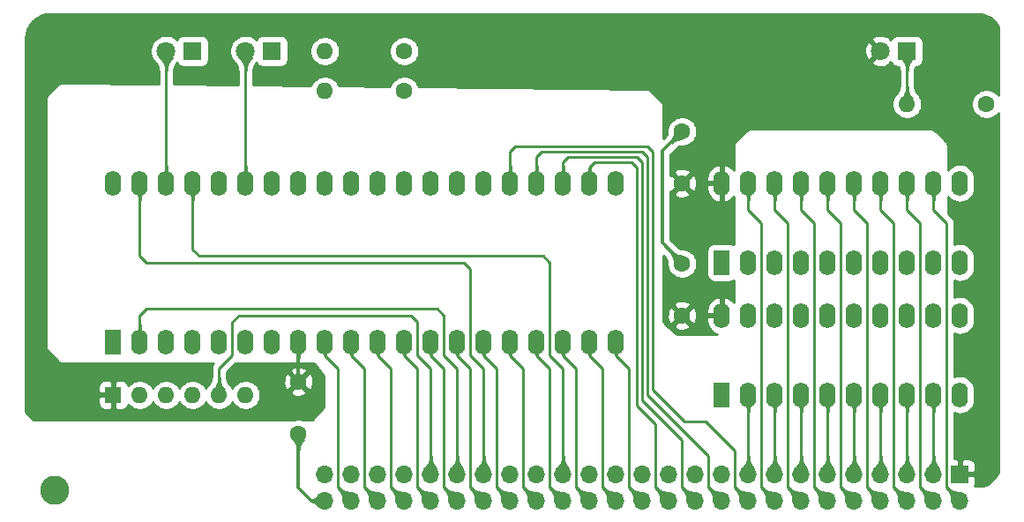
<source format=gbr>
%TF.GenerationSoftware,KiCad,Pcbnew,5.1.9*%
%TF.CreationDate,2020-12-27T17:49:40+01:00*%
%TF.ProjectId,CPU_65816_DIP40_V1.0,4350555f-3635-4383-9136-5f4449503430,1.0*%
%TF.SameCoordinates,Original*%
%TF.FileFunction,Copper,L1,Top*%
%TF.FilePolarity,Positive*%
%FSLAX46Y46*%
G04 Gerber Fmt 4.6, Leading zero omitted, Abs format (unit mm)*
G04 Created by KiCad (PCBNEW 5.1.9) date 2020-12-27 17:49:40*
%MOMM*%
%LPD*%
G01*
G04 APERTURE LIST*
%TA.AperFunction,ComponentPad*%
%ADD10O,1.600000X2.400000*%
%TD*%
%TA.AperFunction,ComponentPad*%
%ADD11R,1.600000X2.400000*%
%TD*%
%TA.AperFunction,ComponentPad*%
%ADD12C,2.800000*%
%TD*%
%TA.AperFunction,ComponentPad*%
%ADD13O,1.600000X1.600000*%
%TD*%
%TA.AperFunction,ComponentPad*%
%ADD14R,1.600000X1.600000*%
%TD*%
%TA.AperFunction,ComponentPad*%
%ADD15C,1.600000*%
%TD*%
%TA.AperFunction,ComponentPad*%
%ADD16C,1.800000*%
%TD*%
%TA.AperFunction,ComponentPad*%
%ADD17R,1.800000X1.800000*%
%TD*%
%TA.AperFunction,ComponentPad*%
%ADD18O,1.700000X1.700000*%
%TD*%
%TA.AperFunction,ComponentPad*%
%ADD19R,1.700000X1.700000*%
%TD*%
%TA.AperFunction,Conductor*%
%ADD20C,0.228600*%
%TD*%
%TA.AperFunction,Conductor*%
%ADD21C,0.304800*%
%TD*%
%TA.AperFunction,Conductor*%
%ADD22C,0.254000*%
%TD*%
%TA.AperFunction,Conductor*%
%ADD23C,0.100000*%
%TD*%
%TA.AperFunction,Conductor*%
%ADD24C,0.025400*%
%TD*%
G04 APERTURE END LIST*
D10*
%TO.P,U3,20*%
%TO.N,+5V*%
X147320000Y-79375000D03*
%TO.P,U3,10*%
%TO.N,GND*%
X170180000Y-86995000D03*
%TO.P,U3,19*%
%TO.N,/A16*%
X149860000Y-79375000D03*
%TO.P,U3,9*%
%TO.N,/AD7*%
X167640000Y-86995000D03*
%TO.P,U3,18*%
%TO.N,/A17*%
X152400000Y-79375000D03*
%TO.P,U3,8*%
%TO.N,/AD6*%
X165100000Y-86995000D03*
%TO.P,U3,17*%
%TO.N,/A18*%
X154940000Y-79375000D03*
%TO.P,U3,7*%
%TO.N,/AD5*%
X162560000Y-86995000D03*
%TO.P,U3,16*%
%TO.N,/A19*%
X157480000Y-79375000D03*
%TO.P,U3,6*%
%TO.N,/AD4*%
X160020000Y-86995000D03*
%TO.P,U3,15*%
%TO.N,/A20*%
X160020000Y-79375000D03*
%TO.P,U3,5*%
%TO.N,/AD3*%
X157480000Y-86995000D03*
%TO.P,U3,14*%
%TO.N,/A21*%
X162560000Y-79375000D03*
%TO.P,U3,4*%
%TO.N,/AD2*%
X154940000Y-86995000D03*
%TO.P,U3,13*%
%TO.N,/A22*%
X165100000Y-79375000D03*
%TO.P,U3,3*%
%TO.N,/AD1*%
X152400000Y-86995000D03*
%TO.P,U3,12*%
%TO.N,/A23*%
X167640000Y-79375000D03*
%TO.P,U3,2*%
%TO.N,/AD0*%
X149860000Y-86995000D03*
%TO.P,U3,11*%
%TO.N,/~PHI2*%
X170180000Y-79375000D03*
D11*
%TO.P,U3,1*%
%TO.N,GND*%
X147320000Y-86995000D03*
%TD*%
D10*
%TO.P,U2,20*%
%TO.N,+5V*%
X147320000Y-92075000D03*
%TO.P,U2,10*%
%TO.N,GND*%
X170180000Y-99695000D03*
%TO.P,U2,19*%
%TO.N,/~PHI2*%
X149860000Y-92075000D03*
%TO.P,U2,9*%
%TO.N,/D7*%
X167640000Y-99695000D03*
%TO.P,U2,18*%
%TO.N,/AD0*%
X152400000Y-92075000D03*
%TO.P,U2,8*%
%TO.N,/D6*%
X165100000Y-99695000D03*
%TO.P,U2,17*%
%TO.N,/AD1*%
X154940000Y-92075000D03*
%TO.P,U2,7*%
%TO.N,/D5*%
X162560000Y-99695000D03*
%TO.P,U2,16*%
%TO.N,/AD2*%
X157480000Y-92075000D03*
%TO.P,U2,6*%
%TO.N,/D4*%
X160020000Y-99695000D03*
%TO.P,U2,15*%
%TO.N,/AD3*%
X160020000Y-92075000D03*
%TO.P,U2,5*%
%TO.N,/D3*%
X157480000Y-99695000D03*
%TO.P,U2,14*%
%TO.N,/AD4*%
X162560000Y-92075000D03*
%TO.P,U2,4*%
%TO.N,/D2*%
X154940000Y-99695000D03*
%TO.P,U2,13*%
%TO.N,/AD5*%
X165100000Y-92075000D03*
%TO.P,U2,3*%
%TO.N,/D1*%
X152400000Y-99695000D03*
%TO.P,U2,12*%
%TO.N,/AD6*%
X167640000Y-92075000D03*
%TO.P,U2,2*%
%TO.N,/D0*%
X149860000Y-99695000D03*
%TO.P,U2,11*%
%TO.N,/AD7*%
X170180000Y-92075000D03*
D11*
%TO.P,U2,1*%
%TO.N,/R~W*%
X147320000Y-99695000D03*
%TD*%
D12*
%TO.P,TP1,1*%
%TO.N,GND*%
X83312000Y-108839000D03*
%TD*%
D10*
%TO.P,U1,40*%
%TO.N,/~RESET*%
X88900000Y-79375000D03*
%TO.P,U1,20*%
%TO.N,/A11*%
X137160000Y-94615000D03*
%TO.P,U1,39*%
%TO.N,/VDA*%
X91440000Y-79375000D03*
%TO.P,U1,19*%
%TO.N,/A10*%
X134620000Y-94615000D03*
%TO.P,U1,38*%
%TO.N,/MX*%
X93980000Y-79375000D03*
%TO.P,U1,18*%
%TO.N,/A9*%
X132080000Y-94615000D03*
%TO.P,U1,37*%
%TO.N,/PHI2*%
X96520000Y-79375000D03*
%TO.P,U1,17*%
%TO.N,/A8*%
X129540000Y-94615000D03*
%TO.P,U1,36*%
%TO.N,/BE*%
X99060000Y-79375000D03*
%TO.P,U1,16*%
%TO.N,/A7*%
X127000000Y-94615000D03*
%TO.P,U1,35*%
%TO.N,/Emu*%
X101600000Y-79375000D03*
%TO.P,U1,15*%
%TO.N,/A6*%
X124460000Y-94615000D03*
%TO.P,U1,34*%
%TO.N,/R~W*%
X104140000Y-79375000D03*
%TO.P,U1,14*%
%TO.N,/A5*%
X121920000Y-94615000D03*
%TO.P,U1,33*%
%TO.N,/AD0*%
X106680000Y-79375000D03*
%TO.P,U1,13*%
%TO.N,/A4*%
X119380000Y-94615000D03*
%TO.P,U1,32*%
%TO.N,/AD1*%
X109220000Y-79375000D03*
%TO.P,U1,12*%
%TO.N,/A3*%
X116840000Y-94615000D03*
%TO.P,U1,31*%
%TO.N,/AD2*%
X111760000Y-79375000D03*
%TO.P,U1,11*%
%TO.N,/A2*%
X114300000Y-94615000D03*
%TO.P,U1,30*%
%TO.N,/AD3*%
X114300000Y-79375000D03*
%TO.P,U1,10*%
%TO.N,/A1*%
X111760000Y-94615000D03*
%TO.P,U1,29*%
%TO.N,/AD4*%
X116840000Y-79375000D03*
%TO.P,U1,9*%
%TO.N,/A0*%
X109220000Y-94615000D03*
%TO.P,U1,28*%
%TO.N,/AD5*%
X119380000Y-79375000D03*
%TO.P,U1,8*%
%TO.N,+5V*%
X106680000Y-94615000D03*
%TO.P,U1,27*%
%TO.N,/AD6*%
X121920000Y-79375000D03*
%TO.P,U1,7*%
%TO.N,/VPA*%
X104140000Y-94615000D03*
%TO.P,U1,26*%
%TO.N,/AD7*%
X124460000Y-79375000D03*
%TO.P,U1,6*%
%TO.N,/~NMI*%
X101600000Y-94615000D03*
%TO.P,U1,25*%
%TO.N,/A15*%
X127000000Y-79375000D03*
%TO.P,U1,5*%
%TO.N,N/C*%
X99060000Y-94615000D03*
%TO.P,U1,24*%
%TO.N,/A14*%
X129540000Y-79375000D03*
%TO.P,U1,4*%
%TO.N,/~IRQ*%
X96520000Y-94615000D03*
%TO.P,U1,23*%
%TO.N,/A13*%
X132080000Y-79375000D03*
%TO.P,U1,3*%
%TO.N,/~ABORT*%
X93980000Y-94615000D03*
%TO.P,U1,22*%
%TO.N,/A12*%
X134620000Y-79375000D03*
%TO.P,U1,2*%
%TO.N,/READY*%
X91440000Y-94615000D03*
%TO.P,U1,21*%
%TO.N,GND*%
X137160000Y-79375000D03*
D11*
%TO.P,U1,1*%
%TO.N,N/C*%
X88900000Y-94615000D03*
%TD*%
D13*
%TO.P,RN1,6*%
%TO.N,/~NMI*%
X101600000Y-99695000D03*
%TO.P,RN1,5*%
%TO.N,/BE*%
X99060000Y-99695000D03*
%TO.P,RN1,4*%
%TO.N,/~IRQ*%
X96520000Y-99695000D03*
%TO.P,RN1,3*%
%TO.N,/~ABORT*%
X93980000Y-99695000D03*
%TO.P,RN1,2*%
%TO.N,/READY*%
X91440000Y-99695000D03*
D14*
%TO.P,RN1,1*%
%TO.N,+5V*%
X88900000Y-99695000D03*
%TD*%
D13*
%TO.P,R3,2*%
%TO.N,Net-(D3-Pad1)*%
X109220000Y-70485000D03*
D15*
%TO.P,R3,1*%
%TO.N,GND*%
X116840000Y-70485000D03*
%TD*%
D13*
%TO.P,R2,2*%
%TO.N,Net-(D2-Pad1)*%
X109220000Y-66675000D03*
D15*
%TO.P,R2,1*%
%TO.N,GND*%
X116840000Y-66675000D03*
%TD*%
D16*
%TO.P,D3,2*%
%TO.N,/MX*%
X93980000Y-66675000D03*
D17*
%TO.P,D3,1*%
%TO.N,Net-(D3-Pad1)*%
X96520000Y-66675000D03*
%TD*%
D16*
%TO.P,D2,2*%
%TO.N,/Emu*%
X101600000Y-66675000D03*
D17*
%TO.P,D2,1*%
%TO.N,Net-(D2-Pad1)*%
X104140000Y-66675000D03*
%TD*%
D15*
%TO.P,C3,2*%
%TO.N,GND*%
X143510000Y-74375000D03*
%TO.P,C3,1*%
%TO.N,+5V*%
X143510000Y-79375000D03*
%TD*%
%TO.P,C2,2*%
%TO.N,GND*%
X143510000Y-87075000D03*
%TO.P,C2,1*%
%TO.N,+5V*%
X143510000Y-92075000D03*
%TD*%
%TO.P,C1,2*%
%TO.N,GND*%
X106680000Y-103425000D03*
%TO.P,C1,1*%
%TO.N,+5V*%
X106680000Y-98425000D03*
%TD*%
D13*
%TO.P,R1,2*%
%TO.N,Net-(D1-Pad1)*%
X165100000Y-71755000D03*
D15*
%TO.P,R1,1*%
%TO.N,GND*%
X172720000Y-71755000D03*
%TD*%
D18*
%TO.P,J1,50*%
%TO.N,GND*%
X109220000Y-109855000D03*
%TO.P,J1,49*%
%TO.N,/~RESET*%
X109220000Y-107315000D03*
%TO.P,J1,48*%
%TO.N,/A0*%
X111760000Y-109855000D03*
%TO.P,J1,47*%
%TO.N,/~ABORT*%
X111760000Y-107315000D03*
%TO.P,J1,46*%
%TO.N,/A1*%
X114300000Y-109855000D03*
%TO.P,J1,45*%
%TO.N,/~IRQ*%
X114300000Y-107315000D03*
%TO.P,J1,44*%
%TO.N,/A2*%
X116840000Y-109855000D03*
%TO.P,J1,43*%
%TO.N,/~NMI*%
X116840000Y-107315000D03*
%TO.P,J1,42*%
%TO.N,/A3*%
X119380000Y-109855000D03*
%TO.P,J1,41*%
%TO.N,/BE*%
X119380000Y-107315000D03*
%TO.P,J1,40*%
%TO.N,/A4*%
X121920000Y-109855000D03*
%TO.P,J1,39*%
%TO.N,/READY*%
X121920000Y-107315000D03*
%TO.P,J1,38*%
%TO.N,/A5*%
X124460000Y-109855000D03*
%TO.P,J1,37*%
%TO.N,/VDA*%
X124460000Y-107315000D03*
%TO.P,J1,36*%
%TO.N,/A6*%
X127000000Y-109855000D03*
%TO.P,J1,35*%
%TO.N,/VPA*%
X127000000Y-107315000D03*
%TO.P,J1,34*%
%TO.N,/A7*%
X129540000Y-109855000D03*
%TO.P,J1,33*%
%TO.N,/R~W*%
X129540000Y-107315000D03*
%TO.P,J1,32*%
%TO.N,/A8*%
X132080000Y-109855000D03*
%TO.P,J1,31*%
%TO.N,/PHI2*%
X132080000Y-107315000D03*
%TO.P,J1,30*%
%TO.N,/A9*%
X134620000Y-109855000D03*
%TO.P,J1,29*%
%TO.N,/~PHI2*%
X134620000Y-107315000D03*
%TO.P,J1,28*%
%TO.N,/A10*%
X137160000Y-109855000D03*
%TO.P,J1,27*%
%TO.N,N/C*%
X137160000Y-107315000D03*
%TO.P,J1,26*%
%TO.N,/A11*%
X139700000Y-109855000D03*
%TO.P,J1,25*%
%TO.N,N/C*%
X139700000Y-107315000D03*
%TO.P,J1,24*%
%TO.N,/A12*%
X142240000Y-109855000D03*
%TO.P,J1,23*%
%TO.N,N/C*%
X142240000Y-107315000D03*
%TO.P,J1,22*%
%TO.N,/A13*%
X144780000Y-109855000D03*
%TO.P,J1,21*%
%TO.N,N/C*%
X144780000Y-107315000D03*
%TO.P,J1,20*%
%TO.N,/A14*%
X147320000Y-109855000D03*
%TO.P,J1,19*%
%TO.N,N/C*%
X147320000Y-107315000D03*
%TO.P,J1,18*%
%TO.N,/A15*%
X149860000Y-109855000D03*
%TO.P,J1,17*%
%TO.N,/D0*%
X149860000Y-107315000D03*
%TO.P,J1,16*%
%TO.N,/A16*%
X152400000Y-109855000D03*
%TO.P,J1,15*%
%TO.N,/D1*%
X152400000Y-107315000D03*
%TO.P,J1,14*%
%TO.N,/A17*%
X154940000Y-109855000D03*
%TO.P,J1,13*%
%TO.N,/D2*%
X154940000Y-107315000D03*
%TO.P,J1,12*%
%TO.N,/A18*%
X157480000Y-109855000D03*
%TO.P,J1,11*%
%TO.N,/D3*%
X157480000Y-107315000D03*
%TO.P,J1,10*%
%TO.N,/A19*%
X160020000Y-109855000D03*
%TO.P,J1,9*%
%TO.N,/D4*%
X160020000Y-107315000D03*
%TO.P,J1,8*%
%TO.N,/A20*%
X162560000Y-109855000D03*
%TO.P,J1,7*%
%TO.N,/D5*%
X162560000Y-107315000D03*
%TO.P,J1,6*%
%TO.N,/A21*%
X165100000Y-109855000D03*
%TO.P,J1,5*%
%TO.N,/D6*%
X165100000Y-107315000D03*
%TO.P,J1,4*%
%TO.N,/A22*%
X167640000Y-109855000D03*
%TO.P,J1,3*%
%TO.N,/D7*%
X167640000Y-107315000D03*
%TO.P,J1,2*%
%TO.N,/A23*%
X170180000Y-109855000D03*
D19*
%TO.P,J1,1*%
%TO.N,+5V*%
X170180000Y-107315000D03*
%TD*%
D16*
%TO.P,D1,2*%
%TO.N,+5V*%
X162560000Y-66675000D03*
D17*
%TO.P,D1,1*%
%TO.N,Net-(D1-Pad1)*%
X165100000Y-66675000D03*
%TD*%
D20*
%TO.N,Net-(D1-Pad1)*%
X165100000Y-66675000D02*
X165100000Y-71755000D01*
D21*
%TO.N,GND*%
X106680000Y-103425000D02*
X106680000Y-108585000D01*
X106680000Y-108585000D02*
X107950000Y-109855000D01*
X107950000Y-109855000D02*
X109220000Y-109855000D01*
X141605000Y-76280000D02*
X143510000Y-74375000D01*
X141605000Y-85090000D02*
X141605000Y-76280000D01*
X143510000Y-86995000D02*
X141605000Y-85090000D01*
X143510000Y-87075000D02*
X143510000Y-86995000D01*
%TO.N,+5V*%
X106680000Y-94615000D02*
X106680000Y-98425000D01*
D20*
%TO.N,/D7*%
X167640000Y-99695000D02*
X167640000Y-107315000D01*
%TO.N,/A0*%
X109220000Y-94615000D02*
X109220000Y-95885000D01*
X109220000Y-95885000D02*
X110490000Y-97155000D01*
X110490000Y-97155000D02*
X110490000Y-108585000D01*
X110490000Y-108585000D02*
X111760000Y-109855000D01*
%TO.N,/D6*%
X165100000Y-99695000D02*
X165100000Y-107315000D01*
%TO.N,/A1*%
X114300000Y-109855000D02*
X113030000Y-108585000D01*
X113030000Y-108585000D02*
X113030000Y-97155000D01*
X113030000Y-97155000D02*
X111760000Y-95885000D01*
X111760000Y-95885000D02*
X111760000Y-94615000D01*
%TO.N,/D5*%
X162560000Y-99695000D02*
X162560000Y-107315000D01*
%TO.N,/A2*%
X114300000Y-94615000D02*
X114300000Y-95885000D01*
X114300000Y-95885000D02*
X115570000Y-97155000D01*
X115570000Y-108585000D02*
X116840000Y-109855000D01*
X115570000Y-97155000D02*
X115570000Y-108585000D01*
%TO.N,/D4*%
X160020000Y-99695000D02*
X160020000Y-107315000D01*
%TO.N,/A3*%
X119380000Y-109855000D02*
X118110000Y-108585000D01*
X118110000Y-108585000D02*
X118110000Y-97155000D01*
X118110000Y-97155000D02*
X116840000Y-95885000D01*
X116840000Y-95885000D02*
X116840000Y-94615000D01*
%TO.N,/D3*%
X157480000Y-99695000D02*
X157480000Y-107315000D01*
%TO.N,/A4*%
X119380000Y-94615000D02*
X119380000Y-95885000D01*
X119380000Y-95885000D02*
X120650000Y-97155000D01*
X120650000Y-108585000D02*
X121920000Y-109855000D01*
X120650000Y-97155000D02*
X120650000Y-108585000D01*
%TO.N,/D2*%
X154940000Y-99695000D02*
X154940000Y-107315000D01*
%TO.N,/A5*%
X124460000Y-109855000D02*
X123190000Y-108585000D01*
X123190000Y-108585000D02*
X123190000Y-97155000D01*
X123190000Y-97155000D02*
X121920000Y-95885000D01*
X121920000Y-95885000D02*
X121920000Y-94615000D01*
%TO.N,/D1*%
X152400000Y-99695000D02*
X152400000Y-107315000D01*
%TO.N,/A6*%
X124460000Y-94615000D02*
X124460000Y-95885000D01*
X124460000Y-95885000D02*
X125730000Y-97155000D01*
X125730000Y-97155000D02*
X125730000Y-108585000D01*
X125730000Y-108585000D02*
X127000000Y-109855000D01*
%TO.N,/D0*%
X149860000Y-99695000D02*
X149860000Y-107315000D01*
%TO.N,/A7*%
X129540000Y-109855000D02*
X128270000Y-108585000D01*
X128270000Y-108585000D02*
X128270000Y-97155000D01*
X128270000Y-97155000D02*
X127000000Y-95885000D01*
X127000000Y-95885000D02*
X127000000Y-94615000D01*
%TO.N,/A8*%
X129540000Y-94615000D02*
X129540000Y-95885000D01*
X129540000Y-95885000D02*
X130810000Y-97155000D01*
X130810000Y-108585000D02*
X132080000Y-109855000D01*
X130810000Y-97155000D02*
X130810000Y-108585000D01*
%TO.N,/A9*%
X134620000Y-109855000D02*
X133350000Y-108585000D01*
X133350000Y-108585000D02*
X133350000Y-97155000D01*
X133350000Y-97155000D02*
X132080000Y-95885000D01*
X132080000Y-95885000D02*
X132080000Y-94615000D01*
%TO.N,/A10*%
X135890000Y-108585000D02*
X137160000Y-109855000D01*
X135890000Y-97155000D02*
X135890000Y-108585000D01*
X134620000Y-95885000D02*
X135890000Y-97155000D01*
X134620000Y-94615000D02*
X134620000Y-95885000D01*
%TO.N,/A11*%
X139700000Y-109855000D02*
X138430000Y-108585000D01*
X138430000Y-108585000D02*
X138430000Y-98425000D01*
X137160000Y-94615000D02*
X137160000Y-95885000D01*
X137160000Y-95885000D02*
X138430000Y-97155000D01*
X138430000Y-97155000D02*
X138430000Y-98425000D01*
%TO.N,/A12*%
X140970000Y-108585000D02*
X142240000Y-109855000D01*
X140970000Y-102489000D02*
X140970000Y-108585000D01*
X139192000Y-100711000D02*
X140970000Y-102489000D01*
X139192000Y-77851000D02*
X139192000Y-100711000D01*
X135128000Y-77343000D02*
X138684000Y-77343000D01*
X134620000Y-77851000D02*
X135128000Y-77343000D01*
X138684000Y-77343000D02*
X139192000Y-77851000D01*
X134620000Y-79375000D02*
X134620000Y-77851000D01*
%TO.N,/A13*%
X143510000Y-108585000D02*
X144780000Y-109855000D01*
X139700000Y-100203000D02*
X143510000Y-104013000D01*
X139700000Y-77343000D02*
X139700000Y-100203000D01*
X132588000Y-76835000D02*
X139192000Y-76835000D01*
X139192000Y-76835000D02*
X139700000Y-77343000D01*
X132080000Y-77343000D02*
X132588000Y-76835000D01*
X143510000Y-104013000D02*
X143510000Y-108585000D01*
X132080000Y-79375000D02*
X132080000Y-77343000D01*
%TO.N,/A14*%
X146050000Y-108585000D02*
X147320000Y-109855000D01*
X146050000Y-105537000D02*
X146050000Y-108585000D01*
X140208000Y-99695000D02*
X146050000Y-105537000D01*
X140208000Y-76835000D02*
X140208000Y-99695000D01*
X139700000Y-76327000D02*
X140208000Y-76835000D01*
X130048000Y-76327000D02*
X139700000Y-76327000D01*
X129540000Y-76835000D02*
X130048000Y-76327000D01*
X129540000Y-79375000D02*
X129540000Y-76835000D01*
%TO.N,/A15*%
X148590000Y-108585000D02*
X149860000Y-109855000D01*
X145796000Y-102235000D02*
X148590000Y-105029000D01*
X140716000Y-99187000D02*
X143764000Y-102235000D01*
X143764000Y-102235000D02*
X145796000Y-102235000D01*
X140716000Y-76327000D02*
X140716000Y-99187000D01*
X127508000Y-75819000D02*
X140208000Y-75819000D01*
X148590000Y-105029000D02*
X148590000Y-108585000D01*
X127000000Y-76327000D02*
X127508000Y-75819000D01*
X140208000Y-75819000D02*
X140716000Y-76327000D01*
X127000000Y-79375000D02*
X127000000Y-76327000D01*
%TO.N,/BE*%
X100330000Y-92710000D02*
X100330000Y-95885000D01*
X99060000Y-97155000D02*
X99060000Y-99695000D01*
X100965000Y-92075000D02*
X100330000Y-92710000D01*
X117475000Y-92075000D02*
X100965000Y-92075000D01*
X118110000Y-92710000D02*
X117475000Y-92075000D01*
X100330000Y-95885000D02*
X99060000Y-97155000D01*
X118110000Y-95885000D02*
X118110000Y-92710000D01*
X119380000Y-97155000D02*
X118110000Y-95885000D01*
X119380000Y-107315000D02*
X119380000Y-97155000D01*
%TO.N,/A16*%
X151130000Y-83185000D02*
X151130000Y-108585000D01*
X149860000Y-79375000D02*
X149860000Y-81915000D01*
X151130000Y-108585000D02*
X152400000Y-109855000D01*
X149860000Y-81915000D02*
X151130000Y-83185000D01*
%TO.N,/READY*%
X91440000Y-94615000D02*
X91440000Y-92075000D01*
X91440000Y-92075000D02*
X92075000Y-91440000D01*
X92075000Y-91440000D02*
X120015000Y-91440000D01*
X120015000Y-91440000D02*
X120650000Y-92075000D01*
X120650000Y-92075000D02*
X120650000Y-95885000D01*
X121920000Y-97155000D02*
X121920000Y-107315000D01*
X120650000Y-95885000D02*
X121920000Y-97155000D01*
%TO.N,/A17*%
X153670000Y-83185000D02*
X152400000Y-81915000D01*
X153670000Y-108585000D02*
X153670000Y-83185000D01*
X154940000Y-109855000D02*
X153670000Y-108585000D01*
X152400000Y-81915000D02*
X152400000Y-79375000D01*
%TO.N,/A18*%
X156210000Y-83185000D02*
X156210000Y-108585000D01*
X154940000Y-79375000D02*
X154940000Y-81915000D01*
X156210000Y-108585000D02*
X157480000Y-109855000D01*
X154940000Y-81915000D02*
X156210000Y-83185000D01*
%TO.N,/VDA*%
X91440000Y-86360000D02*
X91440000Y-79375000D01*
X92075000Y-86995000D02*
X91440000Y-86360000D01*
X124460000Y-107315000D02*
X124460000Y-97155000D01*
X124460000Y-97155000D02*
X123190000Y-95885000D01*
X123190000Y-87630000D02*
X122555000Y-86995000D01*
X123190000Y-95885000D02*
X123190000Y-87630000D01*
X122555000Y-86995000D02*
X92075000Y-86995000D01*
%TO.N,/A19*%
X158750000Y-83185000D02*
X157480000Y-81915000D01*
X158750000Y-108585000D02*
X158750000Y-83185000D01*
X160020000Y-109855000D02*
X158750000Y-108585000D01*
X157480000Y-81915000D02*
X157480000Y-79375000D01*
%TO.N,/A20*%
X161290000Y-83185000D02*
X161290000Y-108585000D01*
X160020000Y-79375000D02*
X160020000Y-81915000D01*
X161290000Y-108585000D02*
X162560000Y-109855000D01*
X160020000Y-81915000D02*
X161290000Y-83185000D01*
%TO.N,/A21*%
X163830000Y-83185000D02*
X162560000Y-81915000D01*
X163830000Y-108585000D02*
X163830000Y-83185000D01*
X165100000Y-109855000D02*
X163830000Y-108585000D01*
X162560000Y-81915000D02*
X162560000Y-79375000D01*
%TO.N,/A22*%
X166370000Y-108585000D02*
X167640000Y-109855000D01*
X166370000Y-83185000D02*
X166370000Y-108585000D01*
X165100000Y-81915000D02*
X166370000Y-83185000D01*
X165100000Y-79375000D02*
X165100000Y-81915000D01*
%TO.N,/A23*%
X170180000Y-109855000D02*
X169545000Y-109855000D01*
X168910000Y-83185000D02*
X167640000Y-81915000D01*
X167640000Y-81915000D02*
X167640000Y-79375000D01*
X168910000Y-108585000D02*
X168910000Y-83185000D01*
X170180000Y-109855000D02*
X168910000Y-108585000D01*
%TO.N,/PHI2*%
X130810000Y-86995000D02*
X130810000Y-95885000D01*
X97155000Y-86360000D02*
X130175000Y-86360000D01*
X132080000Y-97155000D02*
X132080000Y-107315000D01*
X130810000Y-95885000D02*
X132080000Y-97155000D01*
X130175000Y-86360000D02*
X130810000Y-86995000D01*
X96520000Y-85725000D02*
X97155000Y-86360000D01*
X96520000Y-79375000D02*
X96520000Y-85725000D01*
%TO.N,/Emu*%
X101600000Y-66675000D02*
X101600000Y-79375000D01*
%TO.N,/MX*%
X93980000Y-66675000D02*
X93980000Y-79375000D01*
%TD*%
D22*
%TO.N,+5V*%
X172293893Y-63162670D02*
X172730498Y-63294489D01*
X173133185Y-63508600D01*
X173408692Y-63733298D01*
X173555438Y-63880044D01*
X173728242Y-64088928D01*
X173863000Y-64414263D01*
X173863000Y-70882689D01*
X173834637Y-70840241D01*
X173634759Y-70640363D01*
X173399727Y-70483320D01*
X173138574Y-70375147D01*
X172861335Y-70320000D01*
X172578665Y-70320000D01*
X172301426Y-70375147D01*
X172040273Y-70483320D01*
X171805241Y-70640363D01*
X171605363Y-70840241D01*
X171448320Y-71075273D01*
X171340147Y-71336426D01*
X171285000Y-71613665D01*
X171285000Y-71896335D01*
X171340147Y-72173574D01*
X171448320Y-72434727D01*
X171605363Y-72669759D01*
X171805241Y-72869637D01*
X172040273Y-73026680D01*
X172301426Y-73134853D01*
X172578665Y-73190000D01*
X172861335Y-73190000D01*
X173138574Y-73134853D01*
X173399727Y-73026680D01*
X173634759Y-72869637D01*
X173834637Y-72669759D01*
X173863000Y-72627311D01*
X173863000Y-107035737D01*
X173702730Y-107422664D01*
X172827664Y-108297730D01*
X172440737Y-108458000D01*
X171593407Y-108458000D01*
X171619502Y-108409180D01*
X171655812Y-108289482D01*
X171668072Y-108165000D01*
X171665000Y-107600750D01*
X171506250Y-107442000D01*
X170307000Y-107442000D01*
X170307000Y-107462000D01*
X170053000Y-107462000D01*
X170053000Y-107442000D01*
X170033000Y-107442000D01*
X170033000Y-107188000D01*
X170053000Y-107188000D01*
X170053000Y-105988750D01*
X170307000Y-105988750D01*
X170307000Y-107188000D01*
X171506250Y-107188000D01*
X171665000Y-107029250D01*
X171668072Y-106465000D01*
X171655812Y-106340518D01*
X171619502Y-106220820D01*
X171560537Y-106110506D01*
X171481185Y-106013815D01*
X171384494Y-105934463D01*
X171274180Y-105875498D01*
X171154482Y-105839188D01*
X171030000Y-105826928D01*
X170465750Y-105830000D01*
X170307000Y-105988750D01*
X170053000Y-105988750D01*
X169894250Y-105830000D01*
X169659300Y-105828721D01*
X169659300Y-101436618D01*
X169898692Y-101509236D01*
X170180000Y-101536943D01*
X170461309Y-101509236D01*
X170731808Y-101427182D01*
X170981101Y-101293932D01*
X171199608Y-101114608D01*
X171378932Y-100896101D01*
X171512182Y-100646808D01*
X171594236Y-100376309D01*
X171615000Y-100165491D01*
X171615000Y-99224508D01*
X171594236Y-99013691D01*
X171512182Y-98743192D01*
X171378932Y-98493899D01*
X171199607Y-98275392D01*
X170981100Y-98096068D01*
X170731807Y-97962818D01*
X170461308Y-97880764D01*
X170180000Y-97853057D01*
X169898691Y-97880764D01*
X169659300Y-97953382D01*
X169659300Y-93816618D01*
X169898692Y-93889236D01*
X170180000Y-93916943D01*
X170461309Y-93889236D01*
X170731808Y-93807182D01*
X170981101Y-93673932D01*
X171199608Y-93494608D01*
X171378932Y-93276101D01*
X171512182Y-93026808D01*
X171594236Y-92756309D01*
X171615000Y-92545491D01*
X171615000Y-91604508D01*
X171594236Y-91393691D01*
X171512182Y-91123192D01*
X171378932Y-90873899D01*
X171199607Y-90655392D01*
X170981100Y-90476068D01*
X170731807Y-90342818D01*
X170461308Y-90260764D01*
X170180000Y-90233057D01*
X169898691Y-90260764D01*
X169659300Y-90333382D01*
X169659300Y-88736618D01*
X169898692Y-88809236D01*
X170180000Y-88836943D01*
X170461309Y-88809236D01*
X170731808Y-88727182D01*
X170981101Y-88593932D01*
X171199608Y-88414608D01*
X171378932Y-88196101D01*
X171512182Y-87946808D01*
X171594236Y-87676309D01*
X171615000Y-87465491D01*
X171615000Y-86524508D01*
X171594236Y-86313691D01*
X171512182Y-86043192D01*
X171378932Y-85793899D01*
X171199607Y-85575392D01*
X170981100Y-85396068D01*
X170731807Y-85262818D01*
X170461308Y-85180764D01*
X170180000Y-85153057D01*
X169898691Y-85180764D01*
X169659300Y-85253382D01*
X169659300Y-83221795D01*
X169662924Y-83184999D01*
X169659300Y-83148203D01*
X169659300Y-83148194D01*
X169648458Y-83038112D01*
X169605612Y-82896868D01*
X169536035Y-82766698D01*
X169536034Y-82766696D01*
X169465860Y-82681190D01*
X169465858Y-82681188D01*
X169442398Y-82652602D01*
X169413811Y-82629141D01*
X169037000Y-82252330D01*
X169037000Y-80644254D01*
X169160393Y-80794608D01*
X169378900Y-80973932D01*
X169628193Y-81107182D01*
X169898692Y-81189236D01*
X170180000Y-81216943D01*
X170461309Y-81189236D01*
X170731808Y-81107182D01*
X170981101Y-80973932D01*
X171199608Y-80794608D01*
X171378932Y-80576101D01*
X171512182Y-80326808D01*
X171594236Y-80056309D01*
X171615000Y-79845491D01*
X171615000Y-78904508D01*
X171594236Y-78693691D01*
X171512182Y-78423192D01*
X171378932Y-78173899D01*
X171199607Y-77955392D01*
X170981100Y-77776068D01*
X170731807Y-77642818D01*
X170461308Y-77560764D01*
X170180000Y-77533057D01*
X169898691Y-77560764D01*
X169628192Y-77642818D01*
X169378899Y-77776068D01*
X169160392Y-77955393D01*
X169037000Y-78105747D01*
X169037000Y-75819000D01*
X169034560Y-75794224D01*
X169027333Y-75770399D01*
X168847728Y-75336794D01*
X168835992Y-75314838D01*
X168820198Y-75295592D01*
X167909408Y-74384802D01*
X167890162Y-74369008D01*
X167868206Y-74357272D01*
X167434601Y-74177667D01*
X167410776Y-74170440D01*
X167386000Y-74168000D01*
X160326606Y-74168000D01*
X160147000Y-73988394D01*
X160147000Y-66741553D01*
X161019009Y-66741553D01*
X161061603Y-67040907D01*
X161161778Y-67326199D01*
X161241739Y-67475792D01*
X161495920Y-67559475D01*
X162380395Y-66675000D01*
X161495920Y-65790525D01*
X161241739Y-65874208D01*
X161110842Y-66146775D01*
X161035635Y-66439642D01*
X161019009Y-66741553D01*
X160147000Y-66741553D01*
X160147000Y-65610920D01*
X161675525Y-65610920D01*
X162560000Y-66495395D01*
X162574143Y-66481253D01*
X162753748Y-66660858D01*
X162739605Y-66675000D01*
X162753748Y-66689143D01*
X162574143Y-66868748D01*
X162560000Y-66854605D01*
X161675525Y-67739080D01*
X161759208Y-67993261D01*
X162031775Y-68124158D01*
X162324642Y-68199365D01*
X162626553Y-68215991D01*
X162925907Y-68173397D01*
X163211199Y-68073222D01*
X163360792Y-67993261D01*
X163444474Y-67739082D01*
X163560422Y-67855030D01*
X163607187Y-67808265D01*
X163610498Y-67819180D01*
X163669463Y-67929494D01*
X163748815Y-68026185D01*
X163845506Y-68105537D01*
X163955820Y-68164502D01*
X164075518Y-68200812D01*
X164200000Y-68213072D01*
X164299854Y-68213072D01*
X164319856Y-68286604D01*
X164336429Y-68375025D01*
X164346746Y-68470004D01*
X164350700Y-68582955D01*
X164350701Y-70088466D01*
X164347445Y-70181480D01*
X164339226Y-70257173D01*
X164326149Y-70326962D01*
X164308533Y-70391736D01*
X164286475Y-70452506D01*
X164259799Y-70510348D01*
X164228059Y-70566278D01*
X164190559Y-70621187D01*
X164146496Y-70675670D01*
X164085789Y-70739815D01*
X163985363Y-70840241D01*
X163828320Y-71075273D01*
X163720147Y-71336426D01*
X163665000Y-71613665D01*
X163665000Y-71896335D01*
X163720147Y-72173574D01*
X163828320Y-72434727D01*
X163985363Y-72669759D01*
X164185241Y-72869637D01*
X164420273Y-73026680D01*
X164681426Y-73134853D01*
X164958665Y-73190000D01*
X165241335Y-73190000D01*
X165518574Y-73134853D01*
X165779727Y-73026680D01*
X166014759Y-72869637D01*
X166214637Y-72669759D01*
X166371680Y-72434727D01*
X166479853Y-72173574D01*
X166535000Y-71896335D01*
X166535000Y-71613665D01*
X166479853Y-71336426D01*
X166371680Y-71075273D01*
X166214637Y-70840241D01*
X166114189Y-70739793D01*
X166053509Y-70675677D01*
X166009440Y-70621187D01*
X165971940Y-70566278D01*
X165940200Y-70510348D01*
X165913524Y-70452506D01*
X165891466Y-70391736D01*
X165873850Y-70326962D01*
X165860773Y-70257173D01*
X165852555Y-70181493D01*
X165849300Y-70088466D01*
X165849300Y-68582938D01*
X165853253Y-68470003D01*
X165863570Y-68375025D01*
X165880143Y-68286604D01*
X165900145Y-68213072D01*
X166000000Y-68213072D01*
X166124482Y-68200812D01*
X166244180Y-68164502D01*
X166354494Y-68105537D01*
X166451185Y-68026185D01*
X166530537Y-67929494D01*
X166589502Y-67819180D01*
X166625812Y-67699482D01*
X166638072Y-67575000D01*
X166638072Y-65775000D01*
X166625812Y-65650518D01*
X166589502Y-65530820D01*
X166530537Y-65420506D01*
X166451185Y-65323815D01*
X166354494Y-65244463D01*
X166244180Y-65185498D01*
X166124482Y-65149188D01*
X166000000Y-65136928D01*
X164200000Y-65136928D01*
X164075518Y-65149188D01*
X163955820Y-65185498D01*
X163845506Y-65244463D01*
X163748815Y-65323815D01*
X163669463Y-65420506D01*
X163610498Y-65530820D01*
X163607187Y-65541735D01*
X163560422Y-65494970D01*
X163444474Y-65610918D01*
X163360792Y-65356739D01*
X163088225Y-65225842D01*
X162795358Y-65150635D01*
X162493447Y-65134009D01*
X162194093Y-65176603D01*
X161908801Y-65276778D01*
X161759208Y-65356739D01*
X161675525Y-65610920D01*
X160147000Y-65610920D01*
X160147000Y-63171606D01*
X160203606Y-63115000D01*
X171807721Y-63115000D01*
X172293893Y-63162670D01*
%TA.AperFunction,Conductor*%
D23*
G36*
X172293893Y-63162670D02*
G01*
X172730498Y-63294489D01*
X173133185Y-63508600D01*
X173408692Y-63733298D01*
X173555438Y-63880044D01*
X173728242Y-64088928D01*
X173863000Y-64414263D01*
X173863000Y-70882689D01*
X173834637Y-70840241D01*
X173634759Y-70640363D01*
X173399727Y-70483320D01*
X173138574Y-70375147D01*
X172861335Y-70320000D01*
X172578665Y-70320000D01*
X172301426Y-70375147D01*
X172040273Y-70483320D01*
X171805241Y-70640363D01*
X171605363Y-70840241D01*
X171448320Y-71075273D01*
X171340147Y-71336426D01*
X171285000Y-71613665D01*
X171285000Y-71896335D01*
X171340147Y-72173574D01*
X171448320Y-72434727D01*
X171605363Y-72669759D01*
X171805241Y-72869637D01*
X172040273Y-73026680D01*
X172301426Y-73134853D01*
X172578665Y-73190000D01*
X172861335Y-73190000D01*
X173138574Y-73134853D01*
X173399727Y-73026680D01*
X173634759Y-72869637D01*
X173834637Y-72669759D01*
X173863000Y-72627311D01*
X173863000Y-107035737D01*
X173702730Y-107422664D01*
X172827664Y-108297730D01*
X172440737Y-108458000D01*
X171593407Y-108458000D01*
X171619502Y-108409180D01*
X171655812Y-108289482D01*
X171668072Y-108165000D01*
X171665000Y-107600750D01*
X171506250Y-107442000D01*
X170307000Y-107442000D01*
X170307000Y-107462000D01*
X170053000Y-107462000D01*
X170053000Y-107442000D01*
X170033000Y-107442000D01*
X170033000Y-107188000D01*
X170053000Y-107188000D01*
X170053000Y-105988750D01*
X170307000Y-105988750D01*
X170307000Y-107188000D01*
X171506250Y-107188000D01*
X171665000Y-107029250D01*
X171668072Y-106465000D01*
X171655812Y-106340518D01*
X171619502Y-106220820D01*
X171560537Y-106110506D01*
X171481185Y-106013815D01*
X171384494Y-105934463D01*
X171274180Y-105875498D01*
X171154482Y-105839188D01*
X171030000Y-105826928D01*
X170465750Y-105830000D01*
X170307000Y-105988750D01*
X170053000Y-105988750D01*
X169894250Y-105830000D01*
X169659300Y-105828721D01*
X169659300Y-101436618D01*
X169898692Y-101509236D01*
X170180000Y-101536943D01*
X170461309Y-101509236D01*
X170731808Y-101427182D01*
X170981101Y-101293932D01*
X171199608Y-101114608D01*
X171378932Y-100896101D01*
X171512182Y-100646808D01*
X171594236Y-100376309D01*
X171615000Y-100165491D01*
X171615000Y-99224508D01*
X171594236Y-99013691D01*
X171512182Y-98743192D01*
X171378932Y-98493899D01*
X171199607Y-98275392D01*
X170981100Y-98096068D01*
X170731807Y-97962818D01*
X170461308Y-97880764D01*
X170180000Y-97853057D01*
X169898691Y-97880764D01*
X169659300Y-97953382D01*
X169659300Y-93816618D01*
X169898692Y-93889236D01*
X170180000Y-93916943D01*
X170461309Y-93889236D01*
X170731808Y-93807182D01*
X170981101Y-93673932D01*
X171199608Y-93494608D01*
X171378932Y-93276101D01*
X171512182Y-93026808D01*
X171594236Y-92756309D01*
X171615000Y-92545491D01*
X171615000Y-91604508D01*
X171594236Y-91393691D01*
X171512182Y-91123192D01*
X171378932Y-90873899D01*
X171199607Y-90655392D01*
X170981100Y-90476068D01*
X170731807Y-90342818D01*
X170461308Y-90260764D01*
X170180000Y-90233057D01*
X169898691Y-90260764D01*
X169659300Y-90333382D01*
X169659300Y-88736618D01*
X169898692Y-88809236D01*
X170180000Y-88836943D01*
X170461309Y-88809236D01*
X170731808Y-88727182D01*
X170981101Y-88593932D01*
X171199608Y-88414608D01*
X171378932Y-88196101D01*
X171512182Y-87946808D01*
X171594236Y-87676309D01*
X171615000Y-87465491D01*
X171615000Y-86524508D01*
X171594236Y-86313691D01*
X171512182Y-86043192D01*
X171378932Y-85793899D01*
X171199607Y-85575392D01*
X170981100Y-85396068D01*
X170731807Y-85262818D01*
X170461308Y-85180764D01*
X170180000Y-85153057D01*
X169898691Y-85180764D01*
X169659300Y-85253382D01*
X169659300Y-83221795D01*
X169662924Y-83184999D01*
X169659300Y-83148203D01*
X169659300Y-83148194D01*
X169648458Y-83038112D01*
X169605612Y-82896868D01*
X169536035Y-82766698D01*
X169536034Y-82766696D01*
X169465860Y-82681190D01*
X169465858Y-82681188D01*
X169442398Y-82652602D01*
X169413811Y-82629141D01*
X169037000Y-82252330D01*
X169037000Y-80644254D01*
X169160393Y-80794608D01*
X169378900Y-80973932D01*
X169628193Y-81107182D01*
X169898692Y-81189236D01*
X170180000Y-81216943D01*
X170461309Y-81189236D01*
X170731808Y-81107182D01*
X170981101Y-80973932D01*
X171199608Y-80794608D01*
X171378932Y-80576101D01*
X171512182Y-80326808D01*
X171594236Y-80056309D01*
X171615000Y-79845491D01*
X171615000Y-78904508D01*
X171594236Y-78693691D01*
X171512182Y-78423192D01*
X171378932Y-78173899D01*
X171199607Y-77955392D01*
X170981100Y-77776068D01*
X170731807Y-77642818D01*
X170461308Y-77560764D01*
X170180000Y-77533057D01*
X169898691Y-77560764D01*
X169628192Y-77642818D01*
X169378899Y-77776068D01*
X169160392Y-77955393D01*
X169037000Y-78105747D01*
X169037000Y-75819000D01*
X169034560Y-75794224D01*
X169027333Y-75770399D01*
X168847728Y-75336794D01*
X168835992Y-75314838D01*
X168820198Y-75295592D01*
X167909408Y-74384802D01*
X167890162Y-74369008D01*
X167868206Y-74357272D01*
X167434601Y-74177667D01*
X167410776Y-74170440D01*
X167386000Y-74168000D01*
X160326606Y-74168000D01*
X160147000Y-73988394D01*
X160147000Y-66741553D01*
X161019009Y-66741553D01*
X161061603Y-67040907D01*
X161161778Y-67326199D01*
X161241739Y-67475792D01*
X161495920Y-67559475D01*
X162380395Y-66675000D01*
X161495920Y-65790525D01*
X161241739Y-65874208D01*
X161110842Y-66146775D01*
X161035635Y-66439642D01*
X161019009Y-66741553D01*
X160147000Y-66741553D01*
X160147000Y-65610920D01*
X161675525Y-65610920D01*
X162560000Y-66495395D01*
X162574143Y-66481253D01*
X162753748Y-66660858D01*
X162739605Y-66675000D01*
X162753748Y-66689143D01*
X162574143Y-66868748D01*
X162560000Y-66854605D01*
X161675525Y-67739080D01*
X161759208Y-67993261D01*
X162031775Y-68124158D01*
X162324642Y-68199365D01*
X162626553Y-68215991D01*
X162925907Y-68173397D01*
X163211199Y-68073222D01*
X163360792Y-67993261D01*
X163444474Y-67739082D01*
X163560422Y-67855030D01*
X163607187Y-67808265D01*
X163610498Y-67819180D01*
X163669463Y-67929494D01*
X163748815Y-68026185D01*
X163845506Y-68105537D01*
X163955820Y-68164502D01*
X164075518Y-68200812D01*
X164200000Y-68213072D01*
X164299854Y-68213072D01*
X164319856Y-68286604D01*
X164336429Y-68375025D01*
X164346746Y-68470004D01*
X164350700Y-68582955D01*
X164350701Y-70088466D01*
X164347445Y-70181480D01*
X164339226Y-70257173D01*
X164326149Y-70326962D01*
X164308533Y-70391736D01*
X164286475Y-70452506D01*
X164259799Y-70510348D01*
X164228059Y-70566278D01*
X164190559Y-70621187D01*
X164146496Y-70675670D01*
X164085789Y-70739815D01*
X163985363Y-70840241D01*
X163828320Y-71075273D01*
X163720147Y-71336426D01*
X163665000Y-71613665D01*
X163665000Y-71896335D01*
X163720147Y-72173574D01*
X163828320Y-72434727D01*
X163985363Y-72669759D01*
X164185241Y-72869637D01*
X164420273Y-73026680D01*
X164681426Y-73134853D01*
X164958665Y-73190000D01*
X165241335Y-73190000D01*
X165518574Y-73134853D01*
X165779727Y-73026680D01*
X166014759Y-72869637D01*
X166214637Y-72669759D01*
X166371680Y-72434727D01*
X166479853Y-72173574D01*
X166535000Y-71896335D01*
X166535000Y-71613665D01*
X166479853Y-71336426D01*
X166371680Y-71075273D01*
X166214637Y-70840241D01*
X166114189Y-70739793D01*
X166053509Y-70675677D01*
X166009440Y-70621187D01*
X165971940Y-70566278D01*
X165940200Y-70510348D01*
X165913524Y-70452506D01*
X165891466Y-70391736D01*
X165873850Y-70326962D01*
X165860773Y-70257173D01*
X165852555Y-70181493D01*
X165849300Y-70088466D01*
X165849300Y-68582938D01*
X165853253Y-68470003D01*
X165863570Y-68375025D01*
X165880143Y-68286604D01*
X165900145Y-68213072D01*
X166000000Y-68213072D01*
X166124482Y-68200812D01*
X166244180Y-68164502D01*
X166354494Y-68105537D01*
X166451185Y-68026185D01*
X166530537Y-67929494D01*
X166589502Y-67819180D01*
X166625812Y-67699482D01*
X166638072Y-67575000D01*
X166638072Y-65775000D01*
X166625812Y-65650518D01*
X166589502Y-65530820D01*
X166530537Y-65420506D01*
X166451185Y-65323815D01*
X166354494Y-65244463D01*
X166244180Y-65185498D01*
X166124482Y-65149188D01*
X166000000Y-65136928D01*
X164200000Y-65136928D01*
X164075518Y-65149188D01*
X163955820Y-65185498D01*
X163845506Y-65244463D01*
X163748815Y-65323815D01*
X163669463Y-65420506D01*
X163610498Y-65530820D01*
X163607187Y-65541735D01*
X163560422Y-65494970D01*
X163444474Y-65610918D01*
X163360792Y-65356739D01*
X163088225Y-65225842D01*
X162795358Y-65150635D01*
X162493447Y-65134009D01*
X162194093Y-65176603D01*
X161908801Y-65276778D01*
X161759208Y-65356739D01*
X161675525Y-65610920D01*
X160147000Y-65610920D01*
X160147000Y-63171606D01*
X160203606Y-63115000D01*
X171807721Y-63115000D01*
X172293893Y-63162670D01*
G37*
%TD.AperFunction*%
%TD*%
D22*
%TO.N,+5V*%
X160528000Y-74115394D02*
X160475394Y-74168000D01*
X149987000Y-74168000D01*
X149962224Y-74170440D01*
X149938399Y-74177667D01*
X149721596Y-74267470D01*
X149699639Y-74279206D01*
X149680394Y-74295000D01*
X148590000Y-75385394D01*
X148574206Y-75404640D01*
X148562470Y-75426596D01*
X148472667Y-75643399D01*
X148465440Y-75667223D01*
X148463000Y-75692000D01*
X148463000Y-78103355D01*
X148442601Y-78072161D01*
X148244895Y-77870500D01*
X148011646Y-77711285D01*
X147751818Y-77600633D01*
X147669039Y-77583096D01*
X147447000Y-77705085D01*
X147447000Y-79248000D01*
X147467000Y-79248000D01*
X147467000Y-79502000D01*
X147447000Y-79502000D01*
X147447000Y-81044915D01*
X147669039Y-81166904D01*
X147751818Y-81149367D01*
X148011646Y-81038715D01*
X148244895Y-80879500D01*
X148442601Y-80677839D01*
X148463000Y-80646646D01*
X148463000Y-85258319D01*
X148364180Y-85205498D01*
X148244482Y-85169188D01*
X148120000Y-85156928D01*
X146520000Y-85156928D01*
X146395518Y-85169188D01*
X146275820Y-85205498D01*
X146165506Y-85264463D01*
X146068815Y-85343815D01*
X145989463Y-85440506D01*
X145930498Y-85550820D01*
X145894188Y-85670518D01*
X145881928Y-85795000D01*
X145881928Y-88195000D01*
X145894188Y-88319482D01*
X145930498Y-88439180D01*
X145989463Y-88549494D01*
X146068815Y-88646185D01*
X146165506Y-88725537D01*
X146275820Y-88784502D01*
X146395518Y-88820812D01*
X146520000Y-88833072D01*
X148120000Y-88833072D01*
X148244482Y-88820812D01*
X148364180Y-88784502D01*
X148463000Y-88731681D01*
X148463000Y-90803355D01*
X148442601Y-90772161D01*
X148244895Y-90570500D01*
X148011646Y-90411285D01*
X147751818Y-90300633D01*
X147669039Y-90283096D01*
X147447000Y-90405085D01*
X147447000Y-91948000D01*
X147467000Y-91948000D01*
X147467000Y-92202000D01*
X147447000Y-92202000D01*
X147447000Y-92222000D01*
X147193000Y-92222000D01*
X147193000Y-92202000D01*
X145885000Y-92202000D01*
X145885000Y-92602000D01*
X145937350Y-92879514D01*
X146042834Y-93141483D01*
X146197399Y-93377839D01*
X146395105Y-93579500D01*
X146628354Y-93738715D01*
X146888182Y-93849367D01*
X146905331Y-93853000D01*
X143027263Y-93853000D01*
X142857138Y-93782532D01*
X142142308Y-93067702D01*
X142696903Y-93067702D01*
X142768486Y-93311671D01*
X143023996Y-93432571D01*
X143298184Y-93501300D01*
X143580512Y-93515217D01*
X143860130Y-93473787D01*
X144126292Y-93378603D01*
X144251514Y-93311671D01*
X144323097Y-93067702D01*
X143510000Y-92254605D01*
X142696903Y-93067702D01*
X142142308Y-93067702D01*
X141802468Y-92727862D01*
X141732000Y-92557737D01*
X141732000Y-92145512D01*
X142069783Y-92145512D01*
X142111213Y-92425130D01*
X142206397Y-92691292D01*
X142273329Y-92816514D01*
X142517298Y-92888097D01*
X143330395Y-92075000D01*
X143689605Y-92075000D01*
X144502702Y-92888097D01*
X144746671Y-92816514D01*
X144867571Y-92561004D01*
X144936300Y-92286816D01*
X144950217Y-92004488D01*
X144908787Y-91724870D01*
X144845536Y-91548000D01*
X145885000Y-91548000D01*
X145885000Y-91948000D01*
X147193000Y-91948000D01*
X147193000Y-90405085D01*
X146970961Y-90283096D01*
X146888182Y-90300633D01*
X146628354Y-90411285D01*
X146395105Y-90570500D01*
X146197399Y-90772161D01*
X146042834Y-91008517D01*
X145937350Y-91270486D01*
X145885000Y-91548000D01*
X144845536Y-91548000D01*
X144813603Y-91458708D01*
X144746671Y-91333486D01*
X144502702Y-91261903D01*
X143689605Y-92075000D01*
X143330395Y-92075000D01*
X142517298Y-91261903D01*
X142273329Y-91333486D01*
X142152429Y-91588996D01*
X142083700Y-91863184D01*
X142069783Y-92145512D01*
X141732000Y-92145512D01*
X141732000Y-91082298D01*
X142696903Y-91082298D01*
X143510000Y-91895395D01*
X144323097Y-91082298D01*
X144251514Y-90838329D01*
X143996004Y-90717429D01*
X143721816Y-90648700D01*
X143439488Y-90634783D01*
X143159870Y-90676213D01*
X142893708Y-90771397D01*
X142768486Y-90838329D01*
X142696903Y-91082298D01*
X141732000Y-91082298D01*
X141732000Y-86330550D01*
X141821653Y-86420203D01*
X141866377Y-86476713D01*
X141914685Y-86546020D01*
X141955469Y-86613414D01*
X141989300Y-86678996D01*
X142016774Y-86743046D01*
X142038454Y-86806003D01*
X142054817Y-86868460D01*
X142066221Y-86931202D01*
X142072832Y-86995031D01*
X142075000Y-87074194D01*
X142075000Y-87216335D01*
X142130147Y-87493574D01*
X142238320Y-87754727D01*
X142395363Y-87989759D01*
X142595241Y-88189637D01*
X142830273Y-88346680D01*
X143091426Y-88454853D01*
X143368665Y-88510000D01*
X143651335Y-88510000D01*
X143928574Y-88454853D01*
X144189727Y-88346680D01*
X144424759Y-88189637D01*
X144624637Y-87989759D01*
X144781680Y-87754727D01*
X144889853Y-87493574D01*
X144945000Y-87216335D01*
X144945000Y-86933665D01*
X144889853Y-86656426D01*
X144781680Y-86395273D01*
X144624637Y-86160241D01*
X144424759Y-85960363D01*
X144189727Y-85803320D01*
X143928574Y-85695147D01*
X143651335Y-85640000D01*
X143511811Y-85640000D01*
X143440727Y-85637535D01*
X143390288Y-85631091D01*
X143343195Y-85620443D01*
X143297826Y-85605459D01*
X143252559Y-85585511D01*
X143206156Y-85559620D01*
X143157772Y-85526582D01*
X143143432Y-85514882D01*
X142392400Y-84763850D01*
X142392400Y-80367702D01*
X142696903Y-80367702D01*
X142768486Y-80611671D01*
X143023996Y-80732571D01*
X143298184Y-80801300D01*
X143580512Y-80815217D01*
X143860130Y-80773787D01*
X144126292Y-80678603D01*
X144251514Y-80611671D01*
X144323097Y-80367702D01*
X143510000Y-79554605D01*
X142696903Y-80367702D01*
X142392400Y-80367702D01*
X142392400Y-80151451D01*
X142517298Y-80188097D01*
X143330395Y-79375000D01*
X143689605Y-79375000D01*
X144502702Y-80188097D01*
X144746671Y-80116514D01*
X144867571Y-79861004D01*
X144936300Y-79586816D01*
X144940480Y-79502000D01*
X145885000Y-79502000D01*
X145885000Y-79902000D01*
X145937350Y-80179514D01*
X146042834Y-80441483D01*
X146197399Y-80677839D01*
X146395105Y-80879500D01*
X146628354Y-81038715D01*
X146888182Y-81149367D01*
X146970961Y-81166904D01*
X147193000Y-81044915D01*
X147193000Y-79502000D01*
X145885000Y-79502000D01*
X144940480Y-79502000D01*
X144950217Y-79304488D01*
X144908787Y-79024870D01*
X144845536Y-78848000D01*
X145885000Y-78848000D01*
X145885000Y-79248000D01*
X147193000Y-79248000D01*
X147193000Y-77705085D01*
X146970961Y-77583096D01*
X146888182Y-77600633D01*
X146628354Y-77711285D01*
X146395105Y-77870500D01*
X146197399Y-78072161D01*
X146042834Y-78308517D01*
X145937350Y-78570486D01*
X145885000Y-78848000D01*
X144845536Y-78848000D01*
X144813603Y-78758708D01*
X144746671Y-78633486D01*
X144502702Y-78561903D01*
X143689605Y-79375000D01*
X143330395Y-79375000D01*
X142517298Y-78561903D01*
X142392400Y-78598549D01*
X142392400Y-78382298D01*
X142696903Y-78382298D01*
X143510000Y-79195395D01*
X144323097Y-78382298D01*
X144251514Y-78138329D01*
X143996004Y-78017429D01*
X143721816Y-77948700D01*
X143439488Y-77934783D01*
X143159870Y-77976213D01*
X142893708Y-78071397D01*
X142768486Y-78138329D01*
X142696903Y-78382298D01*
X142392400Y-78382298D01*
X142392400Y-76606150D01*
X142953407Y-76045144D01*
X143013635Y-75988983D01*
X143064829Y-75947809D01*
X143115005Y-75913457D01*
X143164530Y-75885096D01*
X143214053Y-75861935D01*
X143264477Y-75843327D01*
X143316812Y-75828874D01*
X143372193Y-75818430D01*
X143431605Y-75812141D01*
X143509269Y-75810000D01*
X143651335Y-75810000D01*
X143928574Y-75754853D01*
X144189727Y-75646680D01*
X144424759Y-75489637D01*
X144624637Y-75289759D01*
X144781680Y-75054727D01*
X144889853Y-74793574D01*
X144945000Y-74516335D01*
X144945000Y-74233665D01*
X144889853Y-73956426D01*
X144781680Y-73695273D01*
X144624637Y-73460241D01*
X144424759Y-73260363D01*
X144189727Y-73103320D01*
X143928574Y-72995147D01*
X143651335Y-72940000D01*
X143368665Y-72940000D01*
X143091426Y-72995147D01*
X142830273Y-73103320D01*
X142595241Y-73260363D01*
X142395363Y-73460241D01*
X142238320Y-73695273D01*
X142130147Y-73956426D01*
X142075000Y-74233665D01*
X142075000Y-74375721D01*
X142072858Y-74453393D01*
X142066569Y-74512806D01*
X142056125Y-74568187D01*
X142041672Y-74620522D01*
X142023064Y-74670946D01*
X141999903Y-74720469D01*
X141971542Y-74769994D01*
X141937190Y-74820170D01*
X141896022Y-74871356D01*
X141839833Y-74931617D01*
X141732000Y-75039450D01*
X141732000Y-71882000D01*
X141729560Y-71857224D01*
X141722333Y-71833399D01*
X141632530Y-71616596D01*
X141620794Y-71594639D01*
X141605000Y-71575394D01*
X140514606Y-70485000D01*
X140495360Y-70469206D01*
X140474062Y-70457745D01*
X140257267Y-70366515D01*
X140233484Y-70359154D01*
X140209435Y-70356581D01*
X118228442Y-70109604D01*
X118219853Y-70066426D01*
X118111680Y-69805273D01*
X117954637Y-69570241D01*
X117754759Y-69370363D01*
X117519727Y-69213320D01*
X117258574Y-69105147D01*
X116981335Y-69050000D01*
X116698665Y-69050000D01*
X116421426Y-69105147D01*
X116160273Y-69213320D01*
X115925241Y-69370363D01*
X115725363Y-69570241D01*
X115568320Y-69805273D01*
X115460147Y-70066426D01*
X115457751Y-70078472D01*
X110582151Y-70023690D01*
X110491680Y-69805273D01*
X110334637Y-69570241D01*
X110134759Y-69370363D01*
X109899727Y-69213320D01*
X109638574Y-69105147D01*
X109361335Y-69050000D01*
X109078665Y-69050000D01*
X108801426Y-69105147D01*
X108540273Y-69213320D01*
X108305241Y-69370363D01*
X108105363Y-69570241D01*
X107948320Y-69805273D01*
X107870469Y-69993222D01*
X102349300Y-69931186D01*
X102349300Y-68582938D01*
X102353253Y-68470003D01*
X102363570Y-68375025D01*
X102380143Y-68286604D01*
X102402652Y-68203857D01*
X102431006Y-68125758D01*
X102465379Y-68051241D01*
X102506222Y-67979281D01*
X102554219Y-67909009D01*
X102610196Y-67839801D01*
X102645453Y-67802549D01*
X102650498Y-67819180D01*
X102709463Y-67929494D01*
X102788815Y-68026185D01*
X102885506Y-68105537D01*
X102995820Y-68164502D01*
X103115518Y-68200812D01*
X103240000Y-68213072D01*
X105040000Y-68213072D01*
X105164482Y-68200812D01*
X105284180Y-68164502D01*
X105394494Y-68105537D01*
X105491185Y-68026185D01*
X105570537Y-67929494D01*
X105629502Y-67819180D01*
X105665812Y-67699482D01*
X105678072Y-67575000D01*
X105678072Y-66533665D01*
X107785000Y-66533665D01*
X107785000Y-66816335D01*
X107840147Y-67093574D01*
X107948320Y-67354727D01*
X108105363Y-67589759D01*
X108305241Y-67789637D01*
X108540273Y-67946680D01*
X108801426Y-68054853D01*
X109078665Y-68110000D01*
X109361335Y-68110000D01*
X109638574Y-68054853D01*
X109899727Y-67946680D01*
X110134759Y-67789637D01*
X110334637Y-67589759D01*
X110491680Y-67354727D01*
X110599853Y-67093574D01*
X110655000Y-66816335D01*
X110655000Y-66533665D01*
X115405000Y-66533665D01*
X115405000Y-66816335D01*
X115460147Y-67093574D01*
X115568320Y-67354727D01*
X115725363Y-67589759D01*
X115925241Y-67789637D01*
X116160273Y-67946680D01*
X116421426Y-68054853D01*
X116698665Y-68110000D01*
X116981335Y-68110000D01*
X117258574Y-68054853D01*
X117519727Y-67946680D01*
X117754759Y-67789637D01*
X117954637Y-67589759D01*
X118111680Y-67354727D01*
X118219853Y-67093574D01*
X118275000Y-66816335D01*
X118275000Y-66533665D01*
X118219853Y-66256426D01*
X118111680Y-65995273D01*
X117954637Y-65760241D01*
X117754759Y-65560363D01*
X117519727Y-65403320D01*
X117258574Y-65295147D01*
X116981335Y-65240000D01*
X116698665Y-65240000D01*
X116421426Y-65295147D01*
X116160273Y-65403320D01*
X115925241Y-65560363D01*
X115725363Y-65760241D01*
X115568320Y-65995273D01*
X115460147Y-66256426D01*
X115405000Y-66533665D01*
X110655000Y-66533665D01*
X110599853Y-66256426D01*
X110491680Y-65995273D01*
X110334637Y-65760241D01*
X110134759Y-65560363D01*
X109899727Y-65403320D01*
X109638574Y-65295147D01*
X109361335Y-65240000D01*
X109078665Y-65240000D01*
X108801426Y-65295147D01*
X108540273Y-65403320D01*
X108305241Y-65560363D01*
X108105363Y-65760241D01*
X107948320Y-65995273D01*
X107840147Y-66256426D01*
X107785000Y-66533665D01*
X105678072Y-66533665D01*
X105678072Y-65775000D01*
X105665812Y-65650518D01*
X105629502Y-65530820D01*
X105570537Y-65420506D01*
X105491185Y-65323815D01*
X105394494Y-65244463D01*
X105284180Y-65185498D01*
X105164482Y-65149188D01*
X105040000Y-65136928D01*
X103240000Y-65136928D01*
X103115518Y-65149188D01*
X102995820Y-65185498D01*
X102885506Y-65244463D01*
X102788815Y-65323815D01*
X102709463Y-65420506D01*
X102650498Y-65530820D01*
X102644944Y-65549127D01*
X102578505Y-65482688D01*
X102327095Y-65314701D01*
X102047743Y-65198989D01*
X101751184Y-65140000D01*
X101448816Y-65140000D01*
X101152257Y-65198989D01*
X100872905Y-65314701D01*
X100621495Y-65482688D01*
X100407688Y-65696495D01*
X100239701Y-65947905D01*
X100123989Y-66227257D01*
X100065000Y-66523816D01*
X100065000Y-66826184D01*
X100123989Y-67122743D01*
X100239701Y-67402095D01*
X100407688Y-67653505D01*
X100515928Y-67761745D01*
X100589803Y-67839800D01*
X100645780Y-67909009D01*
X100693777Y-67979281D01*
X100734620Y-68051241D01*
X100768993Y-68125758D01*
X100797347Y-68203857D01*
X100819856Y-68286604D01*
X100836429Y-68375025D01*
X100846746Y-68470004D01*
X100850700Y-68582948D01*
X100850700Y-69914348D01*
X94729300Y-69845568D01*
X94729300Y-68582938D01*
X94733253Y-68470003D01*
X94743570Y-68375025D01*
X94760143Y-68286604D01*
X94782652Y-68203857D01*
X94811006Y-68125758D01*
X94845379Y-68051241D01*
X94886222Y-67979281D01*
X94934219Y-67909009D01*
X94990196Y-67839801D01*
X95025453Y-67802549D01*
X95030498Y-67819180D01*
X95089463Y-67929494D01*
X95168815Y-68026185D01*
X95265506Y-68105537D01*
X95375820Y-68164502D01*
X95495518Y-68200812D01*
X95620000Y-68213072D01*
X97420000Y-68213072D01*
X97544482Y-68200812D01*
X97664180Y-68164502D01*
X97774494Y-68105537D01*
X97871185Y-68026185D01*
X97950537Y-67929494D01*
X98009502Y-67819180D01*
X98045812Y-67699482D01*
X98058072Y-67575000D01*
X98058072Y-65775000D01*
X98045812Y-65650518D01*
X98009502Y-65530820D01*
X97950537Y-65420506D01*
X97871185Y-65323815D01*
X97774494Y-65244463D01*
X97664180Y-65185498D01*
X97544482Y-65149188D01*
X97420000Y-65136928D01*
X95620000Y-65136928D01*
X95495518Y-65149188D01*
X95375820Y-65185498D01*
X95265506Y-65244463D01*
X95168815Y-65323815D01*
X95089463Y-65420506D01*
X95030498Y-65530820D01*
X95024944Y-65549127D01*
X94958505Y-65482688D01*
X94707095Y-65314701D01*
X94427743Y-65198989D01*
X94131184Y-65140000D01*
X93828816Y-65140000D01*
X93532257Y-65198989D01*
X93252905Y-65314701D01*
X93001495Y-65482688D01*
X92787688Y-65696495D01*
X92619701Y-65947905D01*
X92503989Y-66227257D01*
X92445000Y-66523816D01*
X92445000Y-66826184D01*
X92503989Y-67122743D01*
X92619701Y-67402095D01*
X92787688Y-67653505D01*
X92895928Y-67761745D01*
X92969803Y-67839800D01*
X93025780Y-67909009D01*
X93073777Y-67979281D01*
X93114620Y-68051241D01*
X93148993Y-68125758D01*
X93177347Y-68203857D01*
X93199856Y-68286604D01*
X93216429Y-68375025D01*
X93226746Y-68470004D01*
X93230700Y-68582948D01*
X93230700Y-69828730D01*
X83948419Y-69724435D01*
X83923617Y-69726597D01*
X83899051Y-69733823D01*
X83682256Y-69822199D01*
X83660234Y-69833812D01*
X83640394Y-69850000D01*
X82550000Y-70940394D01*
X82534206Y-70959640D01*
X82522470Y-70981596D01*
X82432667Y-71198399D01*
X82425440Y-71222223D01*
X82423000Y-71247000D01*
X82423000Y-95123000D01*
X82425440Y-95147776D01*
X82432667Y-95171601D01*
X82522470Y-95388404D01*
X82534206Y-95410361D01*
X82550000Y-95429606D01*
X83640394Y-96520000D01*
X83659640Y-96535794D01*
X83681596Y-96547530D01*
X83898399Y-96637333D01*
X83922223Y-96644560D01*
X83947000Y-96647000D01*
X98507579Y-96647000D01*
X98504140Y-96651191D01*
X98433966Y-96736697D01*
X98364389Y-96866867D01*
X98364388Y-96866869D01*
X98321542Y-97008113D01*
X98310700Y-97118195D01*
X98310700Y-97118205D01*
X98307076Y-97155000D01*
X98310700Y-97191796D01*
X98310700Y-98028476D01*
X98307445Y-98121480D01*
X98299226Y-98197173D01*
X98286149Y-98266962D01*
X98268533Y-98331736D01*
X98246475Y-98392506D01*
X98219799Y-98450348D01*
X98188059Y-98506278D01*
X98150559Y-98561187D01*
X98106496Y-98615670D01*
X98045789Y-98679815D01*
X97945363Y-98780241D01*
X97790000Y-99012759D01*
X97634637Y-98780241D01*
X97434759Y-98580363D01*
X97199727Y-98423320D01*
X96938574Y-98315147D01*
X96661335Y-98260000D01*
X96378665Y-98260000D01*
X96101426Y-98315147D01*
X95840273Y-98423320D01*
X95605241Y-98580363D01*
X95405363Y-98780241D01*
X95250000Y-99012759D01*
X95094637Y-98780241D01*
X94894759Y-98580363D01*
X94659727Y-98423320D01*
X94398574Y-98315147D01*
X94121335Y-98260000D01*
X93838665Y-98260000D01*
X93561426Y-98315147D01*
X93300273Y-98423320D01*
X93065241Y-98580363D01*
X92865363Y-98780241D01*
X92710000Y-99012759D01*
X92554637Y-98780241D01*
X92354759Y-98580363D01*
X92119727Y-98423320D01*
X91858574Y-98315147D01*
X91581335Y-98260000D01*
X91298665Y-98260000D01*
X91021426Y-98315147D01*
X90760273Y-98423320D01*
X90525241Y-98580363D01*
X90326643Y-98778961D01*
X90325812Y-98770518D01*
X90289502Y-98650820D01*
X90230537Y-98540506D01*
X90151185Y-98443815D01*
X90054494Y-98364463D01*
X89944180Y-98305498D01*
X89824482Y-98269188D01*
X89700000Y-98256928D01*
X89185750Y-98260000D01*
X89027000Y-98418750D01*
X89027000Y-99568000D01*
X89047000Y-99568000D01*
X89047000Y-99822000D01*
X89027000Y-99822000D01*
X89027000Y-100971250D01*
X89185750Y-101130000D01*
X89700000Y-101133072D01*
X89824482Y-101120812D01*
X89944180Y-101084502D01*
X90054494Y-101025537D01*
X90151185Y-100946185D01*
X90230537Y-100849494D01*
X90289502Y-100739180D01*
X90325812Y-100619482D01*
X90326643Y-100611039D01*
X90525241Y-100809637D01*
X90760273Y-100966680D01*
X91021426Y-101074853D01*
X91298665Y-101130000D01*
X91581335Y-101130000D01*
X91858574Y-101074853D01*
X92119727Y-100966680D01*
X92354759Y-100809637D01*
X92554637Y-100609759D01*
X92710000Y-100377241D01*
X92865363Y-100609759D01*
X93065241Y-100809637D01*
X93300273Y-100966680D01*
X93561426Y-101074853D01*
X93838665Y-101130000D01*
X94121335Y-101130000D01*
X94398574Y-101074853D01*
X94659727Y-100966680D01*
X94894759Y-100809637D01*
X95094637Y-100609759D01*
X95250000Y-100377241D01*
X95405363Y-100609759D01*
X95605241Y-100809637D01*
X95840273Y-100966680D01*
X96101426Y-101074853D01*
X96378665Y-101130000D01*
X96661335Y-101130000D01*
X96938574Y-101074853D01*
X97199727Y-100966680D01*
X97434759Y-100809637D01*
X97634637Y-100609759D01*
X97790000Y-100377241D01*
X97945363Y-100609759D01*
X98145241Y-100809637D01*
X98380273Y-100966680D01*
X98641426Y-101074853D01*
X98918665Y-101130000D01*
X99201335Y-101130000D01*
X99478574Y-101074853D01*
X99739727Y-100966680D01*
X99974759Y-100809637D01*
X100174637Y-100609759D01*
X100330000Y-100377241D01*
X100485363Y-100609759D01*
X100685241Y-100809637D01*
X100920273Y-100966680D01*
X101181426Y-101074853D01*
X101458665Y-101130000D01*
X101741335Y-101130000D01*
X102018574Y-101074853D01*
X102279727Y-100966680D01*
X102514759Y-100809637D01*
X102714637Y-100609759D01*
X102871680Y-100374727D01*
X102979853Y-100113574D01*
X103035000Y-99836335D01*
X103035000Y-99553665D01*
X103007955Y-99417702D01*
X105866903Y-99417702D01*
X105938486Y-99661671D01*
X106193996Y-99782571D01*
X106468184Y-99851300D01*
X106750512Y-99865217D01*
X107030130Y-99823787D01*
X107296292Y-99728603D01*
X107421514Y-99661671D01*
X107493097Y-99417702D01*
X106680000Y-98604605D01*
X105866903Y-99417702D01*
X103007955Y-99417702D01*
X102979853Y-99276426D01*
X102871680Y-99015273D01*
X102714637Y-98780241D01*
X102514759Y-98580363D01*
X102387771Y-98495512D01*
X105239783Y-98495512D01*
X105281213Y-98775130D01*
X105376397Y-99041292D01*
X105443329Y-99166514D01*
X105687298Y-99238097D01*
X106500395Y-98425000D01*
X106859605Y-98425000D01*
X107672702Y-99238097D01*
X107916671Y-99166514D01*
X108037571Y-98911004D01*
X108106300Y-98636816D01*
X108120217Y-98354488D01*
X108078787Y-98074870D01*
X107983603Y-97808708D01*
X107916671Y-97683486D01*
X107672702Y-97611903D01*
X106859605Y-98425000D01*
X106500395Y-98425000D01*
X105687298Y-97611903D01*
X105443329Y-97683486D01*
X105322429Y-97938996D01*
X105253700Y-98213184D01*
X105239783Y-98495512D01*
X102387771Y-98495512D01*
X102279727Y-98423320D01*
X102018574Y-98315147D01*
X101741335Y-98260000D01*
X101458665Y-98260000D01*
X101181426Y-98315147D01*
X100920273Y-98423320D01*
X100685241Y-98580363D01*
X100485363Y-98780241D01*
X100330000Y-99012759D01*
X100174637Y-98780241D01*
X100074189Y-98679793D01*
X100013509Y-98615677D01*
X99969440Y-98561187D01*
X99931940Y-98506278D01*
X99900200Y-98450348D01*
X99873524Y-98392506D01*
X99851466Y-98331736D01*
X99833850Y-98266962D01*
X99820773Y-98197173D01*
X99812555Y-98121493D01*
X99809300Y-98028466D01*
X99809300Y-97465369D01*
X99842371Y-97432298D01*
X105866903Y-97432298D01*
X106680000Y-98245395D01*
X107493097Y-97432298D01*
X107421514Y-97188329D01*
X107166004Y-97067429D01*
X106891816Y-96998700D01*
X106609488Y-96984783D01*
X106329870Y-97026213D01*
X106063708Y-97121397D01*
X105938486Y-97188329D01*
X105866903Y-97432298D01*
X99842371Y-97432298D01*
X100627670Y-96647000D01*
X108110520Y-96647000D01*
X108260088Y-96721784D01*
X109029834Y-97748112D01*
X109093000Y-97937610D01*
X109093000Y-100812737D01*
X109022532Y-100982862D01*
X107967862Y-102037532D01*
X107797737Y-102108000D01*
X107250315Y-102108000D01*
X107098574Y-102045147D01*
X106821335Y-101990000D01*
X106538665Y-101990000D01*
X106261426Y-102045147D01*
X106109685Y-102108000D01*
X81432263Y-102108000D01*
X81262138Y-102037532D01*
X80500000Y-101275394D01*
X80500000Y-100495000D01*
X87461928Y-100495000D01*
X87474188Y-100619482D01*
X87510498Y-100739180D01*
X87569463Y-100849494D01*
X87648815Y-100946185D01*
X87745506Y-101025537D01*
X87855820Y-101084502D01*
X87975518Y-101120812D01*
X88100000Y-101133072D01*
X88614250Y-101130000D01*
X88773000Y-100971250D01*
X88773000Y-99822000D01*
X87623750Y-99822000D01*
X87465000Y-99980750D01*
X87461928Y-100495000D01*
X80500000Y-100495000D01*
X80500000Y-98895000D01*
X87461928Y-98895000D01*
X87465000Y-99409250D01*
X87623750Y-99568000D01*
X88773000Y-99568000D01*
X88773000Y-98418750D01*
X88614250Y-98260000D01*
X88100000Y-98256928D01*
X87975518Y-98269188D01*
X87855820Y-98305498D01*
X87745506Y-98364463D01*
X87648815Y-98443815D01*
X87569463Y-98540506D01*
X87510498Y-98650820D01*
X87474188Y-98770518D01*
X87461928Y-98895000D01*
X80500000Y-98895000D01*
X80500000Y-65487279D01*
X80547670Y-65001107D01*
X80679489Y-64564502D01*
X80893600Y-64161815D01*
X81181848Y-63808388D01*
X81533261Y-63517673D01*
X81934439Y-63300758D01*
X82370113Y-63165894D01*
X82854344Y-63115000D01*
X160528000Y-63115000D01*
X160528000Y-74115394D01*
%TA.AperFunction,Conductor*%
D23*
G36*
X160528000Y-74115394D02*
G01*
X160475394Y-74168000D01*
X149987000Y-74168000D01*
X149962224Y-74170440D01*
X149938399Y-74177667D01*
X149721596Y-74267470D01*
X149699639Y-74279206D01*
X149680394Y-74295000D01*
X148590000Y-75385394D01*
X148574206Y-75404640D01*
X148562470Y-75426596D01*
X148472667Y-75643399D01*
X148465440Y-75667223D01*
X148463000Y-75692000D01*
X148463000Y-78103355D01*
X148442601Y-78072161D01*
X148244895Y-77870500D01*
X148011646Y-77711285D01*
X147751818Y-77600633D01*
X147669039Y-77583096D01*
X147447000Y-77705085D01*
X147447000Y-79248000D01*
X147467000Y-79248000D01*
X147467000Y-79502000D01*
X147447000Y-79502000D01*
X147447000Y-81044915D01*
X147669039Y-81166904D01*
X147751818Y-81149367D01*
X148011646Y-81038715D01*
X148244895Y-80879500D01*
X148442601Y-80677839D01*
X148463000Y-80646646D01*
X148463000Y-85258319D01*
X148364180Y-85205498D01*
X148244482Y-85169188D01*
X148120000Y-85156928D01*
X146520000Y-85156928D01*
X146395518Y-85169188D01*
X146275820Y-85205498D01*
X146165506Y-85264463D01*
X146068815Y-85343815D01*
X145989463Y-85440506D01*
X145930498Y-85550820D01*
X145894188Y-85670518D01*
X145881928Y-85795000D01*
X145881928Y-88195000D01*
X145894188Y-88319482D01*
X145930498Y-88439180D01*
X145989463Y-88549494D01*
X146068815Y-88646185D01*
X146165506Y-88725537D01*
X146275820Y-88784502D01*
X146395518Y-88820812D01*
X146520000Y-88833072D01*
X148120000Y-88833072D01*
X148244482Y-88820812D01*
X148364180Y-88784502D01*
X148463000Y-88731681D01*
X148463000Y-90803355D01*
X148442601Y-90772161D01*
X148244895Y-90570500D01*
X148011646Y-90411285D01*
X147751818Y-90300633D01*
X147669039Y-90283096D01*
X147447000Y-90405085D01*
X147447000Y-91948000D01*
X147467000Y-91948000D01*
X147467000Y-92202000D01*
X147447000Y-92202000D01*
X147447000Y-92222000D01*
X147193000Y-92222000D01*
X147193000Y-92202000D01*
X145885000Y-92202000D01*
X145885000Y-92602000D01*
X145937350Y-92879514D01*
X146042834Y-93141483D01*
X146197399Y-93377839D01*
X146395105Y-93579500D01*
X146628354Y-93738715D01*
X146888182Y-93849367D01*
X146905331Y-93853000D01*
X143027263Y-93853000D01*
X142857138Y-93782532D01*
X142142308Y-93067702D01*
X142696903Y-93067702D01*
X142768486Y-93311671D01*
X143023996Y-93432571D01*
X143298184Y-93501300D01*
X143580512Y-93515217D01*
X143860130Y-93473787D01*
X144126292Y-93378603D01*
X144251514Y-93311671D01*
X144323097Y-93067702D01*
X143510000Y-92254605D01*
X142696903Y-93067702D01*
X142142308Y-93067702D01*
X141802468Y-92727862D01*
X141732000Y-92557737D01*
X141732000Y-92145512D01*
X142069783Y-92145512D01*
X142111213Y-92425130D01*
X142206397Y-92691292D01*
X142273329Y-92816514D01*
X142517298Y-92888097D01*
X143330395Y-92075000D01*
X143689605Y-92075000D01*
X144502702Y-92888097D01*
X144746671Y-92816514D01*
X144867571Y-92561004D01*
X144936300Y-92286816D01*
X144950217Y-92004488D01*
X144908787Y-91724870D01*
X144845536Y-91548000D01*
X145885000Y-91548000D01*
X145885000Y-91948000D01*
X147193000Y-91948000D01*
X147193000Y-90405085D01*
X146970961Y-90283096D01*
X146888182Y-90300633D01*
X146628354Y-90411285D01*
X146395105Y-90570500D01*
X146197399Y-90772161D01*
X146042834Y-91008517D01*
X145937350Y-91270486D01*
X145885000Y-91548000D01*
X144845536Y-91548000D01*
X144813603Y-91458708D01*
X144746671Y-91333486D01*
X144502702Y-91261903D01*
X143689605Y-92075000D01*
X143330395Y-92075000D01*
X142517298Y-91261903D01*
X142273329Y-91333486D01*
X142152429Y-91588996D01*
X142083700Y-91863184D01*
X142069783Y-92145512D01*
X141732000Y-92145512D01*
X141732000Y-91082298D01*
X142696903Y-91082298D01*
X143510000Y-91895395D01*
X144323097Y-91082298D01*
X144251514Y-90838329D01*
X143996004Y-90717429D01*
X143721816Y-90648700D01*
X143439488Y-90634783D01*
X143159870Y-90676213D01*
X142893708Y-90771397D01*
X142768486Y-90838329D01*
X142696903Y-91082298D01*
X141732000Y-91082298D01*
X141732000Y-86330550D01*
X141821653Y-86420203D01*
X141866377Y-86476713D01*
X141914685Y-86546020D01*
X141955469Y-86613414D01*
X141989300Y-86678996D01*
X142016774Y-86743046D01*
X142038454Y-86806003D01*
X142054817Y-86868460D01*
X142066221Y-86931202D01*
X142072832Y-86995031D01*
X142075000Y-87074194D01*
X142075000Y-87216335D01*
X142130147Y-87493574D01*
X142238320Y-87754727D01*
X142395363Y-87989759D01*
X142595241Y-88189637D01*
X142830273Y-88346680D01*
X143091426Y-88454853D01*
X143368665Y-88510000D01*
X143651335Y-88510000D01*
X143928574Y-88454853D01*
X144189727Y-88346680D01*
X144424759Y-88189637D01*
X144624637Y-87989759D01*
X144781680Y-87754727D01*
X144889853Y-87493574D01*
X144945000Y-87216335D01*
X144945000Y-86933665D01*
X144889853Y-86656426D01*
X144781680Y-86395273D01*
X144624637Y-86160241D01*
X144424759Y-85960363D01*
X144189727Y-85803320D01*
X143928574Y-85695147D01*
X143651335Y-85640000D01*
X143511811Y-85640000D01*
X143440727Y-85637535D01*
X143390288Y-85631091D01*
X143343195Y-85620443D01*
X143297826Y-85605459D01*
X143252559Y-85585511D01*
X143206156Y-85559620D01*
X143157772Y-85526582D01*
X143143432Y-85514882D01*
X142392400Y-84763850D01*
X142392400Y-80367702D01*
X142696903Y-80367702D01*
X142768486Y-80611671D01*
X143023996Y-80732571D01*
X143298184Y-80801300D01*
X143580512Y-80815217D01*
X143860130Y-80773787D01*
X144126292Y-80678603D01*
X144251514Y-80611671D01*
X144323097Y-80367702D01*
X143510000Y-79554605D01*
X142696903Y-80367702D01*
X142392400Y-80367702D01*
X142392400Y-80151451D01*
X142517298Y-80188097D01*
X143330395Y-79375000D01*
X143689605Y-79375000D01*
X144502702Y-80188097D01*
X144746671Y-80116514D01*
X144867571Y-79861004D01*
X144936300Y-79586816D01*
X144940480Y-79502000D01*
X145885000Y-79502000D01*
X145885000Y-79902000D01*
X145937350Y-80179514D01*
X146042834Y-80441483D01*
X146197399Y-80677839D01*
X146395105Y-80879500D01*
X146628354Y-81038715D01*
X146888182Y-81149367D01*
X146970961Y-81166904D01*
X147193000Y-81044915D01*
X147193000Y-79502000D01*
X145885000Y-79502000D01*
X144940480Y-79502000D01*
X144950217Y-79304488D01*
X144908787Y-79024870D01*
X144845536Y-78848000D01*
X145885000Y-78848000D01*
X145885000Y-79248000D01*
X147193000Y-79248000D01*
X147193000Y-77705085D01*
X146970961Y-77583096D01*
X146888182Y-77600633D01*
X146628354Y-77711285D01*
X146395105Y-77870500D01*
X146197399Y-78072161D01*
X146042834Y-78308517D01*
X145937350Y-78570486D01*
X145885000Y-78848000D01*
X144845536Y-78848000D01*
X144813603Y-78758708D01*
X144746671Y-78633486D01*
X144502702Y-78561903D01*
X143689605Y-79375000D01*
X143330395Y-79375000D01*
X142517298Y-78561903D01*
X142392400Y-78598549D01*
X142392400Y-78382298D01*
X142696903Y-78382298D01*
X143510000Y-79195395D01*
X144323097Y-78382298D01*
X144251514Y-78138329D01*
X143996004Y-78017429D01*
X143721816Y-77948700D01*
X143439488Y-77934783D01*
X143159870Y-77976213D01*
X142893708Y-78071397D01*
X142768486Y-78138329D01*
X142696903Y-78382298D01*
X142392400Y-78382298D01*
X142392400Y-76606150D01*
X142953407Y-76045144D01*
X143013635Y-75988983D01*
X143064829Y-75947809D01*
X143115005Y-75913457D01*
X143164530Y-75885096D01*
X143214053Y-75861935D01*
X143264477Y-75843327D01*
X143316812Y-75828874D01*
X143372193Y-75818430D01*
X143431605Y-75812141D01*
X143509269Y-75810000D01*
X143651335Y-75810000D01*
X143928574Y-75754853D01*
X144189727Y-75646680D01*
X144424759Y-75489637D01*
X144624637Y-75289759D01*
X144781680Y-75054727D01*
X144889853Y-74793574D01*
X144945000Y-74516335D01*
X144945000Y-74233665D01*
X144889853Y-73956426D01*
X144781680Y-73695273D01*
X144624637Y-73460241D01*
X144424759Y-73260363D01*
X144189727Y-73103320D01*
X143928574Y-72995147D01*
X143651335Y-72940000D01*
X143368665Y-72940000D01*
X143091426Y-72995147D01*
X142830273Y-73103320D01*
X142595241Y-73260363D01*
X142395363Y-73460241D01*
X142238320Y-73695273D01*
X142130147Y-73956426D01*
X142075000Y-74233665D01*
X142075000Y-74375721D01*
X142072858Y-74453393D01*
X142066569Y-74512806D01*
X142056125Y-74568187D01*
X142041672Y-74620522D01*
X142023064Y-74670946D01*
X141999903Y-74720469D01*
X141971542Y-74769994D01*
X141937190Y-74820170D01*
X141896022Y-74871356D01*
X141839833Y-74931617D01*
X141732000Y-75039450D01*
X141732000Y-71882000D01*
X141729560Y-71857224D01*
X141722333Y-71833399D01*
X141632530Y-71616596D01*
X141620794Y-71594639D01*
X141605000Y-71575394D01*
X140514606Y-70485000D01*
X140495360Y-70469206D01*
X140474062Y-70457745D01*
X140257267Y-70366515D01*
X140233484Y-70359154D01*
X140209435Y-70356581D01*
X118228442Y-70109604D01*
X118219853Y-70066426D01*
X118111680Y-69805273D01*
X117954637Y-69570241D01*
X117754759Y-69370363D01*
X117519727Y-69213320D01*
X117258574Y-69105147D01*
X116981335Y-69050000D01*
X116698665Y-69050000D01*
X116421426Y-69105147D01*
X116160273Y-69213320D01*
X115925241Y-69370363D01*
X115725363Y-69570241D01*
X115568320Y-69805273D01*
X115460147Y-70066426D01*
X115457751Y-70078472D01*
X110582151Y-70023690D01*
X110491680Y-69805273D01*
X110334637Y-69570241D01*
X110134759Y-69370363D01*
X109899727Y-69213320D01*
X109638574Y-69105147D01*
X109361335Y-69050000D01*
X109078665Y-69050000D01*
X108801426Y-69105147D01*
X108540273Y-69213320D01*
X108305241Y-69370363D01*
X108105363Y-69570241D01*
X107948320Y-69805273D01*
X107870469Y-69993222D01*
X102349300Y-69931186D01*
X102349300Y-68582938D01*
X102353253Y-68470003D01*
X102363570Y-68375025D01*
X102380143Y-68286604D01*
X102402652Y-68203857D01*
X102431006Y-68125758D01*
X102465379Y-68051241D01*
X102506222Y-67979281D01*
X102554219Y-67909009D01*
X102610196Y-67839801D01*
X102645453Y-67802549D01*
X102650498Y-67819180D01*
X102709463Y-67929494D01*
X102788815Y-68026185D01*
X102885506Y-68105537D01*
X102995820Y-68164502D01*
X103115518Y-68200812D01*
X103240000Y-68213072D01*
X105040000Y-68213072D01*
X105164482Y-68200812D01*
X105284180Y-68164502D01*
X105394494Y-68105537D01*
X105491185Y-68026185D01*
X105570537Y-67929494D01*
X105629502Y-67819180D01*
X105665812Y-67699482D01*
X105678072Y-67575000D01*
X105678072Y-66533665D01*
X107785000Y-66533665D01*
X107785000Y-66816335D01*
X107840147Y-67093574D01*
X107948320Y-67354727D01*
X108105363Y-67589759D01*
X108305241Y-67789637D01*
X108540273Y-67946680D01*
X108801426Y-68054853D01*
X109078665Y-68110000D01*
X109361335Y-68110000D01*
X109638574Y-68054853D01*
X109899727Y-67946680D01*
X110134759Y-67789637D01*
X110334637Y-67589759D01*
X110491680Y-67354727D01*
X110599853Y-67093574D01*
X110655000Y-66816335D01*
X110655000Y-66533665D01*
X115405000Y-66533665D01*
X115405000Y-66816335D01*
X115460147Y-67093574D01*
X115568320Y-67354727D01*
X115725363Y-67589759D01*
X115925241Y-67789637D01*
X116160273Y-67946680D01*
X116421426Y-68054853D01*
X116698665Y-68110000D01*
X116981335Y-68110000D01*
X117258574Y-68054853D01*
X117519727Y-67946680D01*
X117754759Y-67789637D01*
X117954637Y-67589759D01*
X118111680Y-67354727D01*
X118219853Y-67093574D01*
X118275000Y-66816335D01*
X118275000Y-66533665D01*
X118219853Y-66256426D01*
X118111680Y-65995273D01*
X117954637Y-65760241D01*
X117754759Y-65560363D01*
X117519727Y-65403320D01*
X117258574Y-65295147D01*
X116981335Y-65240000D01*
X116698665Y-65240000D01*
X116421426Y-65295147D01*
X116160273Y-65403320D01*
X115925241Y-65560363D01*
X115725363Y-65760241D01*
X115568320Y-65995273D01*
X115460147Y-66256426D01*
X115405000Y-66533665D01*
X110655000Y-66533665D01*
X110599853Y-66256426D01*
X110491680Y-65995273D01*
X110334637Y-65760241D01*
X110134759Y-65560363D01*
X109899727Y-65403320D01*
X109638574Y-65295147D01*
X109361335Y-65240000D01*
X109078665Y-65240000D01*
X108801426Y-65295147D01*
X108540273Y-65403320D01*
X108305241Y-65560363D01*
X108105363Y-65760241D01*
X107948320Y-65995273D01*
X107840147Y-66256426D01*
X107785000Y-66533665D01*
X105678072Y-66533665D01*
X105678072Y-65775000D01*
X105665812Y-65650518D01*
X105629502Y-65530820D01*
X105570537Y-65420506D01*
X105491185Y-65323815D01*
X105394494Y-65244463D01*
X105284180Y-65185498D01*
X105164482Y-65149188D01*
X105040000Y-65136928D01*
X103240000Y-65136928D01*
X103115518Y-65149188D01*
X102995820Y-65185498D01*
X102885506Y-65244463D01*
X102788815Y-65323815D01*
X102709463Y-65420506D01*
X102650498Y-65530820D01*
X102644944Y-65549127D01*
X102578505Y-65482688D01*
X102327095Y-65314701D01*
X102047743Y-65198989D01*
X101751184Y-65140000D01*
X101448816Y-65140000D01*
X101152257Y-65198989D01*
X100872905Y-65314701D01*
X100621495Y-65482688D01*
X100407688Y-65696495D01*
X100239701Y-65947905D01*
X100123989Y-66227257D01*
X100065000Y-66523816D01*
X100065000Y-66826184D01*
X100123989Y-67122743D01*
X100239701Y-67402095D01*
X100407688Y-67653505D01*
X100515928Y-67761745D01*
X100589803Y-67839800D01*
X100645780Y-67909009D01*
X100693777Y-67979281D01*
X100734620Y-68051241D01*
X100768993Y-68125758D01*
X100797347Y-68203857D01*
X100819856Y-68286604D01*
X100836429Y-68375025D01*
X100846746Y-68470004D01*
X100850700Y-68582948D01*
X100850700Y-69914348D01*
X94729300Y-69845568D01*
X94729300Y-68582938D01*
X94733253Y-68470003D01*
X94743570Y-68375025D01*
X94760143Y-68286604D01*
X94782652Y-68203857D01*
X94811006Y-68125758D01*
X94845379Y-68051241D01*
X94886222Y-67979281D01*
X94934219Y-67909009D01*
X94990196Y-67839801D01*
X95025453Y-67802549D01*
X95030498Y-67819180D01*
X95089463Y-67929494D01*
X95168815Y-68026185D01*
X95265506Y-68105537D01*
X95375820Y-68164502D01*
X95495518Y-68200812D01*
X95620000Y-68213072D01*
X97420000Y-68213072D01*
X97544482Y-68200812D01*
X97664180Y-68164502D01*
X97774494Y-68105537D01*
X97871185Y-68026185D01*
X97950537Y-67929494D01*
X98009502Y-67819180D01*
X98045812Y-67699482D01*
X98058072Y-67575000D01*
X98058072Y-65775000D01*
X98045812Y-65650518D01*
X98009502Y-65530820D01*
X97950537Y-65420506D01*
X97871185Y-65323815D01*
X97774494Y-65244463D01*
X97664180Y-65185498D01*
X97544482Y-65149188D01*
X97420000Y-65136928D01*
X95620000Y-65136928D01*
X95495518Y-65149188D01*
X95375820Y-65185498D01*
X95265506Y-65244463D01*
X95168815Y-65323815D01*
X95089463Y-65420506D01*
X95030498Y-65530820D01*
X95024944Y-65549127D01*
X94958505Y-65482688D01*
X94707095Y-65314701D01*
X94427743Y-65198989D01*
X94131184Y-65140000D01*
X93828816Y-65140000D01*
X93532257Y-65198989D01*
X93252905Y-65314701D01*
X93001495Y-65482688D01*
X92787688Y-65696495D01*
X92619701Y-65947905D01*
X92503989Y-66227257D01*
X92445000Y-66523816D01*
X92445000Y-66826184D01*
X92503989Y-67122743D01*
X92619701Y-67402095D01*
X92787688Y-67653505D01*
X92895928Y-67761745D01*
X92969803Y-67839800D01*
X93025780Y-67909009D01*
X93073777Y-67979281D01*
X93114620Y-68051241D01*
X93148993Y-68125758D01*
X93177347Y-68203857D01*
X93199856Y-68286604D01*
X93216429Y-68375025D01*
X93226746Y-68470004D01*
X93230700Y-68582948D01*
X93230700Y-69828730D01*
X83948419Y-69724435D01*
X83923617Y-69726597D01*
X83899051Y-69733823D01*
X83682256Y-69822199D01*
X83660234Y-69833812D01*
X83640394Y-69850000D01*
X82550000Y-70940394D01*
X82534206Y-70959640D01*
X82522470Y-70981596D01*
X82432667Y-71198399D01*
X82425440Y-71222223D01*
X82423000Y-71247000D01*
X82423000Y-95123000D01*
X82425440Y-95147776D01*
X82432667Y-95171601D01*
X82522470Y-95388404D01*
X82534206Y-95410361D01*
X82550000Y-95429606D01*
X83640394Y-96520000D01*
X83659640Y-96535794D01*
X83681596Y-96547530D01*
X83898399Y-96637333D01*
X83922223Y-96644560D01*
X83947000Y-96647000D01*
X98507579Y-96647000D01*
X98504140Y-96651191D01*
X98433966Y-96736697D01*
X98364389Y-96866867D01*
X98364388Y-96866869D01*
X98321542Y-97008113D01*
X98310700Y-97118195D01*
X98310700Y-97118205D01*
X98307076Y-97155000D01*
X98310700Y-97191796D01*
X98310700Y-98028476D01*
X98307445Y-98121480D01*
X98299226Y-98197173D01*
X98286149Y-98266962D01*
X98268533Y-98331736D01*
X98246475Y-98392506D01*
X98219799Y-98450348D01*
X98188059Y-98506278D01*
X98150559Y-98561187D01*
X98106496Y-98615670D01*
X98045789Y-98679815D01*
X97945363Y-98780241D01*
X97790000Y-99012759D01*
X97634637Y-98780241D01*
X97434759Y-98580363D01*
X97199727Y-98423320D01*
X96938574Y-98315147D01*
X96661335Y-98260000D01*
X96378665Y-98260000D01*
X96101426Y-98315147D01*
X95840273Y-98423320D01*
X95605241Y-98580363D01*
X95405363Y-98780241D01*
X95250000Y-99012759D01*
X95094637Y-98780241D01*
X94894759Y-98580363D01*
X94659727Y-98423320D01*
X94398574Y-98315147D01*
X94121335Y-98260000D01*
X93838665Y-98260000D01*
X93561426Y-98315147D01*
X93300273Y-98423320D01*
X93065241Y-98580363D01*
X92865363Y-98780241D01*
X92710000Y-99012759D01*
X92554637Y-98780241D01*
X92354759Y-98580363D01*
X92119727Y-98423320D01*
X91858574Y-98315147D01*
X91581335Y-98260000D01*
X91298665Y-98260000D01*
X91021426Y-98315147D01*
X90760273Y-98423320D01*
X90525241Y-98580363D01*
X90326643Y-98778961D01*
X90325812Y-98770518D01*
X90289502Y-98650820D01*
X90230537Y-98540506D01*
X90151185Y-98443815D01*
X90054494Y-98364463D01*
X89944180Y-98305498D01*
X89824482Y-98269188D01*
X89700000Y-98256928D01*
X89185750Y-98260000D01*
X89027000Y-98418750D01*
X89027000Y-99568000D01*
X89047000Y-99568000D01*
X89047000Y-99822000D01*
X89027000Y-99822000D01*
X89027000Y-100971250D01*
X89185750Y-101130000D01*
X89700000Y-101133072D01*
X89824482Y-101120812D01*
X89944180Y-101084502D01*
X90054494Y-101025537D01*
X90151185Y-100946185D01*
X90230537Y-100849494D01*
X90289502Y-100739180D01*
X90325812Y-100619482D01*
X90326643Y-100611039D01*
X90525241Y-100809637D01*
X90760273Y-100966680D01*
X91021426Y-101074853D01*
X91298665Y-101130000D01*
X91581335Y-101130000D01*
X91858574Y-101074853D01*
X92119727Y-100966680D01*
X92354759Y-100809637D01*
X92554637Y-100609759D01*
X92710000Y-100377241D01*
X92865363Y-100609759D01*
X93065241Y-100809637D01*
X93300273Y-100966680D01*
X93561426Y-101074853D01*
X93838665Y-101130000D01*
X94121335Y-101130000D01*
X94398574Y-101074853D01*
X94659727Y-100966680D01*
X94894759Y-100809637D01*
X95094637Y-100609759D01*
X95250000Y-100377241D01*
X95405363Y-100609759D01*
X95605241Y-100809637D01*
X95840273Y-100966680D01*
X96101426Y-101074853D01*
X96378665Y-101130000D01*
X96661335Y-101130000D01*
X96938574Y-101074853D01*
X97199727Y-100966680D01*
X97434759Y-100809637D01*
X97634637Y-100609759D01*
X97790000Y-100377241D01*
X97945363Y-100609759D01*
X98145241Y-100809637D01*
X98380273Y-100966680D01*
X98641426Y-101074853D01*
X98918665Y-101130000D01*
X99201335Y-101130000D01*
X99478574Y-101074853D01*
X99739727Y-100966680D01*
X99974759Y-100809637D01*
X100174637Y-100609759D01*
X100330000Y-100377241D01*
X100485363Y-100609759D01*
X100685241Y-100809637D01*
X100920273Y-100966680D01*
X101181426Y-101074853D01*
X101458665Y-101130000D01*
X101741335Y-101130000D01*
X102018574Y-101074853D01*
X102279727Y-100966680D01*
X102514759Y-100809637D01*
X102714637Y-100609759D01*
X102871680Y-100374727D01*
X102979853Y-100113574D01*
X103035000Y-99836335D01*
X103035000Y-99553665D01*
X103007955Y-99417702D01*
X105866903Y-99417702D01*
X105938486Y-99661671D01*
X106193996Y-99782571D01*
X106468184Y-99851300D01*
X106750512Y-99865217D01*
X107030130Y-99823787D01*
X107296292Y-99728603D01*
X107421514Y-99661671D01*
X107493097Y-99417702D01*
X106680000Y-98604605D01*
X105866903Y-99417702D01*
X103007955Y-99417702D01*
X102979853Y-99276426D01*
X102871680Y-99015273D01*
X102714637Y-98780241D01*
X102514759Y-98580363D01*
X102387771Y-98495512D01*
X105239783Y-98495512D01*
X105281213Y-98775130D01*
X105376397Y-99041292D01*
X105443329Y-99166514D01*
X105687298Y-99238097D01*
X106500395Y-98425000D01*
X106859605Y-98425000D01*
X107672702Y-99238097D01*
X107916671Y-99166514D01*
X108037571Y-98911004D01*
X108106300Y-98636816D01*
X108120217Y-98354488D01*
X108078787Y-98074870D01*
X107983603Y-97808708D01*
X107916671Y-97683486D01*
X107672702Y-97611903D01*
X106859605Y-98425000D01*
X106500395Y-98425000D01*
X105687298Y-97611903D01*
X105443329Y-97683486D01*
X105322429Y-97938996D01*
X105253700Y-98213184D01*
X105239783Y-98495512D01*
X102387771Y-98495512D01*
X102279727Y-98423320D01*
X102018574Y-98315147D01*
X101741335Y-98260000D01*
X101458665Y-98260000D01*
X101181426Y-98315147D01*
X100920273Y-98423320D01*
X100685241Y-98580363D01*
X100485363Y-98780241D01*
X100330000Y-99012759D01*
X100174637Y-98780241D01*
X100074189Y-98679793D01*
X100013509Y-98615677D01*
X99969440Y-98561187D01*
X99931940Y-98506278D01*
X99900200Y-98450348D01*
X99873524Y-98392506D01*
X99851466Y-98331736D01*
X99833850Y-98266962D01*
X99820773Y-98197173D01*
X99812555Y-98121493D01*
X99809300Y-98028466D01*
X99809300Y-97465369D01*
X99842371Y-97432298D01*
X105866903Y-97432298D01*
X106680000Y-98245395D01*
X107493097Y-97432298D01*
X107421514Y-97188329D01*
X107166004Y-97067429D01*
X106891816Y-96998700D01*
X106609488Y-96984783D01*
X106329870Y-97026213D01*
X106063708Y-97121397D01*
X105938486Y-97188329D01*
X105866903Y-97432298D01*
X99842371Y-97432298D01*
X100627670Y-96647000D01*
X108110520Y-96647000D01*
X108260088Y-96721784D01*
X109029834Y-97748112D01*
X109093000Y-97937610D01*
X109093000Y-100812737D01*
X109022532Y-100982862D01*
X107967862Y-102037532D01*
X107797737Y-102108000D01*
X107250315Y-102108000D01*
X107098574Y-102045147D01*
X106821335Y-101990000D01*
X106538665Y-101990000D01*
X106261426Y-102045147D01*
X106109685Y-102108000D01*
X81432263Y-102108000D01*
X81262138Y-102037532D01*
X80500000Y-101275394D01*
X80500000Y-100495000D01*
X87461928Y-100495000D01*
X87474188Y-100619482D01*
X87510498Y-100739180D01*
X87569463Y-100849494D01*
X87648815Y-100946185D01*
X87745506Y-101025537D01*
X87855820Y-101084502D01*
X87975518Y-101120812D01*
X88100000Y-101133072D01*
X88614250Y-101130000D01*
X88773000Y-100971250D01*
X88773000Y-99822000D01*
X87623750Y-99822000D01*
X87465000Y-99980750D01*
X87461928Y-100495000D01*
X80500000Y-100495000D01*
X80500000Y-98895000D01*
X87461928Y-98895000D01*
X87465000Y-99409250D01*
X87623750Y-99568000D01*
X88773000Y-99568000D01*
X88773000Y-98418750D01*
X88614250Y-98260000D01*
X88100000Y-98256928D01*
X87975518Y-98269188D01*
X87855820Y-98305498D01*
X87745506Y-98364463D01*
X87648815Y-98443815D01*
X87569463Y-98540506D01*
X87510498Y-98650820D01*
X87474188Y-98770518D01*
X87461928Y-98895000D01*
X80500000Y-98895000D01*
X80500000Y-65487279D01*
X80547670Y-65001107D01*
X80679489Y-64564502D01*
X80893600Y-64161815D01*
X81181848Y-63808388D01*
X81533261Y-63517673D01*
X81934439Y-63300758D01*
X82370113Y-63165894D01*
X82854344Y-63115000D01*
X160528000Y-63115000D01*
X160528000Y-74115394D01*
G37*
%TD.AperFunction*%
%TD*%
D24*
%TO.N,Net-(D1-Pad1)*%
X165206064Y-70227370D02*
X165206130Y-70228297D01*
X165219501Y-70351432D01*
X165219644Y-70352400D01*
X165241929Y-70471328D01*
X165242157Y-70472322D01*
X165273356Y-70587043D01*
X165273673Y-70588043D01*
X165313786Y-70698557D01*
X165314191Y-70699543D01*
X165363218Y-70805849D01*
X165363706Y-70806798D01*
X165421647Y-70908898D01*
X165422204Y-70909792D01*
X165489059Y-71007684D01*
X165489672Y-71008508D01*
X165565441Y-71102193D01*
X165566092Y-71102937D01*
X165644271Y-71185542D01*
X165100000Y-72129574D01*
X164555729Y-71185542D01*
X164633907Y-71102937D01*
X164634558Y-71102193D01*
X164710327Y-71008508D01*
X164710940Y-71007684D01*
X164777795Y-70909792D01*
X164778352Y-70908898D01*
X164836293Y-70806798D01*
X164836781Y-70805849D01*
X164885808Y-70699543D01*
X164886213Y-70698557D01*
X164926326Y-70588043D01*
X164926643Y-70587043D01*
X164957842Y-70472322D01*
X164958070Y-70471328D01*
X164980355Y-70352400D01*
X164980498Y-70351432D01*
X164993869Y-70228297D01*
X164993935Y-70227370D01*
X164997963Y-70112284D01*
X165202037Y-70112284D01*
X165206064Y-70227370D01*
%TA.AperFunction,Conductor*%
D23*
G36*
X165206064Y-70227370D02*
G01*
X165206130Y-70228297D01*
X165219501Y-70351432D01*
X165219644Y-70352400D01*
X165241929Y-70471328D01*
X165242157Y-70472322D01*
X165273356Y-70587043D01*
X165273673Y-70588043D01*
X165313786Y-70698557D01*
X165314191Y-70699543D01*
X165363218Y-70805849D01*
X165363706Y-70806798D01*
X165421647Y-70908898D01*
X165422204Y-70909792D01*
X165489059Y-71007684D01*
X165489672Y-71008508D01*
X165565441Y-71102193D01*
X165566092Y-71102937D01*
X165644271Y-71185542D01*
X165100000Y-72129574D01*
X164555729Y-71185542D01*
X164633907Y-71102937D01*
X164634558Y-71102193D01*
X164710327Y-71008508D01*
X164710940Y-71007684D01*
X164777795Y-70909792D01*
X164778352Y-70908898D01*
X164836293Y-70806798D01*
X164836781Y-70805849D01*
X164885808Y-70699543D01*
X164886213Y-70698557D01*
X164926326Y-70588043D01*
X164926643Y-70587043D01*
X164957842Y-70472322D01*
X164958070Y-70471328D01*
X164980355Y-70352400D01*
X164980498Y-70351432D01*
X164993869Y-70228297D01*
X164993935Y-70227370D01*
X164997963Y-70112284D01*
X165202037Y-70112284D01*
X165206064Y-70227370D01*
G37*
%TD.AperFunction*%
%TD*%
D24*
%TO.N,Net-(D1-Pad1)*%
X165714271Y-67315871D02*
X165622792Y-67412526D01*
X165622142Y-67413269D01*
X165534473Y-67521661D01*
X165533860Y-67522485D01*
X165456505Y-67635739D01*
X165455947Y-67636633D01*
X165388906Y-67754750D01*
X165388419Y-67755699D01*
X165331692Y-67878678D01*
X165331286Y-67879664D01*
X165284873Y-68007506D01*
X165284556Y-68008506D01*
X165248457Y-68141211D01*
X165248229Y-68142205D01*
X165222444Y-68279772D01*
X165222301Y-68280741D01*
X165206830Y-68423172D01*
X165206764Y-68424099D01*
X165202037Y-68559136D01*
X164997963Y-68559136D01*
X164993235Y-68424099D01*
X164993169Y-68423172D01*
X164977698Y-68280741D01*
X164977555Y-68279772D01*
X164951770Y-68142205D01*
X164951542Y-68141211D01*
X164915443Y-68008506D01*
X164915126Y-68007506D01*
X164868713Y-67879664D01*
X164868307Y-67878678D01*
X164811580Y-67755699D01*
X164811093Y-67754750D01*
X164744052Y-67636633D01*
X164743494Y-67635739D01*
X164666139Y-67522485D01*
X164665526Y-67521661D01*
X164577857Y-67413269D01*
X164577207Y-67412526D01*
X164485729Y-67315871D01*
X165100000Y-66250426D01*
X165714271Y-67315871D01*
%TA.AperFunction,Conductor*%
D23*
G36*
X165714271Y-67315871D02*
G01*
X165622792Y-67412526D01*
X165622142Y-67413269D01*
X165534473Y-67521661D01*
X165533860Y-67522485D01*
X165456505Y-67635739D01*
X165455947Y-67636633D01*
X165388906Y-67754750D01*
X165388419Y-67755699D01*
X165331692Y-67878678D01*
X165331286Y-67879664D01*
X165284873Y-68007506D01*
X165284556Y-68008506D01*
X165248457Y-68141211D01*
X165248229Y-68142205D01*
X165222444Y-68279772D01*
X165222301Y-68280741D01*
X165206830Y-68423172D01*
X165206764Y-68424099D01*
X165202037Y-68559136D01*
X164997963Y-68559136D01*
X164993235Y-68424099D01*
X164993169Y-68423172D01*
X164977698Y-68280741D01*
X164977555Y-68279772D01*
X164951770Y-68142205D01*
X164951542Y-68141211D01*
X164915443Y-68008506D01*
X164915126Y-68007506D01*
X164868713Y-67879664D01*
X164868307Y-67878678D01*
X164811580Y-67755699D01*
X164811093Y-67754750D01*
X164744052Y-67636633D01*
X164743494Y-67635739D01*
X164666139Y-67522485D01*
X164665526Y-67521661D01*
X164577857Y-67413269D01*
X164577207Y-67412526D01*
X164485729Y-67315871D01*
X165100000Y-66250426D01*
X165714271Y-67315871D01*
G37*
%TD.AperFunction*%
%TD*%
D24*
%TO.N,GND*%
X107224271Y-103994459D02*
X107153331Y-104069421D01*
X107152679Y-104070165D01*
X107083387Y-104155862D01*
X107082774Y-104156686D01*
X107021634Y-104246245D01*
X107021076Y-104247140D01*
X106968088Y-104340560D01*
X106967601Y-104341510D01*
X106922765Y-104438792D01*
X106922360Y-104439778D01*
X106885676Y-104540921D01*
X106885359Y-104541921D01*
X106856827Y-104646925D01*
X106856600Y-104647918D01*
X106836220Y-104756783D01*
X106836077Y-104757750D01*
X106823849Y-104870477D01*
X106823783Y-104871403D01*
X106820136Y-104975735D01*
X106539864Y-104975735D01*
X106536216Y-104871403D01*
X106536150Y-104870477D01*
X106523922Y-104757750D01*
X106523779Y-104756783D01*
X106503399Y-104647918D01*
X106503172Y-104646925D01*
X106474640Y-104541921D01*
X106474323Y-104540921D01*
X106437639Y-104439778D01*
X106437234Y-104438792D01*
X106392398Y-104341510D01*
X106391911Y-104340560D01*
X106338923Y-104247140D01*
X106338365Y-104246245D01*
X106277225Y-104156686D01*
X106276612Y-104155862D01*
X106207320Y-104070165D01*
X106206668Y-104069421D01*
X106135729Y-103994459D01*
X106680000Y-103050426D01*
X107224271Y-103994459D01*
%TA.AperFunction,Conductor*%
D23*
G36*
X107224271Y-103994459D02*
G01*
X107153331Y-104069421D01*
X107152679Y-104070165D01*
X107083387Y-104155862D01*
X107082774Y-104156686D01*
X107021634Y-104246245D01*
X107021076Y-104247140D01*
X106968088Y-104340560D01*
X106967601Y-104341510D01*
X106922765Y-104438792D01*
X106922360Y-104439778D01*
X106885676Y-104540921D01*
X106885359Y-104541921D01*
X106856827Y-104646925D01*
X106856600Y-104647918D01*
X106836220Y-104756783D01*
X106836077Y-104757750D01*
X106823849Y-104870477D01*
X106823783Y-104871403D01*
X106820136Y-104975735D01*
X106539864Y-104975735D01*
X106536216Y-104871403D01*
X106536150Y-104870477D01*
X106523922Y-104757750D01*
X106523779Y-104756783D01*
X106503399Y-104647918D01*
X106503172Y-104646925D01*
X106474640Y-104541921D01*
X106474323Y-104540921D01*
X106437639Y-104439778D01*
X106437234Y-104438792D01*
X106392398Y-104341510D01*
X106391911Y-104340560D01*
X106338923Y-104247140D01*
X106338365Y-104246245D01*
X106277225Y-104156686D01*
X106276612Y-104155862D01*
X106207320Y-104070165D01*
X106206668Y-104069421D01*
X106135729Y-103994459D01*
X106680000Y-103050426D01*
X107224271Y-103994459D01*
G37*
%TD.AperFunction*%
%TD*%
D24*
%TO.N,GND*%
X109619574Y-109855000D02*
X108615041Y-110434152D01*
X108537205Y-110356892D01*
X108536923Y-110356620D01*
X108456297Y-110281378D01*
X108455954Y-110281070D01*
X108379422Y-110214680D01*
X108378999Y-110214328D01*
X108306560Y-110156790D01*
X108306030Y-110156391D01*
X108237685Y-110107705D01*
X108237008Y-110107255D01*
X108172757Y-110067421D01*
X108171880Y-110066924D01*
X108111723Y-110035942D01*
X108110571Y-110035420D01*
X108054508Y-110013290D01*
X108052989Y-110012798D01*
X108001019Y-109999520D01*
X107999044Y-109999179D01*
X107962700Y-109995819D01*
X107962700Y-109714181D01*
X107999044Y-109710820D01*
X108001019Y-109710479D01*
X108052989Y-109697201D01*
X108054508Y-109696709D01*
X108110571Y-109674579D01*
X108111723Y-109674057D01*
X108171880Y-109643075D01*
X108172757Y-109642578D01*
X108237008Y-109602744D01*
X108237685Y-109602294D01*
X108306030Y-109553608D01*
X108306560Y-109553209D01*
X108378999Y-109495671D01*
X108379422Y-109495319D01*
X108455954Y-109428929D01*
X108456297Y-109428621D01*
X108536923Y-109353379D01*
X108537205Y-109353108D01*
X108615041Y-109275848D01*
X109619574Y-109855000D01*
%TA.AperFunction,Conductor*%
D23*
G36*
X109619574Y-109855000D02*
G01*
X108615041Y-110434152D01*
X108537205Y-110356892D01*
X108536923Y-110356620D01*
X108456297Y-110281378D01*
X108455954Y-110281070D01*
X108379422Y-110214680D01*
X108378999Y-110214328D01*
X108306560Y-110156790D01*
X108306030Y-110156391D01*
X108237685Y-110107705D01*
X108237008Y-110107255D01*
X108172757Y-110067421D01*
X108171880Y-110066924D01*
X108111723Y-110035942D01*
X108110571Y-110035420D01*
X108054508Y-110013290D01*
X108052989Y-110012798D01*
X108001019Y-109999520D01*
X107999044Y-109999179D01*
X107962700Y-109995819D01*
X107962700Y-109714181D01*
X107999044Y-109710820D01*
X108001019Y-109710479D01*
X108052989Y-109697201D01*
X108054508Y-109696709D01*
X108110571Y-109674579D01*
X108111723Y-109674057D01*
X108171880Y-109643075D01*
X108172757Y-109642578D01*
X108237008Y-109602744D01*
X108237685Y-109602294D01*
X108306030Y-109553608D01*
X108306560Y-109553209D01*
X108378999Y-109495671D01*
X108379422Y-109495319D01*
X108455954Y-109428929D01*
X108456297Y-109428621D01*
X108536923Y-109353379D01*
X108537205Y-109353108D01*
X108615041Y-109275848D01*
X109619574Y-109855000D01*
G37*
%TD.AperFunction*%
%TD*%
D24*
%TO.N,GND*%
X143492190Y-75162525D02*
X143389021Y-75165369D01*
X143388034Y-75165435D01*
X143278440Y-75177036D01*
X143277424Y-75177185D01*
X143170864Y-75197280D01*
X143169836Y-75197518D01*
X143066310Y-75226108D01*
X143065294Y-75226435D01*
X142964801Y-75263520D01*
X142963818Y-75263931D01*
X142866360Y-75309510D01*
X142865429Y-75309993D01*
X142771005Y-75364067D01*
X142770142Y-75364609D01*
X142678751Y-75427178D01*
X142677966Y-75427761D01*
X142589610Y-75498824D01*
X142588908Y-75499432D01*
X142512555Y-75570627D01*
X142314373Y-75372445D01*
X142385568Y-75296091D01*
X142386175Y-75295389D01*
X142457238Y-75207033D01*
X142457821Y-75206248D01*
X142520390Y-75114857D01*
X142520932Y-75113994D01*
X142575006Y-75019570D01*
X142575489Y-75018639D01*
X142621068Y-74921181D01*
X142621479Y-74920198D01*
X142658564Y-74819705D01*
X142658891Y-74818689D01*
X142687481Y-74715163D01*
X142687719Y-74714135D01*
X142707814Y-74607575D01*
X142707963Y-74606559D01*
X142719564Y-74496965D01*
X142719630Y-74495978D01*
X142722475Y-74392810D01*
X143774863Y-74110137D01*
X143492190Y-75162525D01*
%TA.AperFunction,Conductor*%
D23*
G36*
X143492190Y-75162525D02*
G01*
X143389021Y-75165369D01*
X143388034Y-75165435D01*
X143278440Y-75177036D01*
X143277424Y-75177185D01*
X143170864Y-75197280D01*
X143169836Y-75197518D01*
X143066310Y-75226108D01*
X143065294Y-75226435D01*
X142964801Y-75263520D01*
X142963818Y-75263931D01*
X142866360Y-75309510D01*
X142865429Y-75309993D01*
X142771005Y-75364067D01*
X142770142Y-75364609D01*
X142678751Y-75427178D01*
X142677966Y-75427761D01*
X142589610Y-75498824D01*
X142588908Y-75499432D01*
X142512555Y-75570627D01*
X142314373Y-75372445D01*
X142385568Y-75296091D01*
X142386175Y-75295389D01*
X142457238Y-75207033D01*
X142457821Y-75206248D01*
X142520390Y-75114857D01*
X142520932Y-75113994D01*
X142575006Y-75019570D01*
X142575489Y-75018639D01*
X142621068Y-74921181D01*
X142621479Y-74920198D01*
X142658564Y-74819705D01*
X142658891Y-74818689D01*
X142687481Y-74715163D01*
X142687719Y-74714135D01*
X142707814Y-74607575D01*
X142707963Y-74606559D01*
X142719564Y-74496965D01*
X142719630Y-74495978D01*
X142722475Y-74392810D01*
X143774863Y-74110137D01*
X143492190Y-75162525D01*
G37*
%TD.AperFunction*%
%TD*%
D24*
%TO.N,GND*%
X142588131Y-85884977D02*
X142588782Y-85885649D01*
X142677138Y-85970312D01*
X142677896Y-85970982D01*
X142769287Y-86045551D01*
X142770154Y-86046199D01*
X142864578Y-86110673D01*
X142865552Y-86111275D01*
X142963010Y-86165654D01*
X142964077Y-86166186D01*
X143064570Y-86210471D01*
X143065708Y-86210908D01*
X143169234Y-86245098D01*
X143170416Y-86245426D01*
X143276976Y-86269521D01*
X143278168Y-86269732D01*
X143387762Y-86283733D01*
X143388931Y-86283827D01*
X143492172Y-86287407D01*
X143774863Y-87339863D01*
X142722477Y-87057191D01*
X142719630Y-86953223D01*
X142719567Y-86952262D01*
X142707966Y-86840268D01*
X142707829Y-86839306D01*
X142687734Y-86728746D01*
X142687524Y-86727798D01*
X142658934Y-86618672D01*
X142658657Y-86617756D01*
X142621572Y-86510063D01*
X142621236Y-86509192D01*
X142575657Y-86402934D01*
X142575272Y-86402118D01*
X142521198Y-86297294D01*
X142520776Y-86296541D01*
X142458207Y-86193150D01*
X142457761Y-86192463D01*
X142386698Y-86090507D01*
X142386237Y-86089887D01*
X142313696Y-85998232D01*
X142511764Y-85800164D01*
X142588131Y-85884977D01*
%TA.AperFunction,Conductor*%
D23*
G36*
X142588131Y-85884977D02*
G01*
X142588782Y-85885649D01*
X142677138Y-85970312D01*
X142677896Y-85970982D01*
X142769287Y-86045551D01*
X142770154Y-86046199D01*
X142864578Y-86110673D01*
X142865552Y-86111275D01*
X142963010Y-86165654D01*
X142964077Y-86166186D01*
X143064570Y-86210471D01*
X143065708Y-86210908D01*
X143169234Y-86245098D01*
X143170416Y-86245426D01*
X143276976Y-86269521D01*
X143278168Y-86269732D01*
X143387762Y-86283733D01*
X143388931Y-86283827D01*
X143492172Y-86287407D01*
X143774863Y-87339863D01*
X142722477Y-87057191D01*
X142719630Y-86953223D01*
X142719567Y-86952262D01*
X142707966Y-86840268D01*
X142707829Y-86839306D01*
X142687734Y-86728746D01*
X142687524Y-86727798D01*
X142658934Y-86618672D01*
X142658657Y-86617756D01*
X142621572Y-86510063D01*
X142621236Y-86509192D01*
X142575657Y-86402934D01*
X142575272Y-86402118D01*
X142521198Y-86297294D01*
X142520776Y-86296541D01*
X142458207Y-86193150D01*
X142457761Y-86192463D01*
X142386698Y-86090507D01*
X142386237Y-86089887D01*
X142313696Y-85998232D01*
X142511764Y-85800164D01*
X142588131Y-85884977D01*
G37*
%TD.AperFunction*%
%TD*%
D24*
%TO.N,+5V*%
X107224271Y-95184459D02*
X107153331Y-95259421D01*
X107152679Y-95260165D01*
X107083387Y-95345862D01*
X107082774Y-95346686D01*
X107021634Y-95436245D01*
X107021076Y-95437140D01*
X106968088Y-95530560D01*
X106967601Y-95531510D01*
X106922765Y-95628792D01*
X106922360Y-95629778D01*
X106885676Y-95730921D01*
X106885359Y-95731921D01*
X106856827Y-95836925D01*
X106856600Y-95837918D01*
X106836220Y-95946783D01*
X106836077Y-95947750D01*
X106823849Y-96060477D01*
X106823783Y-96061403D01*
X106820136Y-96165735D01*
X106539864Y-96165735D01*
X106536216Y-96061403D01*
X106536150Y-96060477D01*
X106523922Y-95947750D01*
X106523779Y-95946783D01*
X106503399Y-95837918D01*
X106503172Y-95836925D01*
X106474640Y-95731921D01*
X106474323Y-95730921D01*
X106437639Y-95629778D01*
X106437234Y-95628792D01*
X106392398Y-95531510D01*
X106391911Y-95530560D01*
X106338923Y-95437140D01*
X106338365Y-95436245D01*
X106277225Y-95346686D01*
X106276612Y-95345862D01*
X106207320Y-95260165D01*
X106206668Y-95259421D01*
X106135729Y-95184459D01*
X106680000Y-94240426D01*
X107224271Y-95184459D01*
%TA.AperFunction,Conductor*%
D23*
G36*
X107224271Y-95184459D02*
G01*
X107153331Y-95259421D01*
X107152679Y-95260165D01*
X107083387Y-95345862D01*
X107082774Y-95346686D01*
X107021634Y-95436245D01*
X107021076Y-95437140D01*
X106968088Y-95530560D01*
X106967601Y-95531510D01*
X106922765Y-95628792D01*
X106922360Y-95629778D01*
X106885676Y-95730921D01*
X106885359Y-95731921D01*
X106856827Y-95836925D01*
X106856600Y-95837918D01*
X106836220Y-95946783D01*
X106836077Y-95947750D01*
X106823849Y-96060477D01*
X106823783Y-96061403D01*
X106820136Y-96165735D01*
X106539864Y-96165735D01*
X106536216Y-96061403D01*
X106536150Y-96060477D01*
X106523922Y-95947750D01*
X106523779Y-95946783D01*
X106503399Y-95837918D01*
X106503172Y-95836925D01*
X106474640Y-95731921D01*
X106474323Y-95730921D01*
X106437639Y-95629778D01*
X106437234Y-95628792D01*
X106392398Y-95531510D01*
X106391911Y-95530560D01*
X106338923Y-95437140D01*
X106338365Y-95436245D01*
X106277225Y-95346686D01*
X106276612Y-95345862D01*
X106207320Y-95260165D01*
X106206668Y-95259421D01*
X106135729Y-95184459D01*
X106680000Y-94240426D01*
X107224271Y-95184459D01*
G37*
%TD.AperFunction*%
%TD*%
D24*
%TO.N,/D7*%
X168184271Y-100264458D02*
X168106092Y-100347062D01*
X168105441Y-100347806D01*
X168029672Y-100441491D01*
X168029059Y-100442315D01*
X167962204Y-100540207D01*
X167961647Y-100541101D01*
X167903706Y-100643201D01*
X167903218Y-100644150D01*
X167854191Y-100750457D01*
X167853786Y-100751443D01*
X167813673Y-100861956D01*
X167813356Y-100862956D01*
X167782157Y-100977677D01*
X167781929Y-100978671D01*
X167759644Y-101097599D01*
X167759501Y-101098567D01*
X167746130Y-101221702D01*
X167746064Y-101222629D01*
X167742037Y-101337716D01*
X167537963Y-101337716D01*
X167533935Y-101222629D01*
X167533869Y-101221702D01*
X167520498Y-101098567D01*
X167520355Y-101097599D01*
X167498070Y-100978671D01*
X167497842Y-100977677D01*
X167466643Y-100862956D01*
X167466326Y-100861956D01*
X167426213Y-100751443D01*
X167425808Y-100750457D01*
X167376781Y-100644150D01*
X167376293Y-100643201D01*
X167318352Y-100541101D01*
X167317795Y-100540207D01*
X167250940Y-100442315D01*
X167250327Y-100441491D01*
X167174558Y-100347806D01*
X167173907Y-100347062D01*
X167095729Y-100264458D01*
X167640000Y-99320426D01*
X168184271Y-100264458D01*
%TA.AperFunction,Conductor*%
D23*
G36*
X168184271Y-100264458D02*
G01*
X168106092Y-100347062D01*
X168105441Y-100347806D01*
X168029672Y-100441491D01*
X168029059Y-100442315D01*
X167962204Y-100540207D01*
X167961647Y-100541101D01*
X167903706Y-100643201D01*
X167903218Y-100644150D01*
X167854191Y-100750457D01*
X167853786Y-100751443D01*
X167813673Y-100861956D01*
X167813356Y-100862956D01*
X167782157Y-100977677D01*
X167781929Y-100978671D01*
X167759644Y-101097599D01*
X167759501Y-101098567D01*
X167746130Y-101221702D01*
X167746064Y-101222629D01*
X167742037Y-101337716D01*
X167537963Y-101337716D01*
X167533935Y-101222629D01*
X167533869Y-101221702D01*
X167520498Y-101098567D01*
X167520355Y-101097599D01*
X167498070Y-100978671D01*
X167497842Y-100977677D01*
X167466643Y-100862956D01*
X167466326Y-100861956D01*
X167426213Y-100751443D01*
X167425808Y-100750457D01*
X167376781Y-100644150D01*
X167376293Y-100643201D01*
X167318352Y-100541101D01*
X167317795Y-100540207D01*
X167250940Y-100442315D01*
X167250327Y-100441491D01*
X167174558Y-100347806D01*
X167173907Y-100347062D01*
X167095729Y-100264458D01*
X167640000Y-99320426D01*
X168184271Y-100264458D01*
G37*
%TD.AperFunction*%
%TD*%
D24*
%TO.N,/D7*%
X167746415Y-105676635D02*
X167746481Y-105677562D01*
X167760902Y-105810345D01*
X167761045Y-105811313D01*
X167785080Y-105939560D01*
X167785308Y-105940554D01*
X167818957Y-106064267D01*
X167819274Y-106065268D01*
X167862537Y-106184446D01*
X167862943Y-106185431D01*
X167915820Y-106300074D01*
X167916307Y-106301024D01*
X167978798Y-106411132D01*
X167979356Y-106412026D01*
X168051461Y-106517600D01*
X168052073Y-106518423D01*
X168133792Y-106619461D01*
X168134443Y-106620205D01*
X168219271Y-106709835D01*
X167640000Y-107714574D01*
X167060729Y-106709835D01*
X167145557Y-106620205D01*
X167146208Y-106619461D01*
X167227927Y-106518423D01*
X167228539Y-106517600D01*
X167300644Y-106412026D01*
X167301202Y-106411132D01*
X167363693Y-106301024D01*
X167364180Y-106300074D01*
X167417057Y-106185431D01*
X167417463Y-106184446D01*
X167460726Y-106065268D01*
X167461043Y-106064267D01*
X167494692Y-105940554D01*
X167494920Y-105939560D01*
X167518955Y-105811313D01*
X167519098Y-105810345D01*
X167533519Y-105677562D01*
X167533585Y-105676635D01*
X167537963Y-105551574D01*
X167742037Y-105551574D01*
X167746415Y-105676635D01*
%TA.AperFunction,Conductor*%
D23*
G36*
X167746415Y-105676635D02*
G01*
X167746481Y-105677562D01*
X167760902Y-105810345D01*
X167761045Y-105811313D01*
X167785080Y-105939560D01*
X167785308Y-105940554D01*
X167818957Y-106064267D01*
X167819274Y-106065268D01*
X167862537Y-106184446D01*
X167862943Y-106185431D01*
X167915820Y-106300074D01*
X167916307Y-106301024D01*
X167978798Y-106411132D01*
X167979356Y-106412026D01*
X168051461Y-106517600D01*
X168052073Y-106518423D01*
X168133792Y-106619461D01*
X168134443Y-106620205D01*
X168219271Y-106709835D01*
X167640000Y-107714574D01*
X167060729Y-106709835D01*
X167145557Y-106620205D01*
X167146208Y-106619461D01*
X167227927Y-106518423D01*
X167228539Y-106517600D01*
X167300644Y-106412026D01*
X167301202Y-106411132D01*
X167363693Y-106301024D01*
X167364180Y-106300074D01*
X167417057Y-106185431D01*
X167417463Y-106184446D01*
X167460726Y-106065268D01*
X167461043Y-106064267D01*
X167494692Y-105940554D01*
X167494920Y-105939560D01*
X167518955Y-105811313D01*
X167519098Y-105810345D01*
X167533519Y-105677562D01*
X167533585Y-105676635D01*
X167537963Y-105551574D01*
X167742037Y-105551574D01*
X167746415Y-105676635D01*
G37*
%TD.AperFunction*%
%TD*%
D24*
%TO.N,/A0*%
X109764161Y-95184267D02*
X109686286Y-95263007D01*
X109685982Y-95263326D01*
X109610213Y-95345448D01*
X109609872Y-95345833D01*
X109543017Y-95424455D01*
X109542636Y-95424926D01*
X109484695Y-95500046D01*
X109484271Y-95500628D01*
X109435244Y-95572248D01*
X109434780Y-95572978D01*
X109394667Y-95641096D01*
X109394174Y-95642018D01*
X109362975Y-95706634D01*
X109362480Y-95707805D01*
X109340195Y-95768921D01*
X109339756Y-95770401D01*
X109326385Y-95828015D01*
X109326099Y-95829844D01*
X109322603Y-95872300D01*
X109117397Y-95872300D01*
X109113900Y-95829844D01*
X109113614Y-95828015D01*
X109100243Y-95770401D01*
X109099804Y-95768921D01*
X109077519Y-95707805D01*
X109077024Y-95706634D01*
X109045825Y-95642018D01*
X109045332Y-95641096D01*
X109005219Y-95572978D01*
X109004755Y-95572248D01*
X108955728Y-95500628D01*
X108955304Y-95500046D01*
X108897363Y-95424926D01*
X108896982Y-95424455D01*
X108830127Y-95345833D01*
X108829786Y-95345448D01*
X108754017Y-95263326D01*
X108753713Y-95263007D01*
X108675839Y-95184268D01*
X109220000Y-94240426D01*
X109764161Y-95184267D01*
%TA.AperFunction,Conductor*%
D23*
G36*
X109764161Y-95184267D02*
G01*
X109686286Y-95263007D01*
X109685982Y-95263326D01*
X109610213Y-95345448D01*
X109609872Y-95345833D01*
X109543017Y-95424455D01*
X109542636Y-95424926D01*
X109484695Y-95500046D01*
X109484271Y-95500628D01*
X109435244Y-95572248D01*
X109434780Y-95572978D01*
X109394667Y-95641096D01*
X109394174Y-95642018D01*
X109362975Y-95706634D01*
X109362480Y-95707805D01*
X109340195Y-95768921D01*
X109339756Y-95770401D01*
X109326385Y-95828015D01*
X109326099Y-95829844D01*
X109322603Y-95872300D01*
X109117397Y-95872300D01*
X109113900Y-95829844D01*
X109113614Y-95828015D01*
X109100243Y-95770401D01*
X109099804Y-95768921D01*
X109077519Y-95707805D01*
X109077024Y-95706634D01*
X109045825Y-95642018D01*
X109045332Y-95641096D01*
X109005219Y-95572978D01*
X109004755Y-95572248D01*
X108955728Y-95500628D01*
X108955304Y-95500046D01*
X108897363Y-95424926D01*
X108896982Y-95424455D01*
X108830127Y-95345833D01*
X108829786Y-95345448D01*
X108754017Y-95263326D01*
X108753713Y-95263007D01*
X108675839Y-95184268D01*
X109220000Y-94240426D01*
X109764161Y-95184267D01*
G37*
%TD.AperFunction*%
%TD*%
D24*
%TO.N,/A0*%
X110676747Y-108621255D02*
X110677450Y-108621863D01*
X110781539Y-108705557D01*
X110782325Y-108706141D01*
X110890005Y-108779830D01*
X110890868Y-108780371D01*
X111002140Y-108844056D01*
X111003072Y-108844540D01*
X111117935Y-108898220D01*
X111118919Y-108898630D01*
X111237373Y-108942305D01*
X111238388Y-108942632D01*
X111360434Y-108976303D01*
X111361461Y-108976541D01*
X111487099Y-109000206D01*
X111488115Y-109000355D01*
X111617344Y-109014016D01*
X111618329Y-109014081D01*
X111741690Y-109017478D01*
X112042541Y-110137541D01*
X110922478Y-109836690D01*
X110919081Y-109713329D01*
X110919016Y-109712344D01*
X110905355Y-109583115D01*
X110905206Y-109582099D01*
X110881541Y-109456461D01*
X110881303Y-109455434D01*
X110847632Y-109333388D01*
X110847305Y-109332373D01*
X110803630Y-109213919D01*
X110803220Y-109212935D01*
X110749540Y-109098072D01*
X110749056Y-109097140D01*
X110685371Y-108985868D01*
X110684830Y-108985005D01*
X110611141Y-108877325D01*
X110610557Y-108876539D01*
X110526863Y-108772450D01*
X110526255Y-108771747D01*
X110440919Y-108680219D01*
X110585219Y-108535919D01*
X110676747Y-108621255D01*
%TA.AperFunction,Conductor*%
D23*
G36*
X110676747Y-108621255D02*
G01*
X110677450Y-108621863D01*
X110781539Y-108705557D01*
X110782325Y-108706141D01*
X110890005Y-108779830D01*
X110890868Y-108780371D01*
X111002140Y-108844056D01*
X111003072Y-108844540D01*
X111117935Y-108898220D01*
X111118919Y-108898630D01*
X111237373Y-108942305D01*
X111238388Y-108942632D01*
X111360434Y-108976303D01*
X111361461Y-108976541D01*
X111487099Y-109000206D01*
X111488115Y-109000355D01*
X111617344Y-109014016D01*
X111618329Y-109014081D01*
X111741690Y-109017478D01*
X112042541Y-110137541D01*
X110922478Y-109836690D01*
X110919081Y-109713329D01*
X110919016Y-109712344D01*
X110905355Y-109583115D01*
X110905206Y-109582099D01*
X110881541Y-109456461D01*
X110881303Y-109455434D01*
X110847632Y-109333388D01*
X110847305Y-109332373D01*
X110803630Y-109213919D01*
X110803220Y-109212935D01*
X110749540Y-109098072D01*
X110749056Y-109097140D01*
X110685371Y-108985868D01*
X110684830Y-108985005D01*
X110611141Y-108877325D01*
X110610557Y-108876539D01*
X110526863Y-108772450D01*
X110526255Y-108771747D01*
X110440919Y-108680219D01*
X110585219Y-108535919D01*
X110676747Y-108621255D01*
G37*
%TD.AperFunction*%
%TD*%
D24*
%TO.N,/D6*%
X165644271Y-100264458D02*
X165566092Y-100347062D01*
X165565441Y-100347806D01*
X165489672Y-100441491D01*
X165489059Y-100442315D01*
X165422204Y-100540207D01*
X165421647Y-100541101D01*
X165363706Y-100643201D01*
X165363218Y-100644150D01*
X165314191Y-100750457D01*
X165313786Y-100751443D01*
X165273673Y-100861956D01*
X165273356Y-100862956D01*
X165242157Y-100977677D01*
X165241929Y-100978671D01*
X165219644Y-101097599D01*
X165219501Y-101098567D01*
X165206130Y-101221702D01*
X165206064Y-101222629D01*
X165202037Y-101337716D01*
X164997963Y-101337716D01*
X164993935Y-101222629D01*
X164993869Y-101221702D01*
X164980498Y-101098567D01*
X164980355Y-101097599D01*
X164958070Y-100978671D01*
X164957842Y-100977677D01*
X164926643Y-100862956D01*
X164926326Y-100861956D01*
X164886213Y-100751443D01*
X164885808Y-100750457D01*
X164836781Y-100644150D01*
X164836293Y-100643201D01*
X164778352Y-100541101D01*
X164777795Y-100540207D01*
X164710940Y-100442315D01*
X164710327Y-100441491D01*
X164634558Y-100347806D01*
X164633907Y-100347062D01*
X164555729Y-100264458D01*
X165100000Y-99320426D01*
X165644271Y-100264458D01*
%TA.AperFunction,Conductor*%
D23*
G36*
X165644271Y-100264458D02*
G01*
X165566092Y-100347062D01*
X165565441Y-100347806D01*
X165489672Y-100441491D01*
X165489059Y-100442315D01*
X165422204Y-100540207D01*
X165421647Y-100541101D01*
X165363706Y-100643201D01*
X165363218Y-100644150D01*
X165314191Y-100750457D01*
X165313786Y-100751443D01*
X165273673Y-100861956D01*
X165273356Y-100862956D01*
X165242157Y-100977677D01*
X165241929Y-100978671D01*
X165219644Y-101097599D01*
X165219501Y-101098567D01*
X165206130Y-101221702D01*
X165206064Y-101222629D01*
X165202037Y-101337716D01*
X164997963Y-101337716D01*
X164993935Y-101222629D01*
X164993869Y-101221702D01*
X164980498Y-101098567D01*
X164980355Y-101097599D01*
X164958070Y-100978671D01*
X164957842Y-100977677D01*
X164926643Y-100862956D01*
X164926326Y-100861956D01*
X164886213Y-100751443D01*
X164885808Y-100750457D01*
X164836781Y-100644150D01*
X164836293Y-100643201D01*
X164778352Y-100541101D01*
X164777795Y-100540207D01*
X164710940Y-100442315D01*
X164710327Y-100441491D01*
X164634558Y-100347806D01*
X164633907Y-100347062D01*
X164555729Y-100264458D01*
X165100000Y-99320426D01*
X165644271Y-100264458D01*
G37*
%TD.AperFunction*%
%TD*%
D24*
%TO.N,/D6*%
X165206415Y-105676635D02*
X165206481Y-105677562D01*
X165220902Y-105810345D01*
X165221045Y-105811313D01*
X165245080Y-105939560D01*
X165245308Y-105940554D01*
X165278957Y-106064267D01*
X165279274Y-106065268D01*
X165322537Y-106184446D01*
X165322943Y-106185431D01*
X165375820Y-106300074D01*
X165376307Y-106301024D01*
X165438798Y-106411132D01*
X165439356Y-106412026D01*
X165511461Y-106517600D01*
X165512073Y-106518423D01*
X165593792Y-106619461D01*
X165594443Y-106620205D01*
X165679271Y-106709835D01*
X165100000Y-107714574D01*
X164520729Y-106709835D01*
X164605557Y-106620205D01*
X164606208Y-106619461D01*
X164687927Y-106518423D01*
X164688539Y-106517600D01*
X164760644Y-106412026D01*
X164761202Y-106411132D01*
X164823693Y-106301024D01*
X164824180Y-106300074D01*
X164877057Y-106185431D01*
X164877463Y-106184446D01*
X164920726Y-106065268D01*
X164921043Y-106064267D01*
X164954692Y-105940554D01*
X164954920Y-105939560D01*
X164978955Y-105811313D01*
X164979098Y-105810345D01*
X164993519Y-105677562D01*
X164993585Y-105676635D01*
X164997963Y-105551574D01*
X165202037Y-105551574D01*
X165206415Y-105676635D01*
%TA.AperFunction,Conductor*%
D23*
G36*
X165206415Y-105676635D02*
G01*
X165206481Y-105677562D01*
X165220902Y-105810345D01*
X165221045Y-105811313D01*
X165245080Y-105939560D01*
X165245308Y-105940554D01*
X165278957Y-106064267D01*
X165279274Y-106065268D01*
X165322537Y-106184446D01*
X165322943Y-106185431D01*
X165375820Y-106300074D01*
X165376307Y-106301024D01*
X165438798Y-106411132D01*
X165439356Y-106412026D01*
X165511461Y-106517600D01*
X165512073Y-106518423D01*
X165593792Y-106619461D01*
X165594443Y-106620205D01*
X165679271Y-106709835D01*
X165100000Y-107714574D01*
X164520729Y-106709835D01*
X164605557Y-106620205D01*
X164606208Y-106619461D01*
X164687927Y-106518423D01*
X164688539Y-106517600D01*
X164760644Y-106412026D01*
X164761202Y-106411132D01*
X164823693Y-106301024D01*
X164824180Y-106300074D01*
X164877057Y-106185431D01*
X164877463Y-106184446D01*
X164920726Y-106065268D01*
X164921043Y-106064267D01*
X164954692Y-105940554D01*
X164954920Y-105939560D01*
X164978955Y-105811313D01*
X164979098Y-105810345D01*
X164993519Y-105677562D01*
X164993585Y-105676635D01*
X164997963Y-105551574D01*
X165202037Y-105551574D01*
X165206415Y-105676635D01*
G37*
%TD.AperFunction*%
%TD*%
D24*
%TO.N,/A1*%
X113216747Y-108621255D02*
X113217450Y-108621863D01*
X113321539Y-108705557D01*
X113322325Y-108706141D01*
X113430005Y-108779830D01*
X113430868Y-108780371D01*
X113542140Y-108844056D01*
X113543072Y-108844540D01*
X113657935Y-108898220D01*
X113658919Y-108898630D01*
X113777373Y-108942305D01*
X113778388Y-108942632D01*
X113900434Y-108976303D01*
X113901461Y-108976541D01*
X114027099Y-109000206D01*
X114028115Y-109000355D01*
X114157344Y-109014016D01*
X114158329Y-109014081D01*
X114281690Y-109017478D01*
X114582541Y-110137541D01*
X113462478Y-109836690D01*
X113459081Y-109713329D01*
X113459016Y-109712344D01*
X113445355Y-109583115D01*
X113445206Y-109582099D01*
X113421541Y-109456461D01*
X113421303Y-109455434D01*
X113387632Y-109333388D01*
X113387305Y-109332373D01*
X113343630Y-109213919D01*
X113343220Y-109212935D01*
X113289540Y-109098072D01*
X113289056Y-109097140D01*
X113225371Y-108985868D01*
X113224830Y-108985005D01*
X113151141Y-108877325D01*
X113150557Y-108876539D01*
X113066863Y-108772450D01*
X113066255Y-108771747D01*
X112980919Y-108680219D01*
X113125219Y-108535919D01*
X113216747Y-108621255D01*
%TA.AperFunction,Conductor*%
D23*
G36*
X113216747Y-108621255D02*
G01*
X113217450Y-108621863D01*
X113321539Y-108705557D01*
X113322325Y-108706141D01*
X113430005Y-108779830D01*
X113430868Y-108780371D01*
X113542140Y-108844056D01*
X113543072Y-108844540D01*
X113657935Y-108898220D01*
X113658919Y-108898630D01*
X113777373Y-108942305D01*
X113778388Y-108942632D01*
X113900434Y-108976303D01*
X113901461Y-108976541D01*
X114027099Y-109000206D01*
X114028115Y-109000355D01*
X114157344Y-109014016D01*
X114158329Y-109014081D01*
X114281690Y-109017478D01*
X114582541Y-110137541D01*
X113462478Y-109836690D01*
X113459081Y-109713329D01*
X113459016Y-109712344D01*
X113445355Y-109583115D01*
X113445206Y-109582099D01*
X113421541Y-109456461D01*
X113421303Y-109455434D01*
X113387632Y-109333388D01*
X113387305Y-109332373D01*
X113343630Y-109213919D01*
X113343220Y-109212935D01*
X113289540Y-109098072D01*
X113289056Y-109097140D01*
X113225371Y-108985868D01*
X113224830Y-108985005D01*
X113151141Y-108877325D01*
X113150557Y-108876539D01*
X113066863Y-108772450D01*
X113066255Y-108771747D01*
X112980919Y-108680219D01*
X113125219Y-108535919D01*
X113216747Y-108621255D01*
G37*
%TD.AperFunction*%
%TD*%
D24*
%TO.N,/A1*%
X112304161Y-95184267D02*
X112226286Y-95263007D01*
X112225982Y-95263326D01*
X112150213Y-95345448D01*
X112149872Y-95345833D01*
X112083017Y-95424455D01*
X112082636Y-95424926D01*
X112024695Y-95500046D01*
X112024271Y-95500628D01*
X111975244Y-95572248D01*
X111974780Y-95572978D01*
X111934667Y-95641096D01*
X111934174Y-95642018D01*
X111902975Y-95706634D01*
X111902480Y-95707805D01*
X111880195Y-95768921D01*
X111879756Y-95770401D01*
X111866385Y-95828015D01*
X111866099Y-95829844D01*
X111862603Y-95872300D01*
X111657397Y-95872300D01*
X111653900Y-95829844D01*
X111653614Y-95828015D01*
X111640243Y-95770401D01*
X111639804Y-95768921D01*
X111617519Y-95707805D01*
X111617024Y-95706634D01*
X111585825Y-95642018D01*
X111585332Y-95641096D01*
X111545219Y-95572978D01*
X111544755Y-95572248D01*
X111495728Y-95500628D01*
X111495304Y-95500046D01*
X111437363Y-95424926D01*
X111436982Y-95424455D01*
X111370127Y-95345833D01*
X111369786Y-95345448D01*
X111294017Y-95263326D01*
X111293713Y-95263007D01*
X111215839Y-95184268D01*
X111760000Y-94240426D01*
X112304161Y-95184267D01*
%TA.AperFunction,Conductor*%
D23*
G36*
X112304161Y-95184267D02*
G01*
X112226286Y-95263007D01*
X112225982Y-95263326D01*
X112150213Y-95345448D01*
X112149872Y-95345833D01*
X112083017Y-95424455D01*
X112082636Y-95424926D01*
X112024695Y-95500046D01*
X112024271Y-95500628D01*
X111975244Y-95572248D01*
X111974780Y-95572978D01*
X111934667Y-95641096D01*
X111934174Y-95642018D01*
X111902975Y-95706634D01*
X111902480Y-95707805D01*
X111880195Y-95768921D01*
X111879756Y-95770401D01*
X111866385Y-95828015D01*
X111866099Y-95829844D01*
X111862603Y-95872300D01*
X111657397Y-95872300D01*
X111653900Y-95829844D01*
X111653614Y-95828015D01*
X111640243Y-95770401D01*
X111639804Y-95768921D01*
X111617519Y-95707805D01*
X111617024Y-95706634D01*
X111585825Y-95642018D01*
X111585332Y-95641096D01*
X111545219Y-95572978D01*
X111544755Y-95572248D01*
X111495728Y-95500628D01*
X111495304Y-95500046D01*
X111437363Y-95424926D01*
X111436982Y-95424455D01*
X111370127Y-95345833D01*
X111369786Y-95345448D01*
X111294017Y-95263326D01*
X111293713Y-95263007D01*
X111215839Y-95184268D01*
X111760000Y-94240426D01*
X112304161Y-95184267D01*
G37*
%TD.AperFunction*%
%TD*%
D24*
%TO.N,/D5*%
X163104271Y-100264458D02*
X163026092Y-100347062D01*
X163025441Y-100347806D01*
X162949672Y-100441491D01*
X162949059Y-100442315D01*
X162882204Y-100540207D01*
X162881647Y-100541101D01*
X162823706Y-100643201D01*
X162823218Y-100644150D01*
X162774191Y-100750457D01*
X162773786Y-100751443D01*
X162733673Y-100861956D01*
X162733356Y-100862956D01*
X162702157Y-100977677D01*
X162701929Y-100978671D01*
X162679644Y-101097599D01*
X162679501Y-101098567D01*
X162666130Y-101221702D01*
X162666064Y-101222629D01*
X162662037Y-101337716D01*
X162457963Y-101337716D01*
X162453935Y-101222629D01*
X162453869Y-101221702D01*
X162440498Y-101098567D01*
X162440355Y-101097599D01*
X162418070Y-100978671D01*
X162417842Y-100977677D01*
X162386643Y-100862956D01*
X162386326Y-100861956D01*
X162346213Y-100751443D01*
X162345808Y-100750457D01*
X162296781Y-100644150D01*
X162296293Y-100643201D01*
X162238352Y-100541101D01*
X162237795Y-100540207D01*
X162170940Y-100442315D01*
X162170327Y-100441491D01*
X162094558Y-100347806D01*
X162093907Y-100347062D01*
X162015729Y-100264458D01*
X162560000Y-99320426D01*
X163104271Y-100264458D01*
%TA.AperFunction,Conductor*%
D23*
G36*
X163104271Y-100264458D02*
G01*
X163026092Y-100347062D01*
X163025441Y-100347806D01*
X162949672Y-100441491D01*
X162949059Y-100442315D01*
X162882204Y-100540207D01*
X162881647Y-100541101D01*
X162823706Y-100643201D01*
X162823218Y-100644150D01*
X162774191Y-100750457D01*
X162773786Y-100751443D01*
X162733673Y-100861956D01*
X162733356Y-100862956D01*
X162702157Y-100977677D01*
X162701929Y-100978671D01*
X162679644Y-101097599D01*
X162679501Y-101098567D01*
X162666130Y-101221702D01*
X162666064Y-101222629D01*
X162662037Y-101337716D01*
X162457963Y-101337716D01*
X162453935Y-101222629D01*
X162453869Y-101221702D01*
X162440498Y-101098567D01*
X162440355Y-101097599D01*
X162418070Y-100978671D01*
X162417842Y-100977677D01*
X162386643Y-100862956D01*
X162386326Y-100861956D01*
X162346213Y-100751443D01*
X162345808Y-100750457D01*
X162296781Y-100644150D01*
X162296293Y-100643201D01*
X162238352Y-100541101D01*
X162237795Y-100540207D01*
X162170940Y-100442315D01*
X162170327Y-100441491D01*
X162094558Y-100347806D01*
X162093907Y-100347062D01*
X162015729Y-100264458D01*
X162560000Y-99320426D01*
X163104271Y-100264458D01*
G37*
%TD.AperFunction*%
%TD*%
D24*
%TO.N,/D5*%
X162666415Y-105676635D02*
X162666481Y-105677562D01*
X162680902Y-105810345D01*
X162681045Y-105811313D01*
X162705080Y-105939560D01*
X162705308Y-105940554D01*
X162738957Y-106064267D01*
X162739274Y-106065268D01*
X162782537Y-106184446D01*
X162782943Y-106185431D01*
X162835820Y-106300074D01*
X162836307Y-106301024D01*
X162898798Y-106411132D01*
X162899356Y-106412026D01*
X162971461Y-106517600D01*
X162972073Y-106518423D01*
X163053792Y-106619461D01*
X163054443Y-106620205D01*
X163139271Y-106709835D01*
X162560000Y-107714574D01*
X161980729Y-106709835D01*
X162065557Y-106620205D01*
X162066208Y-106619461D01*
X162147927Y-106518423D01*
X162148539Y-106517600D01*
X162220644Y-106412026D01*
X162221202Y-106411132D01*
X162283693Y-106301024D01*
X162284180Y-106300074D01*
X162337057Y-106185431D01*
X162337463Y-106184446D01*
X162380726Y-106065268D01*
X162381043Y-106064267D01*
X162414692Y-105940554D01*
X162414920Y-105939560D01*
X162438955Y-105811313D01*
X162439098Y-105810345D01*
X162453519Y-105677562D01*
X162453585Y-105676635D01*
X162457963Y-105551574D01*
X162662037Y-105551574D01*
X162666415Y-105676635D01*
%TA.AperFunction,Conductor*%
D23*
G36*
X162666415Y-105676635D02*
G01*
X162666481Y-105677562D01*
X162680902Y-105810345D01*
X162681045Y-105811313D01*
X162705080Y-105939560D01*
X162705308Y-105940554D01*
X162738957Y-106064267D01*
X162739274Y-106065268D01*
X162782537Y-106184446D01*
X162782943Y-106185431D01*
X162835820Y-106300074D01*
X162836307Y-106301024D01*
X162898798Y-106411132D01*
X162899356Y-106412026D01*
X162971461Y-106517600D01*
X162972073Y-106518423D01*
X163053792Y-106619461D01*
X163054443Y-106620205D01*
X163139271Y-106709835D01*
X162560000Y-107714574D01*
X161980729Y-106709835D01*
X162065557Y-106620205D01*
X162066208Y-106619461D01*
X162147927Y-106518423D01*
X162148539Y-106517600D01*
X162220644Y-106412026D01*
X162221202Y-106411132D01*
X162283693Y-106301024D01*
X162284180Y-106300074D01*
X162337057Y-106185431D01*
X162337463Y-106184446D01*
X162380726Y-106065268D01*
X162381043Y-106064267D01*
X162414692Y-105940554D01*
X162414920Y-105939560D01*
X162438955Y-105811313D01*
X162439098Y-105810345D01*
X162453519Y-105677562D01*
X162453585Y-105676635D01*
X162457963Y-105551574D01*
X162662037Y-105551574D01*
X162666415Y-105676635D01*
G37*
%TD.AperFunction*%
%TD*%
D24*
%TO.N,/A2*%
X114844161Y-95184267D02*
X114766286Y-95263007D01*
X114765982Y-95263326D01*
X114690213Y-95345448D01*
X114689872Y-95345833D01*
X114623017Y-95424455D01*
X114622636Y-95424926D01*
X114564695Y-95500046D01*
X114564271Y-95500628D01*
X114515244Y-95572248D01*
X114514780Y-95572978D01*
X114474667Y-95641096D01*
X114474174Y-95642018D01*
X114442975Y-95706634D01*
X114442480Y-95707805D01*
X114420195Y-95768921D01*
X114419756Y-95770401D01*
X114406385Y-95828015D01*
X114406099Y-95829844D01*
X114402603Y-95872300D01*
X114197397Y-95872300D01*
X114193900Y-95829844D01*
X114193614Y-95828015D01*
X114180243Y-95770401D01*
X114179804Y-95768921D01*
X114157519Y-95707805D01*
X114157024Y-95706634D01*
X114125825Y-95642018D01*
X114125332Y-95641096D01*
X114085219Y-95572978D01*
X114084755Y-95572248D01*
X114035728Y-95500628D01*
X114035304Y-95500046D01*
X113977363Y-95424926D01*
X113976982Y-95424455D01*
X113910127Y-95345833D01*
X113909786Y-95345448D01*
X113834017Y-95263326D01*
X113833713Y-95263007D01*
X113755839Y-95184268D01*
X114300000Y-94240426D01*
X114844161Y-95184267D01*
%TA.AperFunction,Conductor*%
D23*
G36*
X114844161Y-95184267D02*
G01*
X114766286Y-95263007D01*
X114765982Y-95263326D01*
X114690213Y-95345448D01*
X114689872Y-95345833D01*
X114623017Y-95424455D01*
X114622636Y-95424926D01*
X114564695Y-95500046D01*
X114564271Y-95500628D01*
X114515244Y-95572248D01*
X114514780Y-95572978D01*
X114474667Y-95641096D01*
X114474174Y-95642018D01*
X114442975Y-95706634D01*
X114442480Y-95707805D01*
X114420195Y-95768921D01*
X114419756Y-95770401D01*
X114406385Y-95828015D01*
X114406099Y-95829844D01*
X114402603Y-95872300D01*
X114197397Y-95872300D01*
X114193900Y-95829844D01*
X114193614Y-95828015D01*
X114180243Y-95770401D01*
X114179804Y-95768921D01*
X114157519Y-95707805D01*
X114157024Y-95706634D01*
X114125825Y-95642018D01*
X114125332Y-95641096D01*
X114085219Y-95572978D01*
X114084755Y-95572248D01*
X114035728Y-95500628D01*
X114035304Y-95500046D01*
X113977363Y-95424926D01*
X113976982Y-95424455D01*
X113910127Y-95345833D01*
X113909786Y-95345448D01*
X113834017Y-95263326D01*
X113833713Y-95263007D01*
X113755839Y-95184268D01*
X114300000Y-94240426D01*
X114844161Y-95184267D01*
G37*
%TD.AperFunction*%
%TD*%
D24*
%TO.N,/A2*%
X115756747Y-108621255D02*
X115757450Y-108621863D01*
X115861539Y-108705557D01*
X115862325Y-108706141D01*
X115970005Y-108779830D01*
X115970868Y-108780371D01*
X116082140Y-108844056D01*
X116083072Y-108844540D01*
X116197935Y-108898220D01*
X116198919Y-108898630D01*
X116317373Y-108942305D01*
X116318388Y-108942632D01*
X116440434Y-108976303D01*
X116441461Y-108976541D01*
X116567099Y-109000206D01*
X116568115Y-109000355D01*
X116697344Y-109014016D01*
X116698329Y-109014081D01*
X116821690Y-109017478D01*
X117122541Y-110137541D01*
X116002478Y-109836690D01*
X115999081Y-109713329D01*
X115999016Y-109712344D01*
X115985355Y-109583115D01*
X115985206Y-109582099D01*
X115961541Y-109456461D01*
X115961303Y-109455434D01*
X115927632Y-109333388D01*
X115927305Y-109332373D01*
X115883630Y-109213919D01*
X115883220Y-109212935D01*
X115829540Y-109098072D01*
X115829056Y-109097140D01*
X115765371Y-108985868D01*
X115764830Y-108985005D01*
X115691141Y-108877325D01*
X115690557Y-108876539D01*
X115606863Y-108772450D01*
X115606255Y-108771747D01*
X115520919Y-108680219D01*
X115665219Y-108535919D01*
X115756747Y-108621255D01*
%TA.AperFunction,Conductor*%
D23*
G36*
X115756747Y-108621255D02*
G01*
X115757450Y-108621863D01*
X115861539Y-108705557D01*
X115862325Y-108706141D01*
X115970005Y-108779830D01*
X115970868Y-108780371D01*
X116082140Y-108844056D01*
X116083072Y-108844540D01*
X116197935Y-108898220D01*
X116198919Y-108898630D01*
X116317373Y-108942305D01*
X116318388Y-108942632D01*
X116440434Y-108976303D01*
X116441461Y-108976541D01*
X116567099Y-109000206D01*
X116568115Y-109000355D01*
X116697344Y-109014016D01*
X116698329Y-109014081D01*
X116821690Y-109017478D01*
X117122541Y-110137541D01*
X116002478Y-109836690D01*
X115999081Y-109713329D01*
X115999016Y-109712344D01*
X115985355Y-109583115D01*
X115985206Y-109582099D01*
X115961541Y-109456461D01*
X115961303Y-109455434D01*
X115927632Y-109333388D01*
X115927305Y-109332373D01*
X115883630Y-109213919D01*
X115883220Y-109212935D01*
X115829540Y-109098072D01*
X115829056Y-109097140D01*
X115765371Y-108985868D01*
X115764830Y-108985005D01*
X115691141Y-108877325D01*
X115690557Y-108876539D01*
X115606863Y-108772450D01*
X115606255Y-108771747D01*
X115520919Y-108680219D01*
X115665219Y-108535919D01*
X115756747Y-108621255D01*
G37*
%TD.AperFunction*%
%TD*%
D24*
%TO.N,/D4*%
X160564271Y-100264458D02*
X160486092Y-100347062D01*
X160485441Y-100347806D01*
X160409672Y-100441491D01*
X160409059Y-100442315D01*
X160342204Y-100540207D01*
X160341647Y-100541101D01*
X160283706Y-100643201D01*
X160283218Y-100644150D01*
X160234191Y-100750457D01*
X160233786Y-100751443D01*
X160193673Y-100861956D01*
X160193356Y-100862956D01*
X160162157Y-100977677D01*
X160161929Y-100978671D01*
X160139644Y-101097599D01*
X160139501Y-101098567D01*
X160126130Y-101221702D01*
X160126064Y-101222629D01*
X160122037Y-101337716D01*
X159917963Y-101337716D01*
X159913935Y-101222629D01*
X159913869Y-101221702D01*
X159900498Y-101098567D01*
X159900355Y-101097599D01*
X159878070Y-100978671D01*
X159877842Y-100977677D01*
X159846643Y-100862956D01*
X159846326Y-100861956D01*
X159806213Y-100751443D01*
X159805808Y-100750457D01*
X159756781Y-100644150D01*
X159756293Y-100643201D01*
X159698352Y-100541101D01*
X159697795Y-100540207D01*
X159630940Y-100442315D01*
X159630327Y-100441491D01*
X159554558Y-100347806D01*
X159553907Y-100347062D01*
X159475729Y-100264458D01*
X160020000Y-99320426D01*
X160564271Y-100264458D01*
%TA.AperFunction,Conductor*%
D23*
G36*
X160564271Y-100264458D02*
G01*
X160486092Y-100347062D01*
X160485441Y-100347806D01*
X160409672Y-100441491D01*
X160409059Y-100442315D01*
X160342204Y-100540207D01*
X160341647Y-100541101D01*
X160283706Y-100643201D01*
X160283218Y-100644150D01*
X160234191Y-100750457D01*
X160233786Y-100751443D01*
X160193673Y-100861956D01*
X160193356Y-100862956D01*
X160162157Y-100977677D01*
X160161929Y-100978671D01*
X160139644Y-101097599D01*
X160139501Y-101098567D01*
X160126130Y-101221702D01*
X160126064Y-101222629D01*
X160122037Y-101337716D01*
X159917963Y-101337716D01*
X159913935Y-101222629D01*
X159913869Y-101221702D01*
X159900498Y-101098567D01*
X159900355Y-101097599D01*
X159878070Y-100978671D01*
X159877842Y-100977677D01*
X159846643Y-100862956D01*
X159846326Y-100861956D01*
X159806213Y-100751443D01*
X159805808Y-100750457D01*
X159756781Y-100644150D01*
X159756293Y-100643201D01*
X159698352Y-100541101D01*
X159697795Y-100540207D01*
X159630940Y-100442315D01*
X159630327Y-100441491D01*
X159554558Y-100347806D01*
X159553907Y-100347062D01*
X159475729Y-100264458D01*
X160020000Y-99320426D01*
X160564271Y-100264458D01*
G37*
%TD.AperFunction*%
%TD*%
D24*
%TO.N,/D4*%
X160126415Y-105676635D02*
X160126481Y-105677562D01*
X160140902Y-105810345D01*
X160141045Y-105811313D01*
X160165080Y-105939560D01*
X160165308Y-105940554D01*
X160198957Y-106064267D01*
X160199274Y-106065268D01*
X160242537Y-106184446D01*
X160242943Y-106185431D01*
X160295820Y-106300074D01*
X160296307Y-106301024D01*
X160358798Y-106411132D01*
X160359356Y-106412026D01*
X160431461Y-106517600D01*
X160432073Y-106518423D01*
X160513792Y-106619461D01*
X160514443Y-106620205D01*
X160599271Y-106709835D01*
X160020000Y-107714574D01*
X159440729Y-106709835D01*
X159525557Y-106620205D01*
X159526208Y-106619461D01*
X159607927Y-106518423D01*
X159608539Y-106517600D01*
X159680644Y-106412026D01*
X159681202Y-106411132D01*
X159743693Y-106301024D01*
X159744180Y-106300074D01*
X159797057Y-106185431D01*
X159797463Y-106184446D01*
X159840726Y-106065268D01*
X159841043Y-106064267D01*
X159874692Y-105940554D01*
X159874920Y-105939560D01*
X159898955Y-105811313D01*
X159899098Y-105810345D01*
X159913519Y-105677562D01*
X159913585Y-105676635D01*
X159917963Y-105551574D01*
X160122037Y-105551574D01*
X160126415Y-105676635D01*
%TA.AperFunction,Conductor*%
D23*
G36*
X160126415Y-105676635D02*
G01*
X160126481Y-105677562D01*
X160140902Y-105810345D01*
X160141045Y-105811313D01*
X160165080Y-105939560D01*
X160165308Y-105940554D01*
X160198957Y-106064267D01*
X160199274Y-106065268D01*
X160242537Y-106184446D01*
X160242943Y-106185431D01*
X160295820Y-106300074D01*
X160296307Y-106301024D01*
X160358798Y-106411132D01*
X160359356Y-106412026D01*
X160431461Y-106517600D01*
X160432073Y-106518423D01*
X160513792Y-106619461D01*
X160514443Y-106620205D01*
X160599271Y-106709835D01*
X160020000Y-107714574D01*
X159440729Y-106709835D01*
X159525557Y-106620205D01*
X159526208Y-106619461D01*
X159607927Y-106518423D01*
X159608539Y-106517600D01*
X159680644Y-106412026D01*
X159681202Y-106411132D01*
X159743693Y-106301024D01*
X159744180Y-106300074D01*
X159797057Y-106185431D01*
X159797463Y-106184446D01*
X159840726Y-106065268D01*
X159841043Y-106064267D01*
X159874692Y-105940554D01*
X159874920Y-105939560D01*
X159898955Y-105811313D01*
X159899098Y-105810345D01*
X159913519Y-105677562D01*
X159913585Y-105676635D01*
X159917963Y-105551574D01*
X160122037Y-105551574D01*
X160126415Y-105676635D01*
G37*
%TD.AperFunction*%
%TD*%
D24*
%TO.N,/A3*%
X118296747Y-108621255D02*
X118297450Y-108621863D01*
X118401539Y-108705557D01*
X118402325Y-108706141D01*
X118510005Y-108779830D01*
X118510868Y-108780371D01*
X118622140Y-108844056D01*
X118623072Y-108844540D01*
X118737935Y-108898220D01*
X118738919Y-108898630D01*
X118857373Y-108942305D01*
X118858388Y-108942632D01*
X118980434Y-108976303D01*
X118981461Y-108976541D01*
X119107099Y-109000206D01*
X119108115Y-109000355D01*
X119237344Y-109014016D01*
X119238329Y-109014081D01*
X119361690Y-109017478D01*
X119662541Y-110137541D01*
X118542478Y-109836690D01*
X118539081Y-109713329D01*
X118539016Y-109712344D01*
X118525355Y-109583115D01*
X118525206Y-109582099D01*
X118501541Y-109456461D01*
X118501303Y-109455434D01*
X118467632Y-109333388D01*
X118467305Y-109332373D01*
X118423630Y-109213919D01*
X118423220Y-109212935D01*
X118369540Y-109098072D01*
X118369056Y-109097140D01*
X118305371Y-108985868D01*
X118304830Y-108985005D01*
X118231141Y-108877325D01*
X118230557Y-108876539D01*
X118146863Y-108772450D01*
X118146255Y-108771747D01*
X118060919Y-108680219D01*
X118205219Y-108535919D01*
X118296747Y-108621255D01*
%TA.AperFunction,Conductor*%
D23*
G36*
X118296747Y-108621255D02*
G01*
X118297450Y-108621863D01*
X118401539Y-108705557D01*
X118402325Y-108706141D01*
X118510005Y-108779830D01*
X118510868Y-108780371D01*
X118622140Y-108844056D01*
X118623072Y-108844540D01*
X118737935Y-108898220D01*
X118738919Y-108898630D01*
X118857373Y-108942305D01*
X118858388Y-108942632D01*
X118980434Y-108976303D01*
X118981461Y-108976541D01*
X119107099Y-109000206D01*
X119108115Y-109000355D01*
X119237344Y-109014016D01*
X119238329Y-109014081D01*
X119361690Y-109017478D01*
X119662541Y-110137541D01*
X118542478Y-109836690D01*
X118539081Y-109713329D01*
X118539016Y-109712344D01*
X118525355Y-109583115D01*
X118525206Y-109582099D01*
X118501541Y-109456461D01*
X118501303Y-109455434D01*
X118467632Y-109333388D01*
X118467305Y-109332373D01*
X118423630Y-109213919D01*
X118423220Y-109212935D01*
X118369540Y-109098072D01*
X118369056Y-109097140D01*
X118305371Y-108985868D01*
X118304830Y-108985005D01*
X118231141Y-108877325D01*
X118230557Y-108876539D01*
X118146863Y-108772450D01*
X118146255Y-108771747D01*
X118060919Y-108680219D01*
X118205219Y-108535919D01*
X118296747Y-108621255D01*
G37*
%TD.AperFunction*%
%TD*%
D24*
%TO.N,/A3*%
X117384161Y-95184267D02*
X117306286Y-95263007D01*
X117305982Y-95263326D01*
X117230213Y-95345448D01*
X117229872Y-95345833D01*
X117163017Y-95424455D01*
X117162636Y-95424926D01*
X117104695Y-95500046D01*
X117104271Y-95500628D01*
X117055244Y-95572248D01*
X117054780Y-95572978D01*
X117014667Y-95641096D01*
X117014174Y-95642018D01*
X116982975Y-95706634D01*
X116982480Y-95707805D01*
X116960195Y-95768921D01*
X116959756Y-95770401D01*
X116946385Y-95828015D01*
X116946099Y-95829844D01*
X116942603Y-95872300D01*
X116737397Y-95872300D01*
X116733900Y-95829844D01*
X116733614Y-95828015D01*
X116720243Y-95770401D01*
X116719804Y-95768921D01*
X116697519Y-95707805D01*
X116697024Y-95706634D01*
X116665825Y-95642018D01*
X116665332Y-95641096D01*
X116625219Y-95572978D01*
X116624755Y-95572248D01*
X116575728Y-95500628D01*
X116575304Y-95500046D01*
X116517363Y-95424926D01*
X116516982Y-95424455D01*
X116450127Y-95345833D01*
X116449786Y-95345448D01*
X116374017Y-95263326D01*
X116373713Y-95263007D01*
X116295839Y-95184268D01*
X116840000Y-94240426D01*
X117384161Y-95184267D01*
%TA.AperFunction,Conductor*%
D23*
G36*
X117384161Y-95184267D02*
G01*
X117306286Y-95263007D01*
X117305982Y-95263326D01*
X117230213Y-95345448D01*
X117229872Y-95345833D01*
X117163017Y-95424455D01*
X117162636Y-95424926D01*
X117104695Y-95500046D01*
X117104271Y-95500628D01*
X117055244Y-95572248D01*
X117054780Y-95572978D01*
X117014667Y-95641096D01*
X117014174Y-95642018D01*
X116982975Y-95706634D01*
X116982480Y-95707805D01*
X116960195Y-95768921D01*
X116959756Y-95770401D01*
X116946385Y-95828015D01*
X116946099Y-95829844D01*
X116942603Y-95872300D01*
X116737397Y-95872300D01*
X116733900Y-95829844D01*
X116733614Y-95828015D01*
X116720243Y-95770401D01*
X116719804Y-95768921D01*
X116697519Y-95707805D01*
X116697024Y-95706634D01*
X116665825Y-95642018D01*
X116665332Y-95641096D01*
X116625219Y-95572978D01*
X116624755Y-95572248D01*
X116575728Y-95500628D01*
X116575304Y-95500046D01*
X116517363Y-95424926D01*
X116516982Y-95424455D01*
X116450127Y-95345833D01*
X116449786Y-95345448D01*
X116374017Y-95263326D01*
X116373713Y-95263007D01*
X116295839Y-95184268D01*
X116840000Y-94240426D01*
X117384161Y-95184267D01*
G37*
%TD.AperFunction*%
%TD*%
D24*
%TO.N,/D3*%
X158024271Y-100264458D02*
X157946092Y-100347062D01*
X157945441Y-100347806D01*
X157869672Y-100441491D01*
X157869059Y-100442315D01*
X157802204Y-100540207D01*
X157801647Y-100541101D01*
X157743706Y-100643201D01*
X157743218Y-100644150D01*
X157694191Y-100750457D01*
X157693786Y-100751443D01*
X157653673Y-100861956D01*
X157653356Y-100862956D01*
X157622157Y-100977677D01*
X157621929Y-100978671D01*
X157599644Y-101097599D01*
X157599501Y-101098567D01*
X157586130Y-101221702D01*
X157586064Y-101222629D01*
X157582037Y-101337716D01*
X157377963Y-101337716D01*
X157373935Y-101222629D01*
X157373869Y-101221702D01*
X157360498Y-101098567D01*
X157360355Y-101097599D01*
X157338070Y-100978671D01*
X157337842Y-100977677D01*
X157306643Y-100862956D01*
X157306326Y-100861956D01*
X157266213Y-100751443D01*
X157265808Y-100750457D01*
X157216781Y-100644150D01*
X157216293Y-100643201D01*
X157158352Y-100541101D01*
X157157795Y-100540207D01*
X157090940Y-100442315D01*
X157090327Y-100441491D01*
X157014558Y-100347806D01*
X157013907Y-100347062D01*
X156935729Y-100264458D01*
X157480000Y-99320426D01*
X158024271Y-100264458D01*
%TA.AperFunction,Conductor*%
D23*
G36*
X158024271Y-100264458D02*
G01*
X157946092Y-100347062D01*
X157945441Y-100347806D01*
X157869672Y-100441491D01*
X157869059Y-100442315D01*
X157802204Y-100540207D01*
X157801647Y-100541101D01*
X157743706Y-100643201D01*
X157743218Y-100644150D01*
X157694191Y-100750457D01*
X157693786Y-100751443D01*
X157653673Y-100861956D01*
X157653356Y-100862956D01*
X157622157Y-100977677D01*
X157621929Y-100978671D01*
X157599644Y-101097599D01*
X157599501Y-101098567D01*
X157586130Y-101221702D01*
X157586064Y-101222629D01*
X157582037Y-101337716D01*
X157377963Y-101337716D01*
X157373935Y-101222629D01*
X157373869Y-101221702D01*
X157360498Y-101098567D01*
X157360355Y-101097599D01*
X157338070Y-100978671D01*
X157337842Y-100977677D01*
X157306643Y-100862956D01*
X157306326Y-100861956D01*
X157266213Y-100751443D01*
X157265808Y-100750457D01*
X157216781Y-100644150D01*
X157216293Y-100643201D01*
X157158352Y-100541101D01*
X157157795Y-100540207D01*
X157090940Y-100442315D01*
X157090327Y-100441491D01*
X157014558Y-100347806D01*
X157013907Y-100347062D01*
X156935729Y-100264458D01*
X157480000Y-99320426D01*
X158024271Y-100264458D01*
G37*
%TD.AperFunction*%
%TD*%
D24*
%TO.N,/D3*%
X157586415Y-105676635D02*
X157586481Y-105677562D01*
X157600902Y-105810345D01*
X157601045Y-105811313D01*
X157625080Y-105939560D01*
X157625308Y-105940554D01*
X157658957Y-106064267D01*
X157659274Y-106065268D01*
X157702537Y-106184446D01*
X157702943Y-106185431D01*
X157755820Y-106300074D01*
X157756307Y-106301024D01*
X157818798Y-106411132D01*
X157819356Y-106412026D01*
X157891461Y-106517600D01*
X157892073Y-106518423D01*
X157973792Y-106619461D01*
X157974443Y-106620205D01*
X158059271Y-106709835D01*
X157480000Y-107714574D01*
X156900729Y-106709835D01*
X156985557Y-106620205D01*
X156986208Y-106619461D01*
X157067927Y-106518423D01*
X157068539Y-106517600D01*
X157140644Y-106412026D01*
X157141202Y-106411132D01*
X157203693Y-106301024D01*
X157204180Y-106300074D01*
X157257057Y-106185431D01*
X157257463Y-106184446D01*
X157300726Y-106065268D01*
X157301043Y-106064267D01*
X157334692Y-105940554D01*
X157334920Y-105939560D01*
X157358955Y-105811313D01*
X157359098Y-105810345D01*
X157373519Y-105677562D01*
X157373585Y-105676635D01*
X157377963Y-105551574D01*
X157582037Y-105551574D01*
X157586415Y-105676635D01*
%TA.AperFunction,Conductor*%
D23*
G36*
X157586415Y-105676635D02*
G01*
X157586481Y-105677562D01*
X157600902Y-105810345D01*
X157601045Y-105811313D01*
X157625080Y-105939560D01*
X157625308Y-105940554D01*
X157658957Y-106064267D01*
X157659274Y-106065268D01*
X157702537Y-106184446D01*
X157702943Y-106185431D01*
X157755820Y-106300074D01*
X157756307Y-106301024D01*
X157818798Y-106411132D01*
X157819356Y-106412026D01*
X157891461Y-106517600D01*
X157892073Y-106518423D01*
X157973792Y-106619461D01*
X157974443Y-106620205D01*
X158059271Y-106709835D01*
X157480000Y-107714574D01*
X156900729Y-106709835D01*
X156985557Y-106620205D01*
X156986208Y-106619461D01*
X157067927Y-106518423D01*
X157068539Y-106517600D01*
X157140644Y-106412026D01*
X157141202Y-106411132D01*
X157203693Y-106301024D01*
X157204180Y-106300074D01*
X157257057Y-106185431D01*
X157257463Y-106184446D01*
X157300726Y-106065268D01*
X157301043Y-106064267D01*
X157334692Y-105940554D01*
X157334920Y-105939560D01*
X157358955Y-105811313D01*
X157359098Y-105810345D01*
X157373519Y-105677562D01*
X157373585Y-105676635D01*
X157377963Y-105551574D01*
X157582037Y-105551574D01*
X157586415Y-105676635D01*
G37*
%TD.AperFunction*%
%TD*%
D24*
%TO.N,/A4*%
X119924161Y-95184267D02*
X119846286Y-95263007D01*
X119845982Y-95263326D01*
X119770213Y-95345448D01*
X119769872Y-95345833D01*
X119703017Y-95424455D01*
X119702636Y-95424926D01*
X119644695Y-95500046D01*
X119644271Y-95500628D01*
X119595244Y-95572248D01*
X119594780Y-95572978D01*
X119554667Y-95641096D01*
X119554174Y-95642018D01*
X119522975Y-95706634D01*
X119522480Y-95707805D01*
X119500195Y-95768921D01*
X119499756Y-95770401D01*
X119486385Y-95828015D01*
X119486099Y-95829844D01*
X119482603Y-95872300D01*
X119277397Y-95872300D01*
X119273900Y-95829844D01*
X119273614Y-95828015D01*
X119260243Y-95770401D01*
X119259804Y-95768921D01*
X119237519Y-95707805D01*
X119237024Y-95706634D01*
X119205825Y-95642018D01*
X119205332Y-95641096D01*
X119165219Y-95572978D01*
X119164755Y-95572248D01*
X119115728Y-95500628D01*
X119115304Y-95500046D01*
X119057363Y-95424926D01*
X119056982Y-95424455D01*
X118990127Y-95345833D01*
X118989786Y-95345448D01*
X118914017Y-95263326D01*
X118913713Y-95263007D01*
X118835839Y-95184268D01*
X119380000Y-94240426D01*
X119924161Y-95184267D01*
%TA.AperFunction,Conductor*%
D23*
G36*
X119924161Y-95184267D02*
G01*
X119846286Y-95263007D01*
X119845982Y-95263326D01*
X119770213Y-95345448D01*
X119769872Y-95345833D01*
X119703017Y-95424455D01*
X119702636Y-95424926D01*
X119644695Y-95500046D01*
X119644271Y-95500628D01*
X119595244Y-95572248D01*
X119594780Y-95572978D01*
X119554667Y-95641096D01*
X119554174Y-95642018D01*
X119522975Y-95706634D01*
X119522480Y-95707805D01*
X119500195Y-95768921D01*
X119499756Y-95770401D01*
X119486385Y-95828015D01*
X119486099Y-95829844D01*
X119482603Y-95872300D01*
X119277397Y-95872300D01*
X119273900Y-95829844D01*
X119273614Y-95828015D01*
X119260243Y-95770401D01*
X119259804Y-95768921D01*
X119237519Y-95707805D01*
X119237024Y-95706634D01*
X119205825Y-95642018D01*
X119205332Y-95641096D01*
X119165219Y-95572978D01*
X119164755Y-95572248D01*
X119115728Y-95500628D01*
X119115304Y-95500046D01*
X119057363Y-95424926D01*
X119056982Y-95424455D01*
X118990127Y-95345833D01*
X118989786Y-95345448D01*
X118914017Y-95263326D01*
X118913713Y-95263007D01*
X118835839Y-95184268D01*
X119380000Y-94240426D01*
X119924161Y-95184267D01*
G37*
%TD.AperFunction*%
%TD*%
D24*
%TO.N,/A4*%
X120836747Y-108621255D02*
X120837450Y-108621863D01*
X120941539Y-108705557D01*
X120942325Y-108706141D01*
X121050005Y-108779830D01*
X121050868Y-108780371D01*
X121162140Y-108844056D01*
X121163072Y-108844540D01*
X121277935Y-108898220D01*
X121278919Y-108898630D01*
X121397373Y-108942305D01*
X121398388Y-108942632D01*
X121520434Y-108976303D01*
X121521461Y-108976541D01*
X121647099Y-109000206D01*
X121648115Y-109000355D01*
X121777344Y-109014016D01*
X121778329Y-109014081D01*
X121901690Y-109017478D01*
X122202541Y-110137541D01*
X121082478Y-109836690D01*
X121079081Y-109713329D01*
X121079016Y-109712344D01*
X121065355Y-109583115D01*
X121065206Y-109582099D01*
X121041541Y-109456461D01*
X121041303Y-109455434D01*
X121007632Y-109333388D01*
X121007305Y-109332373D01*
X120963630Y-109213919D01*
X120963220Y-109212935D01*
X120909540Y-109098072D01*
X120909056Y-109097140D01*
X120845371Y-108985868D01*
X120844830Y-108985005D01*
X120771141Y-108877325D01*
X120770557Y-108876539D01*
X120686863Y-108772450D01*
X120686255Y-108771747D01*
X120600919Y-108680219D01*
X120745219Y-108535919D01*
X120836747Y-108621255D01*
%TA.AperFunction,Conductor*%
D23*
G36*
X120836747Y-108621255D02*
G01*
X120837450Y-108621863D01*
X120941539Y-108705557D01*
X120942325Y-108706141D01*
X121050005Y-108779830D01*
X121050868Y-108780371D01*
X121162140Y-108844056D01*
X121163072Y-108844540D01*
X121277935Y-108898220D01*
X121278919Y-108898630D01*
X121397373Y-108942305D01*
X121398388Y-108942632D01*
X121520434Y-108976303D01*
X121521461Y-108976541D01*
X121647099Y-109000206D01*
X121648115Y-109000355D01*
X121777344Y-109014016D01*
X121778329Y-109014081D01*
X121901690Y-109017478D01*
X122202541Y-110137541D01*
X121082478Y-109836690D01*
X121079081Y-109713329D01*
X121079016Y-109712344D01*
X121065355Y-109583115D01*
X121065206Y-109582099D01*
X121041541Y-109456461D01*
X121041303Y-109455434D01*
X121007632Y-109333388D01*
X121007305Y-109332373D01*
X120963630Y-109213919D01*
X120963220Y-109212935D01*
X120909540Y-109098072D01*
X120909056Y-109097140D01*
X120845371Y-108985868D01*
X120844830Y-108985005D01*
X120771141Y-108877325D01*
X120770557Y-108876539D01*
X120686863Y-108772450D01*
X120686255Y-108771747D01*
X120600919Y-108680219D01*
X120745219Y-108535919D01*
X120836747Y-108621255D01*
G37*
%TD.AperFunction*%
%TD*%
D24*
%TO.N,/D2*%
X155484271Y-100264458D02*
X155406092Y-100347062D01*
X155405441Y-100347806D01*
X155329672Y-100441491D01*
X155329059Y-100442315D01*
X155262204Y-100540207D01*
X155261647Y-100541101D01*
X155203706Y-100643201D01*
X155203218Y-100644150D01*
X155154191Y-100750457D01*
X155153786Y-100751443D01*
X155113673Y-100861956D01*
X155113356Y-100862956D01*
X155082157Y-100977677D01*
X155081929Y-100978671D01*
X155059644Y-101097599D01*
X155059501Y-101098567D01*
X155046130Y-101221702D01*
X155046064Y-101222629D01*
X155042037Y-101337716D01*
X154837963Y-101337716D01*
X154833935Y-101222629D01*
X154833869Y-101221702D01*
X154820498Y-101098567D01*
X154820355Y-101097599D01*
X154798070Y-100978671D01*
X154797842Y-100977677D01*
X154766643Y-100862956D01*
X154766326Y-100861956D01*
X154726213Y-100751443D01*
X154725808Y-100750457D01*
X154676781Y-100644150D01*
X154676293Y-100643201D01*
X154618352Y-100541101D01*
X154617795Y-100540207D01*
X154550940Y-100442315D01*
X154550327Y-100441491D01*
X154474558Y-100347806D01*
X154473907Y-100347062D01*
X154395729Y-100264458D01*
X154940000Y-99320426D01*
X155484271Y-100264458D01*
%TA.AperFunction,Conductor*%
D23*
G36*
X155484271Y-100264458D02*
G01*
X155406092Y-100347062D01*
X155405441Y-100347806D01*
X155329672Y-100441491D01*
X155329059Y-100442315D01*
X155262204Y-100540207D01*
X155261647Y-100541101D01*
X155203706Y-100643201D01*
X155203218Y-100644150D01*
X155154191Y-100750457D01*
X155153786Y-100751443D01*
X155113673Y-100861956D01*
X155113356Y-100862956D01*
X155082157Y-100977677D01*
X155081929Y-100978671D01*
X155059644Y-101097599D01*
X155059501Y-101098567D01*
X155046130Y-101221702D01*
X155046064Y-101222629D01*
X155042037Y-101337716D01*
X154837963Y-101337716D01*
X154833935Y-101222629D01*
X154833869Y-101221702D01*
X154820498Y-101098567D01*
X154820355Y-101097599D01*
X154798070Y-100978671D01*
X154797842Y-100977677D01*
X154766643Y-100862956D01*
X154766326Y-100861956D01*
X154726213Y-100751443D01*
X154725808Y-100750457D01*
X154676781Y-100644150D01*
X154676293Y-100643201D01*
X154618352Y-100541101D01*
X154617795Y-100540207D01*
X154550940Y-100442315D01*
X154550327Y-100441491D01*
X154474558Y-100347806D01*
X154473907Y-100347062D01*
X154395729Y-100264458D01*
X154940000Y-99320426D01*
X155484271Y-100264458D01*
G37*
%TD.AperFunction*%
%TD*%
D24*
%TO.N,/D2*%
X155046415Y-105676635D02*
X155046481Y-105677562D01*
X155060902Y-105810345D01*
X155061045Y-105811313D01*
X155085080Y-105939560D01*
X155085308Y-105940554D01*
X155118957Y-106064267D01*
X155119274Y-106065268D01*
X155162537Y-106184446D01*
X155162943Y-106185431D01*
X155215820Y-106300074D01*
X155216307Y-106301024D01*
X155278798Y-106411132D01*
X155279356Y-106412026D01*
X155351461Y-106517600D01*
X155352073Y-106518423D01*
X155433792Y-106619461D01*
X155434443Y-106620205D01*
X155519271Y-106709835D01*
X154940000Y-107714574D01*
X154360729Y-106709835D01*
X154445557Y-106620205D01*
X154446208Y-106619461D01*
X154527927Y-106518423D01*
X154528539Y-106517600D01*
X154600644Y-106412026D01*
X154601202Y-106411132D01*
X154663693Y-106301024D01*
X154664180Y-106300074D01*
X154717057Y-106185431D01*
X154717463Y-106184446D01*
X154760726Y-106065268D01*
X154761043Y-106064267D01*
X154794692Y-105940554D01*
X154794920Y-105939560D01*
X154818955Y-105811313D01*
X154819098Y-105810345D01*
X154833519Y-105677562D01*
X154833585Y-105676635D01*
X154837963Y-105551574D01*
X155042037Y-105551574D01*
X155046415Y-105676635D01*
%TA.AperFunction,Conductor*%
D23*
G36*
X155046415Y-105676635D02*
G01*
X155046481Y-105677562D01*
X155060902Y-105810345D01*
X155061045Y-105811313D01*
X155085080Y-105939560D01*
X155085308Y-105940554D01*
X155118957Y-106064267D01*
X155119274Y-106065268D01*
X155162537Y-106184446D01*
X155162943Y-106185431D01*
X155215820Y-106300074D01*
X155216307Y-106301024D01*
X155278798Y-106411132D01*
X155279356Y-106412026D01*
X155351461Y-106517600D01*
X155352073Y-106518423D01*
X155433792Y-106619461D01*
X155434443Y-106620205D01*
X155519271Y-106709835D01*
X154940000Y-107714574D01*
X154360729Y-106709835D01*
X154445557Y-106620205D01*
X154446208Y-106619461D01*
X154527927Y-106518423D01*
X154528539Y-106517600D01*
X154600644Y-106412026D01*
X154601202Y-106411132D01*
X154663693Y-106301024D01*
X154664180Y-106300074D01*
X154717057Y-106185431D01*
X154717463Y-106184446D01*
X154760726Y-106065268D01*
X154761043Y-106064267D01*
X154794692Y-105940554D01*
X154794920Y-105939560D01*
X154818955Y-105811313D01*
X154819098Y-105810345D01*
X154833519Y-105677562D01*
X154833585Y-105676635D01*
X154837963Y-105551574D01*
X155042037Y-105551574D01*
X155046415Y-105676635D01*
G37*
%TD.AperFunction*%
%TD*%
D24*
%TO.N,/A5*%
X123376747Y-108621255D02*
X123377450Y-108621863D01*
X123481539Y-108705557D01*
X123482325Y-108706141D01*
X123590005Y-108779830D01*
X123590868Y-108780371D01*
X123702140Y-108844056D01*
X123703072Y-108844540D01*
X123817935Y-108898220D01*
X123818919Y-108898630D01*
X123937373Y-108942305D01*
X123938388Y-108942632D01*
X124060434Y-108976303D01*
X124061461Y-108976541D01*
X124187099Y-109000206D01*
X124188115Y-109000355D01*
X124317344Y-109014016D01*
X124318329Y-109014081D01*
X124441690Y-109017478D01*
X124742541Y-110137541D01*
X123622478Y-109836690D01*
X123619081Y-109713329D01*
X123619016Y-109712344D01*
X123605355Y-109583115D01*
X123605206Y-109582099D01*
X123581541Y-109456461D01*
X123581303Y-109455434D01*
X123547632Y-109333388D01*
X123547305Y-109332373D01*
X123503630Y-109213919D01*
X123503220Y-109212935D01*
X123449540Y-109098072D01*
X123449056Y-109097140D01*
X123385371Y-108985868D01*
X123384830Y-108985005D01*
X123311141Y-108877325D01*
X123310557Y-108876539D01*
X123226863Y-108772450D01*
X123226255Y-108771747D01*
X123140919Y-108680219D01*
X123285219Y-108535919D01*
X123376747Y-108621255D01*
%TA.AperFunction,Conductor*%
D23*
G36*
X123376747Y-108621255D02*
G01*
X123377450Y-108621863D01*
X123481539Y-108705557D01*
X123482325Y-108706141D01*
X123590005Y-108779830D01*
X123590868Y-108780371D01*
X123702140Y-108844056D01*
X123703072Y-108844540D01*
X123817935Y-108898220D01*
X123818919Y-108898630D01*
X123937373Y-108942305D01*
X123938388Y-108942632D01*
X124060434Y-108976303D01*
X124061461Y-108976541D01*
X124187099Y-109000206D01*
X124188115Y-109000355D01*
X124317344Y-109014016D01*
X124318329Y-109014081D01*
X124441690Y-109017478D01*
X124742541Y-110137541D01*
X123622478Y-109836690D01*
X123619081Y-109713329D01*
X123619016Y-109712344D01*
X123605355Y-109583115D01*
X123605206Y-109582099D01*
X123581541Y-109456461D01*
X123581303Y-109455434D01*
X123547632Y-109333388D01*
X123547305Y-109332373D01*
X123503630Y-109213919D01*
X123503220Y-109212935D01*
X123449540Y-109098072D01*
X123449056Y-109097140D01*
X123385371Y-108985868D01*
X123384830Y-108985005D01*
X123311141Y-108877325D01*
X123310557Y-108876539D01*
X123226863Y-108772450D01*
X123226255Y-108771747D01*
X123140919Y-108680219D01*
X123285219Y-108535919D01*
X123376747Y-108621255D01*
G37*
%TD.AperFunction*%
%TD*%
D24*
%TO.N,/A5*%
X122464161Y-95184267D02*
X122386286Y-95263007D01*
X122385982Y-95263326D01*
X122310213Y-95345448D01*
X122309872Y-95345833D01*
X122243017Y-95424455D01*
X122242636Y-95424926D01*
X122184695Y-95500046D01*
X122184271Y-95500628D01*
X122135244Y-95572248D01*
X122134780Y-95572978D01*
X122094667Y-95641096D01*
X122094174Y-95642018D01*
X122062975Y-95706634D01*
X122062480Y-95707805D01*
X122040195Y-95768921D01*
X122039756Y-95770401D01*
X122026385Y-95828015D01*
X122026099Y-95829844D01*
X122022603Y-95872300D01*
X121817397Y-95872300D01*
X121813900Y-95829844D01*
X121813614Y-95828015D01*
X121800243Y-95770401D01*
X121799804Y-95768921D01*
X121777519Y-95707805D01*
X121777024Y-95706634D01*
X121745825Y-95642018D01*
X121745332Y-95641096D01*
X121705219Y-95572978D01*
X121704755Y-95572248D01*
X121655728Y-95500628D01*
X121655304Y-95500046D01*
X121597363Y-95424926D01*
X121596982Y-95424455D01*
X121530127Y-95345833D01*
X121529786Y-95345448D01*
X121454017Y-95263326D01*
X121453713Y-95263007D01*
X121375839Y-95184268D01*
X121920000Y-94240426D01*
X122464161Y-95184267D01*
%TA.AperFunction,Conductor*%
D23*
G36*
X122464161Y-95184267D02*
G01*
X122386286Y-95263007D01*
X122385982Y-95263326D01*
X122310213Y-95345448D01*
X122309872Y-95345833D01*
X122243017Y-95424455D01*
X122242636Y-95424926D01*
X122184695Y-95500046D01*
X122184271Y-95500628D01*
X122135244Y-95572248D01*
X122134780Y-95572978D01*
X122094667Y-95641096D01*
X122094174Y-95642018D01*
X122062975Y-95706634D01*
X122062480Y-95707805D01*
X122040195Y-95768921D01*
X122039756Y-95770401D01*
X122026385Y-95828015D01*
X122026099Y-95829844D01*
X122022603Y-95872300D01*
X121817397Y-95872300D01*
X121813900Y-95829844D01*
X121813614Y-95828015D01*
X121800243Y-95770401D01*
X121799804Y-95768921D01*
X121777519Y-95707805D01*
X121777024Y-95706634D01*
X121745825Y-95642018D01*
X121745332Y-95641096D01*
X121705219Y-95572978D01*
X121704755Y-95572248D01*
X121655728Y-95500628D01*
X121655304Y-95500046D01*
X121597363Y-95424926D01*
X121596982Y-95424455D01*
X121530127Y-95345833D01*
X121529786Y-95345448D01*
X121454017Y-95263326D01*
X121453713Y-95263007D01*
X121375839Y-95184268D01*
X121920000Y-94240426D01*
X122464161Y-95184267D01*
G37*
%TD.AperFunction*%
%TD*%
D24*
%TO.N,/D1*%
X152944271Y-100264458D02*
X152866092Y-100347062D01*
X152865441Y-100347806D01*
X152789672Y-100441491D01*
X152789059Y-100442315D01*
X152722204Y-100540207D01*
X152721647Y-100541101D01*
X152663706Y-100643201D01*
X152663218Y-100644150D01*
X152614191Y-100750457D01*
X152613786Y-100751443D01*
X152573673Y-100861956D01*
X152573356Y-100862956D01*
X152542157Y-100977677D01*
X152541929Y-100978671D01*
X152519644Y-101097599D01*
X152519501Y-101098567D01*
X152506130Y-101221702D01*
X152506064Y-101222629D01*
X152502037Y-101337716D01*
X152297963Y-101337716D01*
X152293935Y-101222629D01*
X152293869Y-101221702D01*
X152280498Y-101098567D01*
X152280355Y-101097599D01*
X152258070Y-100978671D01*
X152257842Y-100977677D01*
X152226643Y-100862956D01*
X152226326Y-100861956D01*
X152186213Y-100751443D01*
X152185808Y-100750457D01*
X152136781Y-100644150D01*
X152136293Y-100643201D01*
X152078352Y-100541101D01*
X152077795Y-100540207D01*
X152010940Y-100442315D01*
X152010327Y-100441491D01*
X151934558Y-100347806D01*
X151933907Y-100347062D01*
X151855729Y-100264458D01*
X152400000Y-99320426D01*
X152944271Y-100264458D01*
%TA.AperFunction,Conductor*%
D23*
G36*
X152944271Y-100264458D02*
G01*
X152866092Y-100347062D01*
X152865441Y-100347806D01*
X152789672Y-100441491D01*
X152789059Y-100442315D01*
X152722204Y-100540207D01*
X152721647Y-100541101D01*
X152663706Y-100643201D01*
X152663218Y-100644150D01*
X152614191Y-100750457D01*
X152613786Y-100751443D01*
X152573673Y-100861956D01*
X152573356Y-100862956D01*
X152542157Y-100977677D01*
X152541929Y-100978671D01*
X152519644Y-101097599D01*
X152519501Y-101098567D01*
X152506130Y-101221702D01*
X152506064Y-101222629D01*
X152502037Y-101337716D01*
X152297963Y-101337716D01*
X152293935Y-101222629D01*
X152293869Y-101221702D01*
X152280498Y-101098567D01*
X152280355Y-101097599D01*
X152258070Y-100978671D01*
X152257842Y-100977677D01*
X152226643Y-100862956D01*
X152226326Y-100861956D01*
X152186213Y-100751443D01*
X152185808Y-100750457D01*
X152136781Y-100644150D01*
X152136293Y-100643201D01*
X152078352Y-100541101D01*
X152077795Y-100540207D01*
X152010940Y-100442315D01*
X152010327Y-100441491D01*
X151934558Y-100347806D01*
X151933907Y-100347062D01*
X151855729Y-100264458D01*
X152400000Y-99320426D01*
X152944271Y-100264458D01*
G37*
%TD.AperFunction*%
%TD*%
D24*
%TO.N,/D1*%
X152506415Y-105676635D02*
X152506481Y-105677562D01*
X152520902Y-105810345D01*
X152521045Y-105811313D01*
X152545080Y-105939560D01*
X152545308Y-105940554D01*
X152578957Y-106064267D01*
X152579274Y-106065268D01*
X152622537Y-106184446D01*
X152622943Y-106185431D01*
X152675820Y-106300074D01*
X152676307Y-106301024D01*
X152738798Y-106411132D01*
X152739356Y-106412026D01*
X152811461Y-106517600D01*
X152812073Y-106518423D01*
X152893792Y-106619461D01*
X152894443Y-106620205D01*
X152979271Y-106709835D01*
X152400000Y-107714574D01*
X151820729Y-106709835D01*
X151905557Y-106620205D01*
X151906208Y-106619461D01*
X151987927Y-106518423D01*
X151988539Y-106517600D01*
X152060644Y-106412026D01*
X152061202Y-106411132D01*
X152123693Y-106301024D01*
X152124180Y-106300074D01*
X152177057Y-106185431D01*
X152177463Y-106184446D01*
X152220726Y-106065268D01*
X152221043Y-106064267D01*
X152254692Y-105940554D01*
X152254920Y-105939560D01*
X152278955Y-105811313D01*
X152279098Y-105810345D01*
X152293519Y-105677562D01*
X152293585Y-105676635D01*
X152297963Y-105551574D01*
X152502037Y-105551574D01*
X152506415Y-105676635D01*
%TA.AperFunction,Conductor*%
D23*
G36*
X152506415Y-105676635D02*
G01*
X152506481Y-105677562D01*
X152520902Y-105810345D01*
X152521045Y-105811313D01*
X152545080Y-105939560D01*
X152545308Y-105940554D01*
X152578957Y-106064267D01*
X152579274Y-106065268D01*
X152622537Y-106184446D01*
X152622943Y-106185431D01*
X152675820Y-106300074D01*
X152676307Y-106301024D01*
X152738798Y-106411132D01*
X152739356Y-106412026D01*
X152811461Y-106517600D01*
X152812073Y-106518423D01*
X152893792Y-106619461D01*
X152894443Y-106620205D01*
X152979271Y-106709835D01*
X152400000Y-107714574D01*
X151820729Y-106709835D01*
X151905557Y-106620205D01*
X151906208Y-106619461D01*
X151987927Y-106518423D01*
X151988539Y-106517600D01*
X152060644Y-106412026D01*
X152061202Y-106411132D01*
X152123693Y-106301024D01*
X152124180Y-106300074D01*
X152177057Y-106185431D01*
X152177463Y-106184446D01*
X152220726Y-106065268D01*
X152221043Y-106064267D01*
X152254692Y-105940554D01*
X152254920Y-105939560D01*
X152278955Y-105811313D01*
X152279098Y-105810345D01*
X152293519Y-105677562D01*
X152293585Y-105676635D01*
X152297963Y-105551574D01*
X152502037Y-105551574D01*
X152506415Y-105676635D01*
G37*
%TD.AperFunction*%
%TD*%
D24*
%TO.N,/A6*%
X125004161Y-95184267D02*
X124926286Y-95263007D01*
X124925982Y-95263326D01*
X124850213Y-95345448D01*
X124849872Y-95345833D01*
X124783017Y-95424455D01*
X124782636Y-95424926D01*
X124724695Y-95500046D01*
X124724271Y-95500628D01*
X124675244Y-95572248D01*
X124674780Y-95572978D01*
X124634667Y-95641096D01*
X124634174Y-95642018D01*
X124602975Y-95706634D01*
X124602480Y-95707805D01*
X124580195Y-95768921D01*
X124579756Y-95770401D01*
X124566385Y-95828015D01*
X124566099Y-95829844D01*
X124562603Y-95872300D01*
X124357397Y-95872300D01*
X124353900Y-95829844D01*
X124353614Y-95828015D01*
X124340243Y-95770401D01*
X124339804Y-95768921D01*
X124317519Y-95707805D01*
X124317024Y-95706634D01*
X124285825Y-95642018D01*
X124285332Y-95641096D01*
X124245219Y-95572978D01*
X124244755Y-95572248D01*
X124195728Y-95500628D01*
X124195304Y-95500046D01*
X124137363Y-95424926D01*
X124136982Y-95424455D01*
X124070127Y-95345833D01*
X124069786Y-95345448D01*
X123994017Y-95263326D01*
X123993713Y-95263007D01*
X123915839Y-95184268D01*
X124460000Y-94240426D01*
X125004161Y-95184267D01*
%TA.AperFunction,Conductor*%
D23*
G36*
X125004161Y-95184267D02*
G01*
X124926286Y-95263007D01*
X124925982Y-95263326D01*
X124850213Y-95345448D01*
X124849872Y-95345833D01*
X124783017Y-95424455D01*
X124782636Y-95424926D01*
X124724695Y-95500046D01*
X124724271Y-95500628D01*
X124675244Y-95572248D01*
X124674780Y-95572978D01*
X124634667Y-95641096D01*
X124634174Y-95642018D01*
X124602975Y-95706634D01*
X124602480Y-95707805D01*
X124580195Y-95768921D01*
X124579756Y-95770401D01*
X124566385Y-95828015D01*
X124566099Y-95829844D01*
X124562603Y-95872300D01*
X124357397Y-95872300D01*
X124353900Y-95829844D01*
X124353614Y-95828015D01*
X124340243Y-95770401D01*
X124339804Y-95768921D01*
X124317519Y-95707805D01*
X124317024Y-95706634D01*
X124285825Y-95642018D01*
X124285332Y-95641096D01*
X124245219Y-95572978D01*
X124244755Y-95572248D01*
X124195728Y-95500628D01*
X124195304Y-95500046D01*
X124137363Y-95424926D01*
X124136982Y-95424455D01*
X124070127Y-95345833D01*
X124069786Y-95345448D01*
X123994017Y-95263326D01*
X123993713Y-95263007D01*
X123915839Y-95184268D01*
X124460000Y-94240426D01*
X125004161Y-95184267D01*
G37*
%TD.AperFunction*%
%TD*%
D24*
%TO.N,/A6*%
X125916747Y-108621255D02*
X125917450Y-108621863D01*
X126021539Y-108705557D01*
X126022325Y-108706141D01*
X126130005Y-108779830D01*
X126130868Y-108780371D01*
X126242140Y-108844056D01*
X126243072Y-108844540D01*
X126357935Y-108898220D01*
X126358919Y-108898630D01*
X126477373Y-108942305D01*
X126478388Y-108942632D01*
X126600434Y-108976303D01*
X126601461Y-108976541D01*
X126727099Y-109000206D01*
X126728115Y-109000355D01*
X126857344Y-109014016D01*
X126858329Y-109014081D01*
X126981690Y-109017478D01*
X127282541Y-110137541D01*
X126162478Y-109836690D01*
X126159081Y-109713329D01*
X126159016Y-109712344D01*
X126145355Y-109583115D01*
X126145206Y-109582099D01*
X126121541Y-109456461D01*
X126121303Y-109455434D01*
X126087632Y-109333388D01*
X126087305Y-109332373D01*
X126043630Y-109213919D01*
X126043220Y-109212935D01*
X125989540Y-109098072D01*
X125989056Y-109097140D01*
X125925371Y-108985868D01*
X125924830Y-108985005D01*
X125851141Y-108877325D01*
X125850557Y-108876539D01*
X125766863Y-108772450D01*
X125766255Y-108771747D01*
X125680919Y-108680219D01*
X125825219Y-108535919D01*
X125916747Y-108621255D01*
%TA.AperFunction,Conductor*%
D23*
G36*
X125916747Y-108621255D02*
G01*
X125917450Y-108621863D01*
X126021539Y-108705557D01*
X126022325Y-108706141D01*
X126130005Y-108779830D01*
X126130868Y-108780371D01*
X126242140Y-108844056D01*
X126243072Y-108844540D01*
X126357935Y-108898220D01*
X126358919Y-108898630D01*
X126477373Y-108942305D01*
X126478388Y-108942632D01*
X126600434Y-108976303D01*
X126601461Y-108976541D01*
X126727099Y-109000206D01*
X126728115Y-109000355D01*
X126857344Y-109014016D01*
X126858329Y-109014081D01*
X126981690Y-109017478D01*
X127282541Y-110137541D01*
X126162478Y-109836690D01*
X126159081Y-109713329D01*
X126159016Y-109712344D01*
X126145355Y-109583115D01*
X126145206Y-109582099D01*
X126121541Y-109456461D01*
X126121303Y-109455434D01*
X126087632Y-109333388D01*
X126087305Y-109332373D01*
X126043630Y-109213919D01*
X126043220Y-109212935D01*
X125989540Y-109098072D01*
X125989056Y-109097140D01*
X125925371Y-108985868D01*
X125924830Y-108985005D01*
X125851141Y-108877325D01*
X125850557Y-108876539D01*
X125766863Y-108772450D01*
X125766255Y-108771747D01*
X125680919Y-108680219D01*
X125825219Y-108535919D01*
X125916747Y-108621255D01*
G37*
%TD.AperFunction*%
%TD*%
D24*
%TO.N,/D0*%
X150404271Y-100264458D02*
X150326092Y-100347062D01*
X150325441Y-100347806D01*
X150249672Y-100441491D01*
X150249059Y-100442315D01*
X150182204Y-100540207D01*
X150181647Y-100541101D01*
X150123706Y-100643201D01*
X150123218Y-100644150D01*
X150074191Y-100750457D01*
X150073786Y-100751443D01*
X150033673Y-100861956D01*
X150033356Y-100862956D01*
X150002157Y-100977677D01*
X150001929Y-100978671D01*
X149979644Y-101097599D01*
X149979501Y-101098567D01*
X149966130Y-101221702D01*
X149966064Y-101222629D01*
X149962037Y-101337716D01*
X149757963Y-101337716D01*
X149753935Y-101222629D01*
X149753869Y-101221702D01*
X149740498Y-101098567D01*
X149740355Y-101097599D01*
X149718070Y-100978671D01*
X149717842Y-100977677D01*
X149686643Y-100862956D01*
X149686326Y-100861956D01*
X149646213Y-100751443D01*
X149645808Y-100750457D01*
X149596781Y-100644150D01*
X149596293Y-100643201D01*
X149538352Y-100541101D01*
X149537795Y-100540207D01*
X149470940Y-100442315D01*
X149470327Y-100441491D01*
X149394558Y-100347806D01*
X149393907Y-100347062D01*
X149315729Y-100264458D01*
X149860000Y-99320426D01*
X150404271Y-100264458D01*
%TA.AperFunction,Conductor*%
D23*
G36*
X150404271Y-100264458D02*
G01*
X150326092Y-100347062D01*
X150325441Y-100347806D01*
X150249672Y-100441491D01*
X150249059Y-100442315D01*
X150182204Y-100540207D01*
X150181647Y-100541101D01*
X150123706Y-100643201D01*
X150123218Y-100644150D01*
X150074191Y-100750457D01*
X150073786Y-100751443D01*
X150033673Y-100861956D01*
X150033356Y-100862956D01*
X150002157Y-100977677D01*
X150001929Y-100978671D01*
X149979644Y-101097599D01*
X149979501Y-101098567D01*
X149966130Y-101221702D01*
X149966064Y-101222629D01*
X149962037Y-101337716D01*
X149757963Y-101337716D01*
X149753935Y-101222629D01*
X149753869Y-101221702D01*
X149740498Y-101098567D01*
X149740355Y-101097599D01*
X149718070Y-100978671D01*
X149717842Y-100977677D01*
X149686643Y-100862956D01*
X149686326Y-100861956D01*
X149646213Y-100751443D01*
X149645808Y-100750457D01*
X149596781Y-100644150D01*
X149596293Y-100643201D01*
X149538352Y-100541101D01*
X149537795Y-100540207D01*
X149470940Y-100442315D01*
X149470327Y-100441491D01*
X149394558Y-100347806D01*
X149393907Y-100347062D01*
X149315729Y-100264458D01*
X149860000Y-99320426D01*
X150404271Y-100264458D01*
G37*
%TD.AperFunction*%
%TD*%
D24*
%TO.N,/D0*%
X149966415Y-105676635D02*
X149966481Y-105677562D01*
X149980902Y-105810345D01*
X149981045Y-105811313D01*
X150005080Y-105939560D01*
X150005308Y-105940554D01*
X150038957Y-106064267D01*
X150039274Y-106065268D01*
X150082537Y-106184446D01*
X150082943Y-106185431D01*
X150135820Y-106300074D01*
X150136307Y-106301024D01*
X150198798Y-106411132D01*
X150199356Y-106412026D01*
X150271461Y-106517600D01*
X150272073Y-106518423D01*
X150353792Y-106619461D01*
X150354443Y-106620205D01*
X150439271Y-106709835D01*
X149860000Y-107714574D01*
X149280729Y-106709835D01*
X149365557Y-106620205D01*
X149366208Y-106619461D01*
X149447927Y-106518423D01*
X149448539Y-106517600D01*
X149520644Y-106412026D01*
X149521202Y-106411132D01*
X149583693Y-106301024D01*
X149584180Y-106300074D01*
X149637057Y-106185431D01*
X149637463Y-106184446D01*
X149680726Y-106065268D01*
X149681043Y-106064267D01*
X149714692Y-105940554D01*
X149714920Y-105939560D01*
X149738955Y-105811313D01*
X149739098Y-105810345D01*
X149753519Y-105677562D01*
X149753585Y-105676635D01*
X149757963Y-105551574D01*
X149962037Y-105551574D01*
X149966415Y-105676635D01*
%TA.AperFunction,Conductor*%
D23*
G36*
X149966415Y-105676635D02*
G01*
X149966481Y-105677562D01*
X149980902Y-105810345D01*
X149981045Y-105811313D01*
X150005080Y-105939560D01*
X150005308Y-105940554D01*
X150038957Y-106064267D01*
X150039274Y-106065268D01*
X150082537Y-106184446D01*
X150082943Y-106185431D01*
X150135820Y-106300074D01*
X150136307Y-106301024D01*
X150198798Y-106411132D01*
X150199356Y-106412026D01*
X150271461Y-106517600D01*
X150272073Y-106518423D01*
X150353792Y-106619461D01*
X150354443Y-106620205D01*
X150439271Y-106709835D01*
X149860000Y-107714574D01*
X149280729Y-106709835D01*
X149365557Y-106620205D01*
X149366208Y-106619461D01*
X149447927Y-106518423D01*
X149448539Y-106517600D01*
X149520644Y-106412026D01*
X149521202Y-106411132D01*
X149583693Y-106301024D01*
X149584180Y-106300074D01*
X149637057Y-106185431D01*
X149637463Y-106184446D01*
X149680726Y-106065268D01*
X149681043Y-106064267D01*
X149714692Y-105940554D01*
X149714920Y-105939560D01*
X149738955Y-105811313D01*
X149739098Y-105810345D01*
X149753519Y-105677562D01*
X149753585Y-105676635D01*
X149757963Y-105551574D01*
X149962037Y-105551574D01*
X149966415Y-105676635D01*
G37*
%TD.AperFunction*%
%TD*%
D24*
%TO.N,/A7*%
X128456747Y-108621255D02*
X128457450Y-108621863D01*
X128561539Y-108705557D01*
X128562325Y-108706141D01*
X128670005Y-108779830D01*
X128670868Y-108780371D01*
X128782140Y-108844056D01*
X128783072Y-108844540D01*
X128897935Y-108898220D01*
X128898919Y-108898630D01*
X129017373Y-108942305D01*
X129018388Y-108942632D01*
X129140434Y-108976303D01*
X129141461Y-108976541D01*
X129267099Y-109000206D01*
X129268115Y-109000355D01*
X129397344Y-109014016D01*
X129398329Y-109014081D01*
X129521690Y-109017478D01*
X129822541Y-110137541D01*
X128702478Y-109836690D01*
X128699081Y-109713329D01*
X128699016Y-109712344D01*
X128685355Y-109583115D01*
X128685206Y-109582099D01*
X128661541Y-109456461D01*
X128661303Y-109455434D01*
X128627632Y-109333388D01*
X128627305Y-109332373D01*
X128583630Y-109213919D01*
X128583220Y-109212935D01*
X128529540Y-109098072D01*
X128529056Y-109097140D01*
X128465371Y-108985868D01*
X128464830Y-108985005D01*
X128391141Y-108877325D01*
X128390557Y-108876539D01*
X128306863Y-108772450D01*
X128306255Y-108771747D01*
X128220919Y-108680219D01*
X128365219Y-108535919D01*
X128456747Y-108621255D01*
%TA.AperFunction,Conductor*%
D23*
G36*
X128456747Y-108621255D02*
G01*
X128457450Y-108621863D01*
X128561539Y-108705557D01*
X128562325Y-108706141D01*
X128670005Y-108779830D01*
X128670868Y-108780371D01*
X128782140Y-108844056D01*
X128783072Y-108844540D01*
X128897935Y-108898220D01*
X128898919Y-108898630D01*
X129017373Y-108942305D01*
X129018388Y-108942632D01*
X129140434Y-108976303D01*
X129141461Y-108976541D01*
X129267099Y-109000206D01*
X129268115Y-109000355D01*
X129397344Y-109014016D01*
X129398329Y-109014081D01*
X129521690Y-109017478D01*
X129822541Y-110137541D01*
X128702478Y-109836690D01*
X128699081Y-109713329D01*
X128699016Y-109712344D01*
X128685355Y-109583115D01*
X128685206Y-109582099D01*
X128661541Y-109456461D01*
X128661303Y-109455434D01*
X128627632Y-109333388D01*
X128627305Y-109332373D01*
X128583630Y-109213919D01*
X128583220Y-109212935D01*
X128529540Y-109098072D01*
X128529056Y-109097140D01*
X128465371Y-108985868D01*
X128464830Y-108985005D01*
X128391141Y-108877325D01*
X128390557Y-108876539D01*
X128306863Y-108772450D01*
X128306255Y-108771747D01*
X128220919Y-108680219D01*
X128365219Y-108535919D01*
X128456747Y-108621255D01*
G37*
%TD.AperFunction*%
%TD*%
D24*
%TO.N,/A7*%
X127544161Y-95184267D02*
X127466286Y-95263007D01*
X127465982Y-95263326D01*
X127390213Y-95345448D01*
X127389872Y-95345833D01*
X127323017Y-95424455D01*
X127322636Y-95424926D01*
X127264695Y-95500046D01*
X127264271Y-95500628D01*
X127215244Y-95572248D01*
X127214780Y-95572978D01*
X127174667Y-95641096D01*
X127174174Y-95642018D01*
X127142975Y-95706634D01*
X127142480Y-95707805D01*
X127120195Y-95768921D01*
X127119756Y-95770401D01*
X127106385Y-95828015D01*
X127106099Y-95829844D01*
X127102603Y-95872300D01*
X126897397Y-95872300D01*
X126893900Y-95829844D01*
X126893614Y-95828015D01*
X126880243Y-95770401D01*
X126879804Y-95768921D01*
X126857519Y-95707805D01*
X126857024Y-95706634D01*
X126825825Y-95642018D01*
X126825332Y-95641096D01*
X126785219Y-95572978D01*
X126784755Y-95572248D01*
X126735728Y-95500628D01*
X126735304Y-95500046D01*
X126677363Y-95424926D01*
X126676982Y-95424455D01*
X126610127Y-95345833D01*
X126609786Y-95345448D01*
X126534017Y-95263326D01*
X126533713Y-95263007D01*
X126455839Y-95184268D01*
X127000000Y-94240426D01*
X127544161Y-95184267D01*
%TA.AperFunction,Conductor*%
D23*
G36*
X127544161Y-95184267D02*
G01*
X127466286Y-95263007D01*
X127465982Y-95263326D01*
X127390213Y-95345448D01*
X127389872Y-95345833D01*
X127323017Y-95424455D01*
X127322636Y-95424926D01*
X127264695Y-95500046D01*
X127264271Y-95500628D01*
X127215244Y-95572248D01*
X127214780Y-95572978D01*
X127174667Y-95641096D01*
X127174174Y-95642018D01*
X127142975Y-95706634D01*
X127142480Y-95707805D01*
X127120195Y-95768921D01*
X127119756Y-95770401D01*
X127106385Y-95828015D01*
X127106099Y-95829844D01*
X127102603Y-95872300D01*
X126897397Y-95872300D01*
X126893900Y-95829844D01*
X126893614Y-95828015D01*
X126880243Y-95770401D01*
X126879804Y-95768921D01*
X126857519Y-95707805D01*
X126857024Y-95706634D01*
X126825825Y-95642018D01*
X126825332Y-95641096D01*
X126785219Y-95572978D01*
X126784755Y-95572248D01*
X126735728Y-95500628D01*
X126735304Y-95500046D01*
X126677363Y-95424926D01*
X126676982Y-95424455D01*
X126610127Y-95345833D01*
X126609786Y-95345448D01*
X126534017Y-95263326D01*
X126533713Y-95263007D01*
X126455839Y-95184268D01*
X127000000Y-94240426D01*
X127544161Y-95184267D01*
G37*
%TD.AperFunction*%
%TD*%
D24*
%TO.N,/A8*%
X130084161Y-95184267D02*
X130006286Y-95263007D01*
X130005982Y-95263326D01*
X129930213Y-95345448D01*
X129929872Y-95345833D01*
X129863017Y-95424455D01*
X129862636Y-95424926D01*
X129804695Y-95500046D01*
X129804271Y-95500628D01*
X129755244Y-95572248D01*
X129754780Y-95572978D01*
X129714667Y-95641096D01*
X129714174Y-95642018D01*
X129682975Y-95706634D01*
X129682480Y-95707805D01*
X129660195Y-95768921D01*
X129659756Y-95770401D01*
X129646385Y-95828015D01*
X129646099Y-95829844D01*
X129642603Y-95872300D01*
X129437397Y-95872300D01*
X129433900Y-95829844D01*
X129433614Y-95828015D01*
X129420243Y-95770401D01*
X129419804Y-95768921D01*
X129397519Y-95707805D01*
X129397024Y-95706634D01*
X129365825Y-95642018D01*
X129365332Y-95641096D01*
X129325219Y-95572978D01*
X129324755Y-95572248D01*
X129275728Y-95500628D01*
X129275304Y-95500046D01*
X129217363Y-95424926D01*
X129216982Y-95424455D01*
X129150127Y-95345833D01*
X129149786Y-95345448D01*
X129074017Y-95263326D01*
X129073713Y-95263007D01*
X128995839Y-95184268D01*
X129540000Y-94240426D01*
X130084161Y-95184267D01*
%TA.AperFunction,Conductor*%
D23*
G36*
X130084161Y-95184267D02*
G01*
X130006286Y-95263007D01*
X130005982Y-95263326D01*
X129930213Y-95345448D01*
X129929872Y-95345833D01*
X129863017Y-95424455D01*
X129862636Y-95424926D01*
X129804695Y-95500046D01*
X129804271Y-95500628D01*
X129755244Y-95572248D01*
X129754780Y-95572978D01*
X129714667Y-95641096D01*
X129714174Y-95642018D01*
X129682975Y-95706634D01*
X129682480Y-95707805D01*
X129660195Y-95768921D01*
X129659756Y-95770401D01*
X129646385Y-95828015D01*
X129646099Y-95829844D01*
X129642603Y-95872300D01*
X129437397Y-95872300D01*
X129433900Y-95829844D01*
X129433614Y-95828015D01*
X129420243Y-95770401D01*
X129419804Y-95768921D01*
X129397519Y-95707805D01*
X129397024Y-95706634D01*
X129365825Y-95642018D01*
X129365332Y-95641096D01*
X129325219Y-95572978D01*
X129324755Y-95572248D01*
X129275728Y-95500628D01*
X129275304Y-95500046D01*
X129217363Y-95424926D01*
X129216982Y-95424455D01*
X129150127Y-95345833D01*
X129149786Y-95345448D01*
X129074017Y-95263326D01*
X129073713Y-95263007D01*
X128995839Y-95184268D01*
X129540000Y-94240426D01*
X130084161Y-95184267D01*
G37*
%TD.AperFunction*%
%TD*%
D24*
%TO.N,/A8*%
X130996747Y-108621255D02*
X130997450Y-108621863D01*
X131101539Y-108705557D01*
X131102325Y-108706141D01*
X131210005Y-108779830D01*
X131210868Y-108780371D01*
X131322140Y-108844056D01*
X131323072Y-108844540D01*
X131437935Y-108898220D01*
X131438919Y-108898630D01*
X131557373Y-108942305D01*
X131558388Y-108942632D01*
X131680434Y-108976303D01*
X131681461Y-108976541D01*
X131807099Y-109000206D01*
X131808115Y-109000355D01*
X131937344Y-109014016D01*
X131938329Y-109014081D01*
X132061690Y-109017478D01*
X132362541Y-110137541D01*
X131242478Y-109836690D01*
X131239081Y-109713329D01*
X131239016Y-109712344D01*
X131225355Y-109583115D01*
X131225206Y-109582099D01*
X131201541Y-109456461D01*
X131201303Y-109455434D01*
X131167632Y-109333388D01*
X131167305Y-109332373D01*
X131123630Y-109213919D01*
X131123220Y-109212935D01*
X131069540Y-109098072D01*
X131069056Y-109097140D01*
X131005371Y-108985868D01*
X131004830Y-108985005D01*
X130931141Y-108877325D01*
X130930557Y-108876539D01*
X130846863Y-108772450D01*
X130846255Y-108771747D01*
X130760919Y-108680219D01*
X130905219Y-108535919D01*
X130996747Y-108621255D01*
%TA.AperFunction,Conductor*%
D23*
G36*
X130996747Y-108621255D02*
G01*
X130997450Y-108621863D01*
X131101539Y-108705557D01*
X131102325Y-108706141D01*
X131210005Y-108779830D01*
X131210868Y-108780371D01*
X131322140Y-108844056D01*
X131323072Y-108844540D01*
X131437935Y-108898220D01*
X131438919Y-108898630D01*
X131557373Y-108942305D01*
X131558388Y-108942632D01*
X131680434Y-108976303D01*
X131681461Y-108976541D01*
X131807099Y-109000206D01*
X131808115Y-109000355D01*
X131937344Y-109014016D01*
X131938329Y-109014081D01*
X132061690Y-109017478D01*
X132362541Y-110137541D01*
X131242478Y-109836690D01*
X131239081Y-109713329D01*
X131239016Y-109712344D01*
X131225355Y-109583115D01*
X131225206Y-109582099D01*
X131201541Y-109456461D01*
X131201303Y-109455434D01*
X131167632Y-109333388D01*
X131167305Y-109332373D01*
X131123630Y-109213919D01*
X131123220Y-109212935D01*
X131069540Y-109098072D01*
X131069056Y-109097140D01*
X131005371Y-108985868D01*
X131004830Y-108985005D01*
X130931141Y-108877325D01*
X130930557Y-108876539D01*
X130846863Y-108772450D01*
X130846255Y-108771747D01*
X130760919Y-108680219D01*
X130905219Y-108535919D01*
X130996747Y-108621255D01*
G37*
%TD.AperFunction*%
%TD*%
D24*
%TO.N,/A9*%
X133536747Y-108621255D02*
X133537450Y-108621863D01*
X133641539Y-108705557D01*
X133642325Y-108706141D01*
X133750005Y-108779830D01*
X133750868Y-108780371D01*
X133862140Y-108844056D01*
X133863072Y-108844540D01*
X133977935Y-108898220D01*
X133978919Y-108898630D01*
X134097373Y-108942305D01*
X134098388Y-108942632D01*
X134220434Y-108976303D01*
X134221461Y-108976541D01*
X134347099Y-109000206D01*
X134348115Y-109000355D01*
X134477344Y-109014016D01*
X134478329Y-109014081D01*
X134601690Y-109017478D01*
X134902541Y-110137541D01*
X133782478Y-109836690D01*
X133779081Y-109713329D01*
X133779016Y-109712344D01*
X133765355Y-109583115D01*
X133765206Y-109582099D01*
X133741541Y-109456461D01*
X133741303Y-109455434D01*
X133707632Y-109333388D01*
X133707305Y-109332373D01*
X133663630Y-109213919D01*
X133663220Y-109212935D01*
X133609540Y-109098072D01*
X133609056Y-109097140D01*
X133545371Y-108985868D01*
X133544830Y-108985005D01*
X133471141Y-108877325D01*
X133470557Y-108876539D01*
X133386863Y-108772450D01*
X133386255Y-108771747D01*
X133300919Y-108680219D01*
X133445219Y-108535919D01*
X133536747Y-108621255D01*
%TA.AperFunction,Conductor*%
D23*
G36*
X133536747Y-108621255D02*
G01*
X133537450Y-108621863D01*
X133641539Y-108705557D01*
X133642325Y-108706141D01*
X133750005Y-108779830D01*
X133750868Y-108780371D01*
X133862140Y-108844056D01*
X133863072Y-108844540D01*
X133977935Y-108898220D01*
X133978919Y-108898630D01*
X134097373Y-108942305D01*
X134098388Y-108942632D01*
X134220434Y-108976303D01*
X134221461Y-108976541D01*
X134347099Y-109000206D01*
X134348115Y-109000355D01*
X134477344Y-109014016D01*
X134478329Y-109014081D01*
X134601690Y-109017478D01*
X134902541Y-110137541D01*
X133782478Y-109836690D01*
X133779081Y-109713329D01*
X133779016Y-109712344D01*
X133765355Y-109583115D01*
X133765206Y-109582099D01*
X133741541Y-109456461D01*
X133741303Y-109455434D01*
X133707632Y-109333388D01*
X133707305Y-109332373D01*
X133663630Y-109213919D01*
X133663220Y-109212935D01*
X133609540Y-109098072D01*
X133609056Y-109097140D01*
X133545371Y-108985868D01*
X133544830Y-108985005D01*
X133471141Y-108877325D01*
X133470557Y-108876539D01*
X133386863Y-108772450D01*
X133386255Y-108771747D01*
X133300919Y-108680219D01*
X133445219Y-108535919D01*
X133536747Y-108621255D01*
G37*
%TD.AperFunction*%
%TD*%
D24*
%TO.N,/A9*%
X132624161Y-95184267D02*
X132546286Y-95263007D01*
X132545982Y-95263326D01*
X132470213Y-95345448D01*
X132469872Y-95345833D01*
X132403017Y-95424455D01*
X132402636Y-95424926D01*
X132344695Y-95500046D01*
X132344271Y-95500628D01*
X132295244Y-95572248D01*
X132294780Y-95572978D01*
X132254667Y-95641096D01*
X132254174Y-95642018D01*
X132222975Y-95706634D01*
X132222480Y-95707805D01*
X132200195Y-95768921D01*
X132199756Y-95770401D01*
X132186385Y-95828015D01*
X132186099Y-95829844D01*
X132182603Y-95872300D01*
X131977397Y-95872300D01*
X131973900Y-95829844D01*
X131973614Y-95828015D01*
X131960243Y-95770401D01*
X131959804Y-95768921D01*
X131937519Y-95707805D01*
X131937024Y-95706634D01*
X131905825Y-95642018D01*
X131905332Y-95641096D01*
X131865219Y-95572978D01*
X131864755Y-95572248D01*
X131815728Y-95500628D01*
X131815304Y-95500046D01*
X131757363Y-95424926D01*
X131756982Y-95424455D01*
X131690127Y-95345833D01*
X131689786Y-95345448D01*
X131614017Y-95263326D01*
X131613713Y-95263007D01*
X131535839Y-95184268D01*
X132080000Y-94240426D01*
X132624161Y-95184267D01*
%TA.AperFunction,Conductor*%
D23*
G36*
X132624161Y-95184267D02*
G01*
X132546286Y-95263007D01*
X132545982Y-95263326D01*
X132470213Y-95345448D01*
X132469872Y-95345833D01*
X132403017Y-95424455D01*
X132402636Y-95424926D01*
X132344695Y-95500046D01*
X132344271Y-95500628D01*
X132295244Y-95572248D01*
X132294780Y-95572978D01*
X132254667Y-95641096D01*
X132254174Y-95642018D01*
X132222975Y-95706634D01*
X132222480Y-95707805D01*
X132200195Y-95768921D01*
X132199756Y-95770401D01*
X132186385Y-95828015D01*
X132186099Y-95829844D01*
X132182603Y-95872300D01*
X131977397Y-95872300D01*
X131973900Y-95829844D01*
X131973614Y-95828015D01*
X131960243Y-95770401D01*
X131959804Y-95768921D01*
X131937519Y-95707805D01*
X131937024Y-95706634D01*
X131905825Y-95642018D01*
X131905332Y-95641096D01*
X131865219Y-95572978D01*
X131864755Y-95572248D01*
X131815728Y-95500628D01*
X131815304Y-95500046D01*
X131757363Y-95424926D01*
X131756982Y-95424455D01*
X131690127Y-95345833D01*
X131689786Y-95345448D01*
X131614017Y-95263326D01*
X131613713Y-95263007D01*
X131535839Y-95184268D01*
X132080000Y-94240426D01*
X132624161Y-95184267D01*
G37*
%TD.AperFunction*%
%TD*%
D24*
%TO.N,/A10*%
X136076747Y-108621255D02*
X136077450Y-108621863D01*
X136181539Y-108705557D01*
X136182325Y-108706141D01*
X136290005Y-108779830D01*
X136290868Y-108780371D01*
X136402140Y-108844056D01*
X136403072Y-108844540D01*
X136517935Y-108898220D01*
X136518919Y-108898630D01*
X136637373Y-108942305D01*
X136638388Y-108942632D01*
X136760434Y-108976303D01*
X136761461Y-108976541D01*
X136887099Y-109000206D01*
X136888115Y-109000355D01*
X137017344Y-109014016D01*
X137018329Y-109014081D01*
X137141690Y-109017478D01*
X137442541Y-110137541D01*
X136322478Y-109836690D01*
X136319081Y-109713329D01*
X136319016Y-109712344D01*
X136305355Y-109583115D01*
X136305206Y-109582099D01*
X136281541Y-109456461D01*
X136281303Y-109455434D01*
X136247632Y-109333388D01*
X136247305Y-109332373D01*
X136203630Y-109213919D01*
X136203220Y-109212935D01*
X136149540Y-109098072D01*
X136149056Y-109097140D01*
X136085371Y-108985868D01*
X136084830Y-108985005D01*
X136011141Y-108877325D01*
X136010557Y-108876539D01*
X135926863Y-108772450D01*
X135926255Y-108771747D01*
X135840919Y-108680219D01*
X135985219Y-108535919D01*
X136076747Y-108621255D01*
%TA.AperFunction,Conductor*%
D23*
G36*
X136076747Y-108621255D02*
G01*
X136077450Y-108621863D01*
X136181539Y-108705557D01*
X136182325Y-108706141D01*
X136290005Y-108779830D01*
X136290868Y-108780371D01*
X136402140Y-108844056D01*
X136403072Y-108844540D01*
X136517935Y-108898220D01*
X136518919Y-108898630D01*
X136637373Y-108942305D01*
X136638388Y-108942632D01*
X136760434Y-108976303D01*
X136761461Y-108976541D01*
X136887099Y-109000206D01*
X136888115Y-109000355D01*
X137017344Y-109014016D01*
X137018329Y-109014081D01*
X137141690Y-109017478D01*
X137442541Y-110137541D01*
X136322478Y-109836690D01*
X136319081Y-109713329D01*
X136319016Y-109712344D01*
X136305355Y-109583115D01*
X136305206Y-109582099D01*
X136281541Y-109456461D01*
X136281303Y-109455434D01*
X136247632Y-109333388D01*
X136247305Y-109332373D01*
X136203630Y-109213919D01*
X136203220Y-109212935D01*
X136149540Y-109098072D01*
X136149056Y-109097140D01*
X136085371Y-108985868D01*
X136084830Y-108985005D01*
X136011141Y-108877325D01*
X136010557Y-108876539D01*
X135926863Y-108772450D01*
X135926255Y-108771747D01*
X135840919Y-108680219D01*
X135985219Y-108535919D01*
X136076747Y-108621255D01*
G37*
%TD.AperFunction*%
%TD*%
D24*
%TO.N,/A10*%
X135164161Y-95184267D02*
X135086286Y-95263007D01*
X135085982Y-95263326D01*
X135010213Y-95345448D01*
X135009872Y-95345833D01*
X134943017Y-95424455D01*
X134942636Y-95424926D01*
X134884695Y-95500046D01*
X134884271Y-95500628D01*
X134835244Y-95572248D01*
X134834780Y-95572978D01*
X134794667Y-95641096D01*
X134794174Y-95642018D01*
X134762975Y-95706634D01*
X134762480Y-95707805D01*
X134740195Y-95768921D01*
X134739756Y-95770401D01*
X134726385Y-95828015D01*
X134726099Y-95829844D01*
X134722603Y-95872300D01*
X134517397Y-95872300D01*
X134513900Y-95829844D01*
X134513614Y-95828015D01*
X134500243Y-95770401D01*
X134499804Y-95768921D01*
X134477519Y-95707805D01*
X134477024Y-95706634D01*
X134445825Y-95642018D01*
X134445332Y-95641096D01*
X134405219Y-95572978D01*
X134404755Y-95572248D01*
X134355728Y-95500628D01*
X134355304Y-95500046D01*
X134297363Y-95424926D01*
X134296982Y-95424455D01*
X134230127Y-95345833D01*
X134229786Y-95345448D01*
X134154017Y-95263326D01*
X134153713Y-95263007D01*
X134075839Y-95184268D01*
X134620000Y-94240426D01*
X135164161Y-95184267D01*
%TA.AperFunction,Conductor*%
D23*
G36*
X135164161Y-95184267D02*
G01*
X135086286Y-95263007D01*
X135085982Y-95263326D01*
X135010213Y-95345448D01*
X135009872Y-95345833D01*
X134943017Y-95424455D01*
X134942636Y-95424926D01*
X134884695Y-95500046D01*
X134884271Y-95500628D01*
X134835244Y-95572248D01*
X134834780Y-95572978D01*
X134794667Y-95641096D01*
X134794174Y-95642018D01*
X134762975Y-95706634D01*
X134762480Y-95707805D01*
X134740195Y-95768921D01*
X134739756Y-95770401D01*
X134726385Y-95828015D01*
X134726099Y-95829844D01*
X134722603Y-95872300D01*
X134517397Y-95872300D01*
X134513900Y-95829844D01*
X134513614Y-95828015D01*
X134500243Y-95770401D01*
X134499804Y-95768921D01*
X134477519Y-95707805D01*
X134477024Y-95706634D01*
X134445825Y-95642018D01*
X134445332Y-95641096D01*
X134405219Y-95572978D01*
X134404755Y-95572248D01*
X134355728Y-95500628D01*
X134355304Y-95500046D01*
X134297363Y-95424926D01*
X134296982Y-95424455D01*
X134230127Y-95345833D01*
X134229786Y-95345448D01*
X134154017Y-95263326D01*
X134153713Y-95263007D01*
X134075839Y-95184268D01*
X134620000Y-94240426D01*
X135164161Y-95184267D01*
G37*
%TD.AperFunction*%
%TD*%
D24*
%TO.N,/A11*%
X138616747Y-108621255D02*
X138617450Y-108621863D01*
X138721539Y-108705557D01*
X138722325Y-108706141D01*
X138830005Y-108779830D01*
X138830868Y-108780371D01*
X138942140Y-108844056D01*
X138943072Y-108844540D01*
X139057935Y-108898220D01*
X139058919Y-108898630D01*
X139177373Y-108942305D01*
X139178388Y-108942632D01*
X139300434Y-108976303D01*
X139301461Y-108976541D01*
X139427099Y-109000206D01*
X139428115Y-109000355D01*
X139557344Y-109014016D01*
X139558329Y-109014081D01*
X139681690Y-109017478D01*
X139982541Y-110137541D01*
X138862478Y-109836690D01*
X138859081Y-109713329D01*
X138859016Y-109712344D01*
X138845355Y-109583115D01*
X138845206Y-109582099D01*
X138821541Y-109456461D01*
X138821303Y-109455434D01*
X138787632Y-109333388D01*
X138787305Y-109332373D01*
X138743630Y-109213919D01*
X138743220Y-109212935D01*
X138689540Y-109098072D01*
X138689056Y-109097140D01*
X138625371Y-108985868D01*
X138624830Y-108985005D01*
X138551141Y-108877325D01*
X138550557Y-108876539D01*
X138466863Y-108772450D01*
X138466255Y-108771747D01*
X138380919Y-108680219D01*
X138525219Y-108535919D01*
X138616747Y-108621255D01*
%TA.AperFunction,Conductor*%
D23*
G36*
X138616747Y-108621255D02*
G01*
X138617450Y-108621863D01*
X138721539Y-108705557D01*
X138722325Y-108706141D01*
X138830005Y-108779830D01*
X138830868Y-108780371D01*
X138942140Y-108844056D01*
X138943072Y-108844540D01*
X139057935Y-108898220D01*
X139058919Y-108898630D01*
X139177373Y-108942305D01*
X139178388Y-108942632D01*
X139300434Y-108976303D01*
X139301461Y-108976541D01*
X139427099Y-109000206D01*
X139428115Y-109000355D01*
X139557344Y-109014016D01*
X139558329Y-109014081D01*
X139681690Y-109017478D01*
X139982541Y-110137541D01*
X138862478Y-109836690D01*
X138859081Y-109713329D01*
X138859016Y-109712344D01*
X138845355Y-109583115D01*
X138845206Y-109582099D01*
X138821541Y-109456461D01*
X138821303Y-109455434D01*
X138787632Y-109333388D01*
X138787305Y-109332373D01*
X138743630Y-109213919D01*
X138743220Y-109212935D01*
X138689540Y-109098072D01*
X138689056Y-109097140D01*
X138625371Y-108985868D01*
X138624830Y-108985005D01*
X138551141Y-108877325D01*
X138550557Y-108876539D01*
X138466863Y-108772450D01*
X138466255Y-108771747D01*
X138380919Y-108680219D01*
X138525219Y-108535919D01*
X138616747Y-108621255D01*
G37*
%TD.AperFunction*%
%TD*%
D24*
%TO.N,/A11*%
X137704161Y-95184267D02*
X137626286Y-95263007D01*
X137625982Y-95263326D01*
X137550213Y-95345448D01*
X137549872Y-95345833D01*
X137483017Y-95424455D01*
X137482636Y-95424926D01*
X137424695Y-95500046D01*
X137424271Y-95500628D01*
X137375244Y-95572248D01*
X137374780Y-95572978D01*
X137334667Y-95641096D01*
X137334174Y-95642018D01*
X137302975Y-95706634D01*
X137302480Y-95707805D01*
X137280195Y-95768921D01*
X137279756Y-95770401D01*
X137266385Y-95828015D01*
X137266099Y-95829844D01*
X137262603Y-95872300D01*
X137057397Y-95872300D01*
X137053900Y-95829844D01*
X137053614Y-95828015D01*
X137040243Y-95770401D01*
X137039804Y-95768921D01*
X137017519Y-95707805D01*
X137017024Y-95706634D01*
X136985825Y-95642018D01*
X136985332Y-95641096D01*
X136945219Y-95572978D01*
X136944755Y-95572248D01*
X136895728Y-95500628D01*
X136895304Y-95500046D01*
X136837363Y-95424926D01*
X136836982Y-95424455D01*
X136770127Y-95345833D01*
X136769786Y-95345448D01*
X136694017Y-95263326D01*
X136693713Y-95263007D01*
X136615839Y-95184268D01*
X137160000Y-94240426D01*
X137704161Y-95184267D01*
%TA.AperFunction,Conductor*%
D23*
G36*
X137704161Y-95184267D02*
G01*
X137626286Y-95263007D01*
X137625982Y-95263326D01*
X137550213Y-95345448D01*
X137549872Y-95345833D01*
X137483017Y-95424455D01*
X137482636Y-95424926D01*
X137424695Y-95500046D01*
X137424271Y-95500628D01*
X137375244Y-95572248D01*
X137374780Y-95572978D01*
X137334667Y-95641096D01*
X137334174Y-95642018D01*
X137302975Y-95706634D01*
X137302480Y-95707805D01*
X137280195Y-95768921D01*
X137279756Y-95770401D01*
X137266385Y-95828015D01*
X137266099Y-95829844D01*
X137262603Y-95872300D01*
X137057397Y-95872300D01*
X137053900Y-95829844D01*
X137053614Y-95828015D01*
X137040243Y-95770401D01*
X137039804Y-95768921D01*
X137017519Y-95707805D01*
X137017024Y-95706634D01*
X136985825Y-95642018D01*
X136985332Y-95641096D01*
X136945219Y-95572978D01*
X136944755Y-95572248D01*
X136895728Y-95500628D01*
X136895304Y-95500046D01*
X136837363Y-95424926D01*
X136836982Y-95424455D01*
X136770127Y-95345833D01*
X136769786Y-95345448D01*
X136694017Y-95263326D01*
X136693713Y-95263007D01*
X136615839Y-95184268D01*
X137160000Y-94240426D01*
X137704161Y-95184267D01*
G37*
%TD.AperFunction*%
%TD*%
D24*
%TO.N,/A12*%
X141156747Y-108621255D02*
X141157450Y-108621863D01*
X141261539Y-108705557D01*
X141262325Y-108706141D01*
X141370005Y-108779830D01*
X141370868Y-108780371D01*
X141482140Y-108844056D01*
X141483072Y-108844540D01*
X141597935Y-108898220D01*
X141598919Y-108898630D01*
X141717373Y-108942305D01*
X141718388Y-108942632D01*
X141840434Y-108976303D01*
X141841461Y-108976541D01*
X141967099Y-109000206D01*
X141968115Y-109000355D01*
X142097344Y-109014016D01*
X142098329Y-109014081D01*
X142221690Y-109017478D01*
X142522541Y-110137541D01*
X141402478Y-109836690D01*
X141399081Y-109713329D01*
X141399016Y-109712344D01*
X141385355Y-109583115D01*
X141385206Y-109582099D01*
X141361541Y-109456461D01*
X141361303Y-109455434D01*
X141327632Y-109333388D01*
X141327305Y-109332373D01*
X141283630Y-109213919D01*
X141283220Y-109212935D01*
X141229540Y-109098072D01*
X141229056Y-109097140D01*
X141165371Y-108985868D01*
X141164830Y-108985005D01*
X141091141Y-108877325D01*
X141090557Y-108876539D01*
X141006863Y-108772450D01*
X141006255Y-108771747D01*
X140920919Y-108680219D01*
X141065219Y-108535919D01*
X141156747Y-108621255D01*
%TA.AperFunction,Conductor*%
D23*
G36*
X141156747Y-108621255D02*
G01*
X141157450Y-108621863D01*
X141261539Y-108705557D01*
X141262325Y-108706141D01*
X141370005Y-108779830D01*
X141370868Y-108780371D01*
X141482140Y-108844056D01*
X141483072Y-108844540D01*
X141597935Y-108898220D01*
X141598919Y-108898630D01*
X141717373Y-108942305D01*
X141718388Y-108942632D01*
X141840434Y-108976303D01*
X141841461Y-108976541D01*
X141967099Y-109000206D01*
X141968115Y-109000355D01*
X142097344Y-109014016D01*
X142098329Y-109014081D01*
X142221690Y-109017478D01*
X142522541Y-110137541D01*
X141402478Y-109836690D01*
X141399081Y-109713329D01*
X141399016Y-109712344D01*
X141385355Y-109583115D01*
X141385206Y-109582099D01*
X141361541Y-109456461D01*
X141361303Y-109455434D01*
X141327632Y-109333388D01*
X141327305Y-109332373D01*
X141283630Y-109213919D01*
X141283220Y-109212935D01*
X141229540Y-109098072D01*
X141229056Y-109097140D01*
X141165371Y-108985868D01*
X141164830Y-108985005D01*
X141091141Y-108877325D01*
X141090557Y-108876539D01*
X141006863Y-108772450D01*
X141006255Y-108771747D01*
X140920919Y-108680219D01*
X141065219Y-108535919D01*
X141156747Y-108621255D01*
G37*
%TD.AperFunction*%
%TD*%
D24*
%TO.N,/A12*%
X134726068Y-77953925D02*
X134726166Y-77955043D01*
X134739537Y-78055837D01*
X134739736Y-78056950D01*
X134762021Y-78156166D01*
X134762315Y-78157249D01*
X134793514Y-78254886D01*
X134793892Y-78255914D01*
X134834005Y-78351972D01*
X134834451Y-78352928D01*
X134883478Y-78447407D01*
X134883975Y-78448278D01*
X134941916Y-78541178D01*
X134942445Y-78541959D01*
X135009300Y-78633281D01*
X135009843Y-78633972D01*
X135085612Y-78723715D01*
X135086157Y-78724320D01*
X135164234Y-78805606D01*
X134620000Y-79749574D01*
X134075766Y-78805606D01*
X134153842Y-78724320D01*
X134154387Y-78723715D01*
X134230156Y-78633972D01*
X134230699Y-78633281D01*
X134297554Y-78541959D01*
X134298083Y-78541178D01*
X134356024Y-78448278D01*
X134356521Y-78447407D01*
X134405548Y-78352928D01*
X134405994Y-78351972D01*
X134446107Y-78255914D01*
X134446485Y-78254886D01*
X134477684Y-78157249D01*
X134477978Y-78156166D01*
X134500263Y-78056950D01*
X134500462Y-78055837D01*
X134513833Y-77955043D01*
X134513931Y-77953926D01*
X134517860Y-77863700D01*
X134722140Y-77863700D01*
X134726068Y-77953925D01*
%TA.AperFunction,Conductor*%
D23*
G36*
X134726068Y-77953925D02*
G01*
X134726166Y-77955043D01*
X134739537Y-78055837D01*
X134739736Y-78056950D01*
X134762021Y-78156166D01*
X134762315Y-78157249D01*
X134793514Y-78254886D01*
X134793892Y-78255914D01*
X134834005Y-78351972D01*
X134834451Y-78352928D01*
X134883478Y-78447407D01*
X134883975Y-78448278D01*
X134941916Y-78541178D01*
X134942445Y-78541959D01*
X135009300Y-78633281D01*
X135009843Y-78633972D01*
X135085612Y-78723715D01*
X135086157Y-78724320D01*
X135164234Y-78805606D01*
X134620000Y-79749574D01*
X134075766Y-78805606D01*
X134153842Y-78724320D01*
X134154387Y-78723715D01*
X134230156Y-78633972D01*
X134230699Y-78633281D01*
X134297554Y-78541959D01*
X134298083Y-78541178D01*
X134356024Y-78448278D01*
X134356521Y-78447407D01*
X134405548Y-78352928D01*
X134405994Y-78351972D01*
X134446107Y-78255914D01*
X134446485Y-78254886D01*
X134477684Y-78157249D01*
X134477978Y-78156166D01*
X134500263Y-78056950D01*
X134500462Y-78055837D01*
X134513833Y-77955043D01*
X134513931Y-77953926D01*
X134517860Y-77863700D01*
X134722140Y-77863700D01*
X134726068Y-77953925D01*
G37*
%TD.AperFunction*%
%TD*%
D24*
%TO.N,/A13*%
X143696747Y-108621255D02*
X143697450Y-108621863D01*
X143801539Y-108705557D01*
X143802325Y-108706141D01*
X143910005Y-108779830D01*
X143910868Y-108780371D01*
X144022140Y-108844056D01*
X144023072Y-108844540D01*
X144137935Y-108898220D01*
X144138919Y-108898630D01*
X144257373Y-108942305D01*
X144258388Y-108942632D01*
X144380434Y-108976303D01*
X144381461Y-108976541D01*
X144507099Y-109000206D01*
X144508115Y-109000355D01*
X144637344Y-109014016D01*
X144638329Y-109014081D01*
X144761690Y-109017478D01*
X145062541Y-110137541D01*
X143942478Y-109836690D01*
X143939081Y-109713329D01*
X143939016Y-109712344D01*
X143925355Y-109583115D01*
X143925206Y-109582099D01*
X143901541Y-109456461D01*
X143901303Y-109455434D01*
X143867632Y-109333388D01*
X143867305Y-109332373D01*
X143823630Y-109213919D01*
X143823220Y-109212935D01*
X143769540Y-109098072D01*
X143769056Y-109097140D01*
X143705371Y-108985868D01*
X143704830Y-108985005D01*
X143631141Y-108877325D01*
X143630557Y-108876539D01*
X143546863Y-108772450D01*
X143546255Y-108771747D01*
X143460919Y-108680219D01*
X143605219Y-108535919D01*
X143696747Y-108621255D01*
%TA.AperFunction,Conductor*%
D23*
G36*
X143696747Y-108621255D02*
G01*
X143697450Y-108621863D01*
X143801539Y-108705557D01*
X143802325Y-108706141D01*
X143910005Y-108779830D01*
X143910868Y-108780371D01*
X144022140Y-108844056D01*
X144023072Y-108844540D01*
X144137935Y-108898220D01*
X144138919Y-108898630D01*
X144257373Y-108942305D01*
X144258388Y-108942632D01*
X144380434Y-108976303D01*
X144381461Y-108976541D01*
X144507099Y-109000206D01*
X144508115Y-109000355D01*
X144637344Y-109014016D01*
X144638329Y-109014081D01*
X144761690Y-109017478D01*
X145062541Y-110137541D01*
X143942478Y-109836690D01*
X143939081Y-109713329D01*
X143939016Y-109712344D01*
X143925355Y-109583115D01*
X143925206Y-109582099D01*
X143901541Y-109456461D01*
X143901303Y-109455434D01*
X143867632Y-109333388D01*
X143867305Y-109332373D01*
X143823630Y-109213919D01*
X143823220Y-109212935D01*
X143769540Y-109098072D01*
X143769056Y-109097140D01*
X143705371Y-108985868D01*
X143704830Y-108985005D01*
X143631141Y-108877325D01*
X143630557Y-108876539D01*
X143546863Y-108772450D01*
X143546255Y-108771747D01*
X143460919Y-108680219D01*
X143605219Y-108535919D01*
X143696747Y-108621255D01*
G37*
%TD.AperFunction*%
%TD*%
D24*
%TO.N,/A13*%
X132186064Y-77847370D02*
X132186130Y-77848297D01*
X132199501Y-77971432D01*
X132199644Y-77972400D01*
X132221929Y-78091328D01*
X132222157Y-78092322D01*
X132253356Y-78207043D01*
X132253673Y-78208043D01*
X132293786Y-78318557D01*
X132294191Y-78319543D01*
X132343218Y-78425849D01*
X132343706Y-78426798D01*
X132401647Y-78528898D01*
X132402204Y-78529792D01*
X132469059Y-78627684D01*
X132469672Y-78628508D01*
X132545441Y-78722193D01*
X132546092Y-78722937D01*
X132624271Y-78805542D01*
X132080000Y-79749574D01*
X131535729Y-78805542D01*
X131613907Y-78722937D01*
X131614558Y-78722193D01*
X131690327Y-78628508D01*
X131690940Y-78627684D01*
X131757795Y-78529792D01*
X131758352Y-78528898D01*
X131816293Y-78426798D01*
X131816781Y-78425849D01*
X131865808Y-78319543D01*
X131866213Y-78318557D01*
X131906326Y-78208043D01*
X131906643Y-78207043D01*
X131937842Y-78092322D01*
X131938070Y-78091328D01*
X131960355Y-77972400D01*
X131960498Y-77971432D01*
X131973869Y-77848297D01*
X131973935Y-77847370D01*
X131977963Y-77732284D01*
X132182037Y-77732284D01*
X132186064Y-77847370D01*
%TA.AperFunction,Conductor*%
D23*
G36*
X132186064Y-77847370D02*
G01*
X132186130Y-77848297D01*
X132199501Y-77971432D01*
X132199644Y-77972400D01*
X132221929Y-78091328D01*
X132222157Y-78092322D01*
X132253356Y-78207043D01*
X132253673Y-78208043D01*
X132293786Y-78318557D01*
X132294191Y-78319543D01*
X132343218Y-78425849D01*
X132343706Y-78426798D01*
X132401647Y-78528898D01*
X132402204Y-78529792D01*
X132469059Y-78627684D01*
X132469672Y-78628508D01*
X132545441Y-78722193D01*
X132546092Y-78722937D01*
X132624271Y-78805542D01*
X132080000Y-79749574D01*
X131535729Y-78805542D01*
X131613907Y-78722937D01*
X131614558Y-78722193D01*
X131690327Y-78628508D01*
X131690940Y-78627684D01*
X131757795Y-78529792D01*
X131758352Y-78528898D01*
X131816293Y-78426798D01*
X131816781Y-78425849D01*
X131865808Y-78319543D01*
X131866213Y-78318557D01*
X131906326Y-78208043D01*
X131906643Y-78207043D01*
X131937842Y-78092322D01*
X131938070Y-78091328D01*
X131960355Y-77972400D01*
X131960498Y-77971432D01*
X131973869Y-77848297D01*
X131973935Y-77847370D01*
X131977963Y-77732284D01*
X132182037Y-77732284D01*
X132186064Y-77847370D01*
G37*
%TD.AperFunction*%
%TD*%
D24*
%TO.N,/A14*%
X146236747Y-108621255D02*
X146237450Y-108621863D01*
X146341539Y-108705557D01*
X146342325Y-108706141D01*
X146450005Y-108779830D01*
X146450868Y-108780371D01*
X146562140Y-108844056D01*
X146563072Y-108844540D01*
X146677935Y-108898220D01*
X146678919Y-108898630D01*
X146797373Y-108942305D01*
X146798388Y-108942632D01*
X146920434Y-108976303D01*
X146921461Y-108976541D01*
X147047099Y-109000206D01*
X147048115Y-109000355D01*
X147177344Y-109014016D01*
X147178329Y-109014081D01*
X147301690Y-109017478D01*
X147602541Y-110137541D01*
X146482478Y-109836690D01*
X146479081Y-109713329D01*
X146479016Y-109712344D01*
X146465355Y-109583115D01*
X146465206Y-109582099D01*
X146441541Y-109456461D01*
X146441303Y-109455434D01*
X146407632Y-109333388D01*
X146407305Y-109332373D01*
X146363630Y-109213919D01*
X146363220Y-109212935D01*
X146309540Y-109098072D01*
X146309056Y-109097140D01*
X146245371Y-108985868D01*
X146244830Y-108985005D01*
X146171141Y-108877325D01*
X146170557Y-108876539D01*
X146086863Y-108772450D01*
X146086255Y-108771747D01*
X146000919Y-108680219D01*
X146145219Y-108535919D01*
X146236747Y-108621255D01*
%TA.AperFunction,Conductor*%
D23*
G36*
X146236747Y-108621255D02*
G01*
X146237450Y-108621863D01*
X146341539Y-108705557D01*
X146342325Y-108706141D01*
X146450005Y-108779830D01*
X146450868Y-108780371D01*
X146562140Y-108844056D01*
X146563072Y-108844540D01*
X146677935Y-108898220D01*
X146678919Y-108898630D01*
X146797373Y-108942305D01*
X146798388Y-108942632D01*
X146920434Y-108976303D01*
X146921461Y-108976541D01*
X147047099Y-109000206D01*
X147048115Y-109000355D01*
X147177344Y-109014016D01*
X147178329Y-109014081D01*
X147301690Y-109017478D01*
X147602541Y-110137541D01*
X146482478Y-109836690D01*
X146479081Y-109713329D01*
X146479016Y-109712344D01*
X146465355Y-109583115D01*
X146465206Y-109582099D01*
X146441541Y-109456461D01*
X146441303Y-109455434D01*
X146407632Y-109333388D01*
X146407305Y-109332373D01*
X146363630Y-109213919D01*
X146363220Y-109212935D01*
X146309540Y-109098072D01*
X146309056Y-109097140D01*
X146245371Y-108985868D01*
X146244830Y-108985005D01*
X146171141Y-108877325D01*
X146170557Y-108876539D01*
X146086863Y-108772450D01*
X146086255Y-108771747D01*
X146000919Y-108680219D01*
X146145219Y-108535919D01*
X146236747Y-108621255D01*
G37*
%TD.AperFunction*%
%TD*%
D24*
%TO.N,/A14*%
X129646064Y-77847370D02*
X129646130Y-77848297D01*
X129659501Y-77971432D01*
X129659644Y-77972400D01*
X129681929Y-78091328D01*
X129682157Y-78092322D01*
X129713356Y-78207043D01*
X129713673Y-78208043D01*
X129753786Y-78318557D01*
X129754191Y-78319543D01*
X129803218Y-78425849D01*
X129803706Y-78426798D01*
X129861647Y-78528898D01*
X129862204Y-78529792D01*
X129929059Y-78627684D01*
X129929672Y-78628508D01*
X130005441Y-78722193D01*
X130006092Y-78722937D01*
X130084271Y-78805542D01*
X129540000Y-79749574D01*
X128995729Y-78805542D01*
X129073907Y-78722937D01*
X129074558Y-78722193D01*
X129150327Y-78628508D01*
X129150940Y-78627684D01*
X129217795Y-78529792D01*
X129218352Y-78528898D01*
X129276293Y-78426798D01*
X129276781Y-78425849D01*
X129325808Y-78319543D01*
X129326213Y-78318557D01*
X129366326Y-78208043D01*
X129366643Y-78207043D01*
X129397842Y-78092322D01*
X129398070Y-78091328D01*
X129420355Y-77972400D01*
X129420498Y-77971432D01*
X129433869Y-77848297D01*
X129433935Y-77847370D01*
X129437963Y-77732284D01*
X129642037Y-77732284D01*
X129646064Y-77847370D01*
%TA.AperFunction,Conductor*%
D23*
G36*
X129646064Y-77847370D02*
G01*
X129646130Y-77848297D01*
X129659501Y-77971432D01*
X129659644Y-77972400D01*
X129681929Y-78091328D01*
X129682157Y-78092322D01*
X129713356Y-78207043D01*
X129713673Y-78208043D01*
X129753786Y-78318557D01*
X129754191Y-78319543D01*
X129803218Y-78425849D01*
X129803706Y-78426798D01*
X129861647Y-78528898D01*
X129862204Y-78529792D01*
X129929059Y-78627684D01*
X129929672Y-78628508D01*
X130005441Y-78722193D01*
X130006092Y-78722937D01*
X130084271Y-78805542D01*
X129540000Y-79749574D01*
X128995729Y-78805542D01*
X129073907Y-78722937D01*
X129074558Y-78722193D01*
X129150327Y-78628508D01*
X129150940Y-78627684D01*
X129217795Y-78529792D01*
X129218352Y-78528898D01*
X129276293Y-78426798D01*
X129276781Y-78425849D01*
X129325808Y-78319543D01*
X129326213Y-78318557D01*
X129366326Y-78208043D01*
X129366643Y-78207043D01*
X129397842Y-78092322D01*
X129398070Y-78091328D01*
X129420355Y-77972400D01*
X129420498Y-77971432D01*
X129433869Y-77848297D01*
X129433935Y-77847370D01*
X129437963Y-77732284D01*
X129642037Y-77732284D01*
X129646064Y-77847370D01*
G37*
%TD.AperFunction*%
%TD*%
D24*
%TO.N,/A15*%
X148776747Y-108621255D02*
X148777450Y-108621863D01*
X148881539Y-108705557D01*
X148882325Y-108706141D01*
X148990005Y-108779830D01*
X148990868Y-108780371D01*
X149102140Y-108844056D01*
X149103072Y-108844540D01*
X149217935Y-108898220D01*
X149218919Y-108898630D01*
X149337373Y-108942305D01*
X149338388Y-108942632D01*
X149460434Y-108976303D01*
X149461461Y-108976541D01*
X149587099Y-109000206D01*
X149588115Y-109000355D01*
X149717344Y-109014016D01*
X149718329Y-109014081D01*
X149841690Y-109017478D01*
X150142541Y-110137541D01*
X149022478Y-109836690D01*
X149019081Y-109713329D01*
X149019016Y-109712344D01*
X149005355Y-109583115D01*
X149005206Y-109582099D01*
X148981541Y-109456461D01*
X148981303Y-109455434D01*
X148947632Y-109333388D01*
X148947305Y-109332373D01*
X148903630Y-109213919D01*
X148903220Y-109212935D01*
X148849540Y-109098072D01*
X148849056Y-109097140D01*
X148785371Y-108985868D01*
X148784830Y-108985005D01*
X148711141Y-108877325D01*
X148710557Y-108876539D01*
X148626863Y-108772450D01*
X148626255Y-108771747D01*
X148540919Y-108680219D01*
X148685219Y-108535919D01*
X148776747Y-108621255D01*
%TA.AperFunction,Conductor*%
D23*
G36*
X148776747Y-108621255D02*
G01*
X148777450Y-108621863D01*
X148881539Y-108705557D01*
X148882325Y-108706141D01*
X148990005Y-108779830D01*
X148990868Y-108780371D01*
X149102140Y-108844056D01*
X149103072Y-108844540D01*
X149217935Y-108898220D01*
X149218919Y-108898630D01*
X149337373Y-108942305D01*
X149338388Y-108942632D01*
X149460434Y-108976303D01*
X149461461Y-108976541D01*
X149587099Y-109000206D01*
X149588115Y-109000355D01*
X149717344Y-109014016D01*
X149718329Y-109014081D01*
X149841690Y-109017478D01*
X150142541Y-110137541D01*
X149022478Y-109836690D01*
X149019081Y-109713329D01*
X149019016Y-109712344D01*
X149005355Y-109583115D01*
X149005206Y-109582099D01*
X148981541Y-109456461D01*
X148981303Y-109455434D01*
X148947632Y-109333388D01*
X148947305Y-109332373D01*
X148903630Y-109213919D01*
X148903220Y-109212935D01*
X148849540Y-109098072D01*
X148849056Y-109097140D01*
X148785371Y-108985868D01*
X148784830Y-108985005D01*
X148711141Y-108877325D01*
X148710557Y-108876539D01*
X148626863Y-108772450D01*
X148626255Y-108771747D01*
X148540919Y-108680219D01*
X148685219Y-108535919D01*
X148776747Y-108621255D01*
G37*
%TD.AperFunction*%
%TD*%
D24*
%TO.N,/A15*%
X127106064Y-77847370D02*
X127106130Y-77848297D01*
X127119501Y-77971432D01*
X127119644Y-77972400D01*
X127141929Y-78091328D01*
X127142157Y-78092322D01*
X127173356Y-78207043D01*
X127173673Y-78208043D01*
X127213786Y-78318557D01*
X127214191Y-78319543D01*
X127263218Y-78425849D
... [63792 chars truncated]
</source>
